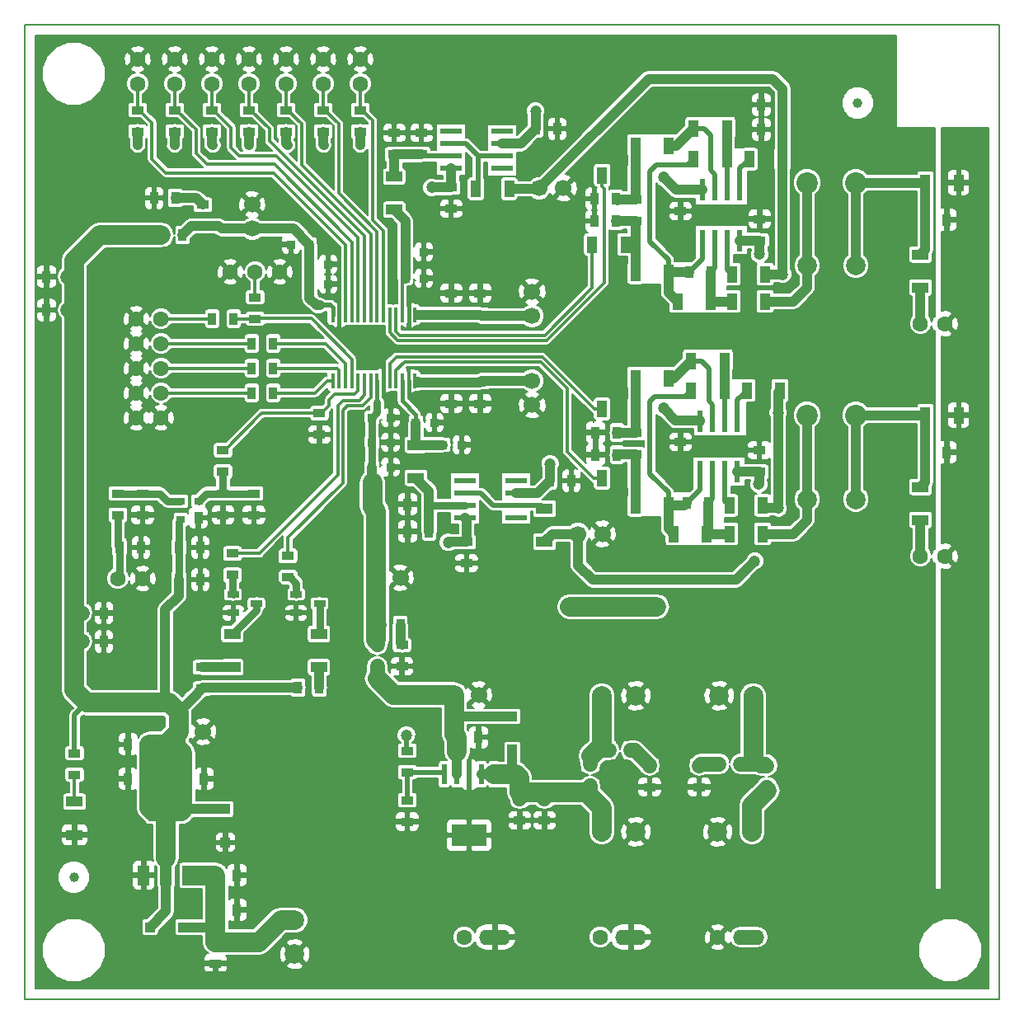
<source format=gtl>
G04 #@! TF.FileFunction,Copper,L1,Top,Signal*
%FSLAX46Y46*%
G04 Gerber Fmt 4.6, Leading zero omitted, Abs format (unit mm)*
G04 Created by KiCad (PCBNEW 4.0.2-stable) date 20/04/2016 14:34:56*
%MOMM*%
G01*
G04 APERTURE LIST*
%ADD10C,0.100000*%
%ADD11C,0.150000*%
%ADD12R,0.900000X1.300000*%
%ADD13R,1.100000X1.700000*%
%ADD14R,1.700000X1.100000*%
%ADD15C,2.000000*%
%ADD16R,1.300000X0.900000*%
%ADD17C,1.700000*%
%ADD18R,0.900000X0.900000*%
%ADD19C,2.200000*%
%ADD20R,1.000000X1.000000*%
%ADD21C,1.600000*%
%ADD22O,3.200000X1.600000*%
%ADD23R,1.200000X0.650000*%
%ADD24R,3.600000X2.200000*%
%ADD25R,0.550000X2.150000*%
%ADD26R,0.900000X1.200000*%
%ADD27R,0.900000X0.800000*%
%ADD28R,2.200000X0.600000*%
%ADD29R,0.450000X1.500000*%
%ADD30R,0.600000X2.200000*%
%ADD31C,1.000000*%
%ADD32R,3.600000X2.000000*%
%ADD33R,1.200000X2.000000*%
%ADD34C,1.200000*%
%ADD35C,0.800000*%
%ADD36C,0.300000*%
%ADD37C,0.400000*%
%ADD38C,0.500000*%
%ADD39C,1.500000*%
%ADD40C,2.000000*%
%ADD41C,1.000000*%
%ADD42C,0.250000*%
%ADD43C,0.800000*%
G04 APERTURE END LIST*
D10*
D11*
X100000000Y0D02*
X100000000Y100000000D01*
X100000000Y0D02*
X0Y0D01*
X0Y100000000D02*
X100000000Y100000000D01*
X0Y0D02*
X0Y100000000D01*
D12*
X70442000Y74676000D03*
X68242000Y74676000D03*
D13*
X67007000Y71628000D03*
X70407000Y71628000D03*
D14*
X91948000Y52578000D03*
X91948000Y49178000D03*
X91948000Y76454000D03*
X91948000Y73054000D03*
D15*
X59210000Y17145000D03*
X62710000Y17145000D03*
X71120000Y17145000D03*
X74620000Y17145000D03*
X27685000Y8099500D03*
X27685000Y4599500D03*
D16*
X19557000Y5841500D03*
X19557000Y3641500D03*
D12*
X59987000Y25527000D03*
X62187000Y25527000D03*
X71290000Y24130000D03*
X73490000Y24130000D03*
X19557000Y9143500D03*
X21757000Y9143500D03*
D15*
X59210000Y31115000D03*
X62710000Y31115000D03*
D12*
X19557000Y12699500D03*
X21757000Y12699500D03*
D15*
X71275000Y31115000D03*
X74775000Y31115000D03*
D16*
X53340000Y20531000D03*
X53340000Y18331000D03*
X50800000Y20531000D03*
X50800000Y18331000D03*
D12*
X12783000Y26145500D03*
X10583000Y26145500D03*
X12783000Y22605500D03*
X10583000Y22605500D03*
X16171000Y22605500D03*
X18371000Y22605500D03*
D17*
X44088000Y31241500D03*
X46588000Y31241500D03*
D12*
X44365000Y26860000D03*
X46565000Y26860000D03*
X15450000Y82245200D03*
X13250000Y82245200D03*
D17*
X23317200Y79090200D03*
X23317200Y81590200D03*
D18*
X29209000Y77469500D03*
X27309000Y77469500D03*
X29209000Y75437500D03*
X31109000Y75437500D03*
X29209000Y73405500D03*
X31109000Y73405500D03*
D16*
X38702300Y36350010D03*
X38702300Y34150010D03*
D17*
X36055300Y43251010D03*
X38555300Y43251010D03*
X52070000Y70124000D03*
X52070000Y72624000D03*
D18*
X35625000Y54609500D03*
X37525000Y54609500D03*
X35625000Y57149500D03*
X37525000Y57149500D03*
X35625000Y59689500D03*
X37525000Y59689500D03*
D16*
X46736000Y70274000D03*
X46736000Y72474000D03*
X43768000Y70274000D03*
X43768000Y72474000D03*
D12*
X15791000Y43053000D03*
X17991000Y43053000D03*
X15791000Y46355000D03*
X17991000Y46355000D03*
D16*
X12065000Y51900000D03*
X12065000Y49700000D03*
X43768000Y63330000D03*
X43768000Y61130000D03*
X20320000Y51900000D03*
X20320000Y49700000D03*
X46736000Y63330000D03*
X46736000Y61130000D03*
D12*
X9695000Y46355000D03*
X11895000Y46355000D03*
D17*
X52070000Y63480000D03*
X52070000Y60980000D03*
D16*
X30225000Y60155000D03*
X30225000Y57955000D03*
D12*
X58462000Y79882500D03*
X60662000Y79882500D03*
X60662000Y82168500D03*
X58462000Y82168500D03*
D15*
X80303000Y75310500D03*
X85303000Y75310500D03*
D19*
X85303000Y83819500D03*
X80303000Y83819500D03*
D15*
X80303000Y51307500D03*
X85303000Y51307500D03*
D19*
X85303000Y59943500D03*
X80303000Y59943500D03*
D16*
X67310000Y83078000D03*
X67310000Y80878000D03*
X67309000Y59392500D03*
X67309000Y57192500D03*
D12*
X70175000Y50926500D03*
X67975000Y50926500D03*
D16*
X75437000Y80093500D03*
X75437000Y77893500D03*
X75373500Y56344500D03*
X75373500Y54144500D03*
X62738000Y79926000D03*
X62738000Y82126000D03*
X62738000Y55923000D03*
X62738000Y58123000D03*
X37909500Y86720500D03*
X37909500Y88920500D03*
D12*
X41485000Y48005500D03*
X39285000Y48005500D03*
D16*
X40703500Y86720500D03*
X40703500Y88920500D03*
D12*
X41485000Y50799500D03*
X39285000Y50799500D03*
X52430500Y89344500D03*
X54630500Y89344500D03*
X53891000Y53213000D03*
X56091000Y53213000D03*
D16*
X43751500Y81132500D03*
X43751500Y83332500D03*
X45339000Y44747000D03*
X45339000Y46947000D03*
D20*
X16255000Y7365500D03*
X12855000Y7365500D03*
X50037000Y25604500D03*
X50037000Y29004500D03*
X20573000Y19479500D03*
X20573000Y16079500D03*
D14*
X21285200Y34063200D03*
X21285200Y37463200D03*
X30175200Y34063200D03*
X30175200Y37463200D03*
D16*
X58039000Y21887000D03*
X58039000Y24087000D03*
X76200000Y21760000D03*
X76200000Y23960000D03*
D12*
X13962200Y78435200D03*
X16162200Y78435200D03*
D16*
X36162300Y34150010D03*
X36162300Y36350010D03*
D21*
X59055000Y6350000D03*
D22*
X62230000Y6350000D03*
D21*
X71120000Y6350000D03*
D22*
X74295000Y6350000D03*
D21*
X45085000Y6350000D03*
D22*
X48260000Y6350000D03*
D16*
X64135000Y23960000D03*
X64135000Y21760000D03*
X69215000Y21760000D03*
X69215000Y23960000D03*
X39243000Y20404000D03*
X39243000Y18204000D03*
X39243000Y25484000D03*
X39243000Y23284000D03*
X34417000Y89070000D03*
X34417000Y91270000D03*
X18237200Y79367200D03*
X18237200Y81567200D03*
X30607000Y89070000D03*
X30607000Y91270000D03*
X26797000Y89070000D03*
X26797000Y91270000D03*
X22987000Y89070000D03*
X22987000Y91270000D03*
X19177000Y89070000D03*
X19177000Y91270000D03*
D12*
X36332300Y38425010D03*
X38532300Y38425010D03*
D16*
X15367000Y89070000D03*
X15367000Y91270000D03*
X11557000Y89070000D03*
X11557000Y91270000D03*
X9525000Y51900000D03*
X9525000Y49700000D03*
X23495000Y49700000D03*
X23495000Y51900000D03*
X20320000Y56345000D03*
X20320000Y54145000D03*
D12*
X19220000Y69850000D03*
X21420000Y69850000D03*
X23284000Y67310000D03*
X25484000Y67310000D03*
X23284000Y64770000D03*
X25484000Y64770000D03*
X23284000Y62230000D03*
X25484000Y62230000D03*
D16*
X21285200Y45753200D03*
X21285200Y43553200D03*
X18185400Y34068700D03*
X18185400Y31868700D03*
X27000200Y45499200D03*
X27000200Y43299200D03*
D12*
X30207400Y31952700D03*
X28007400Y31952700D03*
D13*
X72594000Y71627500D03*
X75994000Y71627500D03*
X68657000Y86232500D03*
X72057000Y86232500D03*
X72340000Y47751500D03*
X75740000Y47751500D03*
X68403000Y62483500D03*
X71803000Y62483500D03*
X72594000Y74421500D03*
X75994000Y74421500D03*
X74372000Y86232500D03*
X77772000Y86232500D03*
X72340000Y50672500D03*
X75740000Y50672500D03*
X74118000Y62483500D03*
X77518000Y62483500D03*
X68657000Y89407500D03*
X72057000Y89407500D03*
X66613000Y47752000D03*
X70013000Y47752000D03*
X68403000Y65531500D03*
X71803000Y65531500D03*
X62688000Y74548500D03*
X66088000Y74548500D03*
X62688000Y87629500D03*
X66088000Y87629500D03*
X62688000Y50672500D03*
X66088000Y50672500D03*
X62688000Y63753500D03*
X66088000Y63753500D03*
X58243000Y77469500D03*
X61643000Y77469500D03*
X59260000Y84581500D03*
X62660000Y84581500D03*
X59259000Y53466500D03*
X62659000Y53466500D03*
X59259000Y60578500D03*
X62659000Y60578500D03*
D14*
X37909500Y84440500D03*
X37909500Y81040500D03*
X40131000Y53495500D03*
X40131000Y56895500D03*
D13*
X49706000Y83185000D03*
X46306000Y83185000D03*
D14*
X53340000Y46941000D03*
X53340000Y50341000D03*
D23*
X23755200Y40589200D03*
X21355200Y41539200D03*
X21355200Y39639200D03*
X30232200Y40589200D03*
X27832200Y41539200D03*
X27832200Y39639200D03*
D24*
X45593000Y16789400D03*
D25*
X45593000Y23050500D03*
X43053000Y23050500D03*
X48133000Y23050500D03*
X46863000Y23050500D03*
X44323000Y23050500D03*
D26*
X17791000Y49415000D03*
D27*
X17791000Y51115000D03*
X15991000Y51115000D03*
X15991000Y49215000D03*
D28*
X43751500Y89090500D03*
X43751500Y87820500D03*
X43751500Y86550500D03*
X43751500Y85280500D03*
X48951500Y85280500D03*
X48951500Y86550500D03*
X48951500Y87820500D03*
X48951500Y89090500D03*
X45212000Y53213000D03*
X45212000Y51943000D03*
X45212000Y50673000D03*
X45212000Y49403000D03*
X50412000Y49403000D03*
X50412000Y50673000D03*
X50412000Y51943000D03*
X50412000Y53213000D03*
D29*
X40048000Y70250000D03*
X39398000Y70250000D03*
X38748000Y70250000D03*
X38098000Y70250000D03*
X37448000Y70250000D03*
X36798000Y70250000D03*
X36148000Y70250000D03*
X35498000Y70250000D03*
X34848000Y70250000D03*
X34198000Y70250000D03*
X33548000Y70250000D03*
X32898000Y70250000D03*
X32248000Y70250000D03*
X31598000Y70250000D03*
X31598000Y63500000D03*
X32248000Y63500000D03*
X32898000Y63500000D03*
X33548000Y63500000D03*
X34198000Y63500000D03*
X34848000Y63500000D03*
X35498000Y63500000D03*
X36148000Y63500000D03*
X36798000Y63500000D03*
X37448000Y63500000D03*
X38098000Y63500000D03*
X38748000Y63500000D03*
X39398000Y63500000D03*
X40048000Y63500000D03*
D30*
X69596000Y77866488D03*
X70866000Y77866488D03*
X72136000Y77866488D03*
X73406000Y77866488D03*
X73406000Y83066488D03*
X72136000Y83066488D03*
X70866000Y83066488D03*
X69596000Y83066488D03*
X69342000Y54145000D03*
X70612000Y54145000D03*
X71882000Y54145000D03*
X73152000Y54145000D03*
X73152000Y59345000D03*
X71882000Y59345000D03*
X70612000Y59345000D03*
X69342000Y59345000D03*
D17*
X52788500Y83248500D03*
X55288500Y83248500D03*
X56789000Y47752000D03*
X59289000Y47752000D03*
D18*
X39049000Y76707500D03*
X40949000Y76707500D03*
X39049000Y73999500D03*
X40949000Y73999500D03*
X40131000Y59181500D03*
X42031000Y59181500D03*
X42925000Y56895500D03*
X44825000Y56895500D03*
D12*
X92456000Y56134000D03*
X94656000Y56134000D03*
D16*
X23622000Y72050000D03*
X23622000Y69850000D03*
X5079000Y23029500D03*
X5079000Y25229500D03*
D12*
X5885000Y36703000D03*
X8085000Y36703000D03*
X5885000Y39624000D03*
X8085000Y39624000D03*
X4402000Y70739000D03*
X2202000Y70739000D03*
X4402000Y74168000D03*
X2202000Y74168000D03*
D17*
X15767000Y27431500D03*
X18267000Y27431500D03*
D12*
X58589000Y55879500D03*
X60789000Y55879500D03*
X60789000Y58165500D03*
X58589000Y58165500D03*
X92456000Y80010000D03*
X94656000Y80010000D03*
X77807000Y89280500D03*
X75607000Y89280500D03*
X77807000Y91820500D03*
X75607000Y91820500D03*
D21*
X34417000Y93980000D03*
X34417000Y96520000D03*
X30607000Y93980000D03*
X30607000Y96520000D03*
X26797000Y93980000D03*
X26797000Y96520000D03*
X22987000Y93980000D03*
X22987000Y96520000D03*
X19177000Y93980000D03*
X19177000Y96520000D03*
X15367000Y93980000D03*
X15367000Y96520000D03*
X11557000Y93980000D03*
X11557000Y96520000D03*
X9525000Y43180000D03*
X12065000Y43180000D03*
X11430000Y69850000D03*
X13970000Y69850000D03*
X11430000Y67310000D03*
X13970000Y67310000D03*
X11430000Y64770000D03*
X13970000Y64770000D03*
X11430000Y62230000D03*
X13970000Y62230000D03*
X11430000Y59690000D03*
X13970000Y59690000D03*
X26162000Y74676000D03*
X21082000Y74676000D03*
X23622000Y74676000D03*
X91948000Y69342000D03*
X94488000Y69342000D03*
X91948000Y45466000D03*
X94488000Y45466000D03*
D31*
X5000000Y12500000D03*
X85500000Y92000000D03*
D32*
X14477000Y19303500D03*
D33*
X14477000Y12699500D03*
X16763000Y12699500D03*
X12191000Y12699500D03*
D13*
X95856000Y83820000D03*
X92456000Y83820000D03*
X95856000Y59944000D03*
X92456000Y59944000D03*
D14*
X5080000Y20242000D03*
X5080000Y16842000D03*
D34*
X82550000Y9906000D03*
X75946000Y9144000D03*
X71120000Y9144000D03*
X57912000Y9144000D03*
X66744400Y9144000D03*
X62230000Y9144000D03*
D35*
X30734000Y85090000D03*
X34544000Y82042000D03*
X28702000Y80010000D03*
D34*
X2921000Y16764000D03*
X5080000Y14986000D03*
X56940000Y74054000D03*
X56768000Y79882500D03*
X70231000Y56769000D03*
X92202000Y41148000D03*
X7366000Y32766000D03*
X12446000Y32766000D03*
X91440000Y65532000D03*
X91440000Y62484000D03*
X89154000Y85852000D03*
X88646000Y49276000D03*
X88646000Y61976000D03*
X88646000Y80772000D03*
X88646000Y71882000D03*
X88900000Y57658000D03*
X96520000Y88138000D03*
X98044000Y83820000D03*
X95758000Y77470000D03*
X97790000Y75184000D03*
X97790000Y66040000D03*
X97790000Y59944000D03*
X95250000Y53594000D03*
X98044000Y50800000D03*
X98044000Y36830000D03*
X94742000Y29210000D03*
X98044000Y21336000D03*
X98044000Y11430000D03*
X95504000Y11430000D03*
D35*
X15284000Y85992000D03*
X13252000Y84214000D03*
D34*
X24174000Y25032000D03*
X27222000Y16396000D03*
X47796000Y56020000D03*
X51606000Y56782000D03*
X47796000Y11570000D03*
X51352000Y11570000D03*
X40684000Y12586000D03*
X35858000Y12586000D03*
X34080000Y7252000D03*
X39160000Y7252000D03*
X27476000Y52210000D03*
X22650000Y53988000D03*
X30270000Y56274000D03*
D35*
X42970000Y52718000D03*
D34*
X79800000Y87516000D03*
X79800000Y94120000D03*
X79800000Y90818000D03*
X60750000Y88532000D03*
X65322000Y91834000D03*
X70402000Y92596000D03*
X49828000Y91326000D03*
X43986000Y91326000D03*
X78022000Y65164000D03*
X75946000Y68326000D03*
X70148000Y67450000D03*
X70148000Y69482000D03*
X48812000Y78626000D03*
X58972000Y70498000D03*
X63290000Y70498000D03*
X63290000Y67196000D03*
X60750000Y63640000D03*
X57702000Y63640000D03*
X54654000Y66688000D03*
X63036000Y47130000D03*
X61512000Y45606000D03*
X67100000Y26810000D03*
X66871400Y36157200D03*
X67100000Y31128000D03*
X56940000Y35954000D03*
X56940000Y37986000D03*
X56432000Y34176000D03*
X77469000Y36068000D03*
X77469000Y38608000D03*
X69894000Y37986000D03*
X69894000Y34938000D03*
X64052000Y34938000D03*
X64052000Y37986000D03*
D35*
X45256000Y61100000D03*
X46780000Y59576000D03*
X45256000Y72530000D03*
X46780000Y73800000D03*
X28238000Y68466000D03*
X28238000Y65926000D03*
X28238000Y63386000D03*
D34*
X9442000Y85738000D03*
X7410000Y82182000D03*
X11220000Y82182000D03*
X7410000Y90310000D03*
X2330000Y89802000D03*
X2330000Y76594000D03*
X2330000Y68720000D03*
X82594000Y48908000D03*
X82676000Y58166000D03*
X82594000Y81928000D03*
X82594000Y72276000D03*
X41954000Y97676000D03*
X50590000Y97676000D03*
X59734000Y97676000D03*
X67100000Y97676000D03*
X9906000Y7366000D03*
X25908000Y35814000D03*
X27686000Y22606000D03*
X27686000Y27940000D03*
X17272000Y3810000D03*
X21843000Y30225500D03*
X23113000Y18795500D03*
X18795000Y16001500D03*
X16763000Y9905500D03*
X23621000Y10921500D03*
X23621000Y12699500D03*
X23621000Y9143500D03*
X20065000Y24383500D03*
X10667000Y20573500D03*
X10667000Y28177500D03*
X8635000Y26145500D03*
X8635000Y22605500D03*
X20065000Y22605500D03*
X10159000Y10159500D03*
X12191000Y10159500D03*
X10159000Y12699500D03*
X12191000Y14985500D03*
X24783600Y58534600D03*
D35*
X42004800Y61709600D03*
X44824200Y58255200D03*
X37839200Y48400000D03*
X37915400Y50787600D03*
X37509000Y53251400D03*
X37509000Y58407600D03*
X37534400Y55893000D03*
X26015500Y77483000D03*
X31082800Y76797200D03*
X31997200Y72072800D03*
X21253000Y63513000D03*
X21253000Y66053000D03*
X21253000Y68339000D03*
D34*
X33826000Y23635000D03*
X37337000Y28575045D03*
X52069000Y75818500D03*
X45592000Y75818500D03*
X57022000Y56641500D03*
X57022000Y58165500D03*
X57530000Y85343500D03*
X55244000Y51180500D03*
X82676000Y64134500D03*
X66928000Y44703500D03*
X72770000Y45592500D03*
X77469000Y45719500D03*
X85724000Y42544500D03*
X85724000Y33019500D03*
X85724000Y24764500D03*
X85724000Y6984500D03*
X85724000Y15239500D03*
X78104000Y17144500D03*
X77469000Y26034500D03*
X77469000Y33654500D03*
X77469000Y40639500D03*
X92709000Y11429500D03*
X92709000Y17144500D03*
X92709000Y25399500D03*
X92709000Y33654500D03*
X92709000Y88264500D03*
X88264000Y89534500D03*
X88264000Y97789500D03*
X81914000Y97789500D03*
X74294000Y97789500D03*
X74040000Y89280500D03*
X74040000Y91820500D03*
X19729000Y59576000D03*
X18014500Y53353000D03*
X12045500Y53416500D03*
X7283000Y53416500D03*
X7219500Y45796500D03*
X54654000Y42558000D03*
X49828000Y45606000D03*
X75355000Y57988500D03*
X75418500Y81737500D03*
X70211500Y80848500D03*
X43732000Y79578500D03*
X39477500Y90627500D03*
X37890000Y90564000D03*
X56305000Y89103500D03*
X24428000Y44272500D03*
X29063500Y47130000D03*
X33572000Y51829000D03*
X33508500Y39002000D03*
X31286000Y13919500D03*
X31286000Y18301000D03*
X33000500Y30810500D03*
X16363500Y35382500D03*
X9696000Y36716000D03*
X9696000Y39637000D03*
X8934000Y76086000D03*
X18141500Y77673500D03*
X2330000Y57290000D03*
X2330000Y45860000D03*
X2330000Y29350000D03*
X2330000Y9030000D03*
X9950000Y2680000D03*
X21380000Y2680000D03*
X31540000Y2680000D03*
X39160000Y2680000D03*
X54400000Y2680000D03*
X45383000Y43066000D03*
X47415000Y40145000D03*
X49955000Y35700000D03*
X55670000Y31890000D03*
X54400000Y23635000D03*
X51860000Y28080000D03*
X91230000Y2680000D03*
X79800000Y2680000D03*
X67100000Y2680000D03*
X66795200Y6388400D03*
X66744400Y13094000D03*
X66693600Y17081800D03*
X67481000Y21806200D03*
X66058600Y21831600D03*
X40607800Y34176000D03*
X55162000Y18301000D03*
X53384000Y16650000D03*
X50844000Y16650000D03*
X48177000Y26937000D03*
X45637000Y20841000D03*
D35*
X46526000Y25159000D03*
D34*
X45637000Y19063000D03*
X48558000Y16777000D03*
X42589000Y16777000D03*
X45510000Y14491000D03*
X37382000Y18301000D03*
X39287000Y16523000D03*
D35*
X26256800Y39637000D03*
X19881400Y39637000D03*
X23513600Y48349200D03*
X20338600Y48349200D03*
X17798600Y47968200D03*
X19246400Y46342600D03*
X19246400Y43066000D03*
X13277400Y46342600D03*
X12058200Y48400000D03*
X40963400Y78067200D03*
X39871200Y71996600D03*
X42258800Y76695600D03*
X40963400Y72707800D03*
X42233400Y72504600D03*
X43757400Y73774600D03*
X42258800Y74003200D03*
X44189200Y59576000D03*
X44829280Y69024800D03*
X41573000Y69045120D03*
X45108680Y64554400D03*
X41738100Y64541700D03*
X50882100Y66789600D03*
X44849600Y66789600D03*
X39071100Y66776900D03*
X32429000Y68466000D03*
X36448000Y65277500D03*
X37337000Y61721500D03*
X39827000Y61671500D03*
D34*
X53898600Y54927800D03*
X65560000Y60629800D03*
X52428600Y91170400D03*
X65560000Y84378800D03*
X43478000Y46876000D03*
X75355000Y52845000D03*
X75418500Y76467000D03*
X41763500Y83325000D03*
X64846000Y40272000D03*
X55956000Y40272000D03*
D35*
X30672040Y87663320D03*
X26968720Y87663320D03*
X22986000Y87663320D03*
X19282680Y87663320D03*
X15355840Y87663320D03*
X11550920Y87663320D03*
X5029000Y75806600D03*
X34415280Y87663320D03*
D34*
X39160000Y27064000D03*
X77807000Y74421500D03*
X77342000Y60197500D03*
X77342000Y50418500D03*
X74929000Y44957500D03*
D36*
X71120000Y9144000D02*
X75946000Y9144000D01*
X66744400Y9144000D02*
X71120000Y9144000D01*
X62230000Y9144000D02*
X57912000Y9144000D01*
X62230000Y6350000D02*
X62230000Y9144000D01*
X39477500Y90627500D02*
X40077499Y91227499D01*
X40077499Y91227499D02*
X40077499Y91481499D01*
X40077499Y91481499D02*
X41954000Y93358000D01*
X31082800Y76797200D02*
X31082800Y77629200D01*
X31082800Y77629200D02*
X28702000Y80010000D01*
X5080000Y16842000D02*
X2999000Y16842000D01*
X2999000Y16842000D02*
X2921000Y16764000D01*
X5080000Y16842000D02*
X5080000Y14986000D01*
X55175500Y75818500D02*
X56940000Y74054000D01*
X52069000Y75818500D02*
X55175500Y75818500D01*
X58462000Y79882500D02*
X56768000Y79882500D01*
X67309000Y57192500D02*
X69807500Y57192500D01*
X69807500Y57192500D02*
X70231000Y56769000D01*
X91948000Y42418000D02*
X91948000Y41402000D01*
X91948000Y41402000D02*
X92202000Y41148000D01*
X12446000Y32766000D02*
X7366000Y32766000D01*
X91440000Y62484000D02*
X91440000Y65532000D01*
X82676000Y64134500D02*
X86487500Y64134500D01*
X86487500Y64134500D02*
X88646000Y61976000D01*
X85724000Y42544500D02*
X91821500Y42544500D01*
X91821500Y42544500D02*
X91948000Y42418000D01*
X88264000Y89534500D02*
X88264000Y86742000D01*
X88264000Y86742000D02*
X89154000Y85852000D01*
X88900000Y57658000D02*
X88900000Y49530000D01*
X88900000Y49530000D02*
X88646000Y49276000D01*
X88646000Y71882000D02*
X88646000Y61976000D01*
X88646000Y67818000D02*
X88646000Y71882000D01*
X95856000Y83820000D02*
X98044000Y83820000D01*
X94656000Y80010000D02*
X94656000Y78572000D01*
X94656000Y78572000D02*
X95758000Y77470000D01*
X97790000Y66040000D02*
X97790000Y75184000D01*
X95856000Y59944000D02*
X97790000Y59944000D01*
X94656000Y56134000D02*
X94656000Y54188000D01*
X94656000Y54188000D02*
X95250000Y53594000D01*
X98044000Y50800000D02*
X95250000Y53594000D01*
X94742000Y29210000D02*
X98044000Y32512000D01*
X98044000Y32512000D02*
X98044000Y36830000D01*
X98044000Y11430000D02*
X98044000Y21336000D01*
X91230000Y7760000D02*
X91834000Y7760000D01*
X91834000Y7760000D02*
X95504000Y11430000D01*
X82594000Y48908000D02*
X82594000Y45674500D01*
X82594000Y45674500D02*
X85724000Y42544500D01*
X85724000Y33019500D02*
X92074000Y33019500D01*
X92074000Y33019500D02*
X92709000Y33654500D01*
X85724000Y33019500D02*
X78104000Y33019500D01*
X78104000Y33019500D02*
X77469000Y33654500D01*
X92709000Y88264500D02*
X89534000Y88264500D01*
X89534000Y88264500D02*
X88264000Y89534500D01*
X13250000Y82245200D02*
X13250000Y84212000D01*
X13250000Y84212000D02*
X13252000Y84214000D01*
X27222000Y16396000D02*
X24174000Y19444000D01*
X24174000Y19444000D02*
X24174000Y25032000D01*
X51606000Y56782000D02*
X48558000Y56782000D01*
X48558000Y56782000D02*
X47796000Y56020000D01*
X40684000Y12586000D02*
X46228000Y12586000D01*
X47796000Y11570000D02*
X47196001Y12169999D01*
X47196001Y12169999D02*
X46644001Y12169999D01*
X46644001Y12169999D02*
X46228000Y12586000D01*
X31286000Y13919500D02*
X34524500Y13919500D01*
X34524500Y13919500D02*
X35858000Y12586000D01*
X39160000Y2680000D02*
X39160000Y7252000D01*
X22650000Y53988000D02*
X25698000Y53988000D01*
X25698000Y53988000D02*
X27476000Y52210000D01*
X30225000Y56483000D02*
X30225000Y56319000D01*
X30225000Y56319000D02*
X30270000Y56274000D01*
X79800000Y90818000D02*
X79800000Y87516000D01*
X88264000Y89534500D02*
X81083500Y89534500D01*
X81083500Y89534500D02*
X79800000Y90818000D01*
X57530000Y85343500D02*
X60718500Y88532000D01*
X60718500Y88532000D02*
X60750000Y88532000D01*
X70402000Y92596000D02*
X66084000Y92596000D01*
X66084000Y92596000D02*
X65322000Y91834000D01*
X74040000Y91820500D02*
X71177500Y91820500D01*
X71177500Y91820500D02*
X70402000Y92596000D01*
X41954000Y97676000D02*
X41954000Y93358000D01*
X41954000Y93358000D02*
X43986000Y91326000D01*
X73914000Y68326000D02*
X71304000Y68326000D01*
X82676000Y68326000D02*
X73914000Y68326000D01*
X73914000Y68326000D02*
X75946000Y68326000D01*
X82676000Y68326000D02*
X82676000Y72194000D01*
X82676000Y64134500D02*
X82676000Y68326000D01*
X71304000Y68326000D02*
X70148000Y69482000D01*
X63290000Y67196000D02*
X63290000Y70498000D01*
X57702000Y63640000D02*
X60750000Y63640000D01*
X50882100Y66789600D02*
X54552400Y66789600D01*
X54552400Y66789600D02*
X54654000Y66688000D01*
X61512000Y45606000D02*
X63036000Y47130000D01*
X59289000Y47752000D02*
X61435000Y45606000D01*
X61435000Y45606000D02*
X61512000Y45606000D01*
X67100000Y31128000D02*
X67100000Y26810000D01*
X67100000Y31128000D02*
X67100000Y35928600D01*
X67100000Y35928600D02*
X66871400Y36157200D01*
X56940000Y37986000D02*
X56940000Y35954000D01*
X56305000Y34303000D02*
X56432000Y34176000D01*
X77469000Y33654500D02*
X77469000Y36068000D01*
X77469000Y40639500D02*
X77469000Y38608000D01*
X66922200Y34036000D02*
X68992000Y34036000D01*
X68992000Y34036000D02*
X69894000Y34938000D01*
X66846000Y37986000D02*
X64052000Y37986000D01*
X66871400Y36157200D02*
X66871400Y37960600D01*
X66871400Y37960600D02*
X66846000Y37986000D01*
X66871400Y36157200D02*
X66871400Y34086800D01*
X66871400Y34086800D02*
X66922200Y34036000D01*
X46736000Y61130000D02*
X45286000Y61130000D01*
X45286000Y61130000D02*
X45256000Y61100000D01*
X46736000Y61130000D02*
X46736000Y59620000D01*
X46736000Y59620000D02*
X46780000Y59576000D01*
X46736000Y72474000D02*
X45312000Y72474000D01*
X45312000Y72474000D02*
X45256000Y72530000D01*
X46736000Y72474000D02*
X46736000Y73756000D01*
X46736000Y73756000D02*
X46780000Y73800000D01*
X45592000Y75818500D02*
X45592000Y75609200D01*
X45592000Y75609200D02*
X43757400Y73774600D01*
X45592000Y75818500D02*
X52069000Y75818500D01*
D37*
X32248000Y70250000D02*
X32248000Y68647000D01*
X32248000Y68647000D02*
X32429000Y68466000D01*
D36*
X9442000Y85738000D02*
X7410000Y87770000D01*
X7410000Y87770000D02*
X7410000Y90310000D01*
X7410000Y82182000D02*
X7410000Y83706000D01*
X7410000Y83706000D02*
X9442000Y85738000D01*
X13250000Y82245200D02*
X11283200Y82245200D01*
X11283200Y82245200D02*
X11220000Y82182000D01*
X2330000Y89802000D02*
X6902000Y89802000D01*
X6902000Y89802000D02*
X7410000Y90310000D01*
X2202000Y74168000D02*
X2202000Y76466000D01*
X2202000Y76466000D02*
X2330000Y76594000D01*
X2202000Y70739000D02*
X2202000Y68848000D01*
X2202000Y68848000D02*
X2330000Y68720000D01*
X82676000Y58166000D02*
X82676000Y48990000D01*
X82676000Y48990000D02*
X82594000Y48908000D01*
X82676000Y72194000D02*
X82594000Y72276000D01*
X59734000Y97676000D02*
X50590000Y97676000D01*
X74294000Y97789500D02*
X67213500Y97789500D01*
X67213500Y97789500D02*
X67100000Y97676000D01*
X9950000Y2680000D02*
X9950000Y7322000D01*
X9950000Y7322000D02*
X9906000Y7366000D01*
X25908000Y35814000D02*
X25908000Y39288200D01*
X25908000Y39288200D02*
X26256800Y39637000D01*
X27686000Y27940000D02*
X27686000Y22606000D01*
X10159000Y10159500D02*
X12191000Y10159500D01*
X19557000Y3641500D02*
X17440500Y3641500D01*
X17440500Y3641500D02*
X17272000Y3810000D01*
X18267000Y27431500D02*
X21061000Y30225500D01*
X21061000Y30225500D02*
X21843000Y30225500D01*
X22683000Y16079500D02*
X23113000Y16509500D01*
X23113000Y16509500D02*
X23113000Y18795500D01*
X20573000Y16079500D02*
X22683000Y16079500D01*
X20573000Y16079500D02*
X18873000Y16079500D01*
X18873000Y16079500D02*
X18795000Y16001500D01*
X23621000Y10921500D02*
X23621000Y9143500D01*
X23621000Y12699500D02*
X23621000Y10921500D01*
X21757000Y12699500D02*
X23621000Y12699500D01*
X21757000Y9143500D02*
X23621000Y9143500D01*
X20065000Y22605500D02*
X20065000Y24383500D01*
X10583000Y22605500D02*
X10583000Y20657500D01*
X10583000Y20657500D02*
X10667000Y20573500D01*
X10583000Y26145500D02*
X10583000Y28093500D01*
X10583000Y28093500D02*
X10667000Y28177500D01*
X10583000Y26145500D02*
X8635000Y26145500D01*
X10583000Y22605500D02*
X8635000Y22605500D01*
X18371000Y22605500D02*
X20065000Y22605500D01*
X10159000Y12699500D02*
X10159000Y10159500D01*
X12191000Y12699500D02*
X12191000Y10159500D01*
X12191000Y12699500D02*
X10159000Y12699500D01*
X12191000Y12699500D02*
X12191000Y14985500D01*
X30225000Y57955000D02*
X30225000Y56483000D01*
X30225000Y56483000D02*
X30219200Y56477200D01*
X43768000Y61130000D02*
X42584400Y61130000D01*
X42584400Y61130000D02*
X42004800Y61709600D01*
X44825000Y56895500D02*
X44825000Y58254400D01*
X44825000Y58254400D02*
X44824200Y58255200D01*
X39285000Y48005500D02*
X38233700Y48005500D01*
X38233700Y48005500D02*
X37839200Y48400000D01*
X39285000Y50799500D02*
X37927300Y50799500D01*
X37927300Y50799500D02*
X37915400Y50787600D01*
X37525000Y54609500D02*
X37525000Y53267400D01*
X37525000Y53267400D02*
X37509000Y53251400D01*
X37525000Y57149500D02*
X37525000Y58391600D01*
X37525000Y58391600D02*
X37509000Y58407600D01*
X37525000Y57149500D02*
X37525000Y55902400D01*
X37525000Y55902400D02*
X37534400Y55893000D01*
X27309000Y77469500D02*
X26029000Y77469500D01*
X26029000Y77469500D02*
X26015500Y77483000D01*
X31109000Y75437500D02*
X31109000Y76771000D01*
X31109000Y76771000D02*
X31082800Y76797200D01*
D37*
X32248000Y70250000D02*
X32248000Y71822000D01*
D36*
X32248000Y71822000D02*
X31997200Y72072800D01*
X41573000Y69045120D02*
X44808960Y69045120D01*
X44808960Y69045120D02*
X44829280Y69024800D01*
D38*
X33000500Y30810500D02*
X33000500Y24460500D01*
X33000500Y24460500D02*
X33826000Y23635000D01*
X37337000Y28575045D02*
X35101545Y30810500D01*
X35101545Y30810500D02*
X33000500Y30810500D01*
D36*
X58589000Y58165500D02*
X57022000Y58165500D01*
X55288500Y83248500D02*
X57383500Y85343500D01*
X57383500Y85343500D02*
X57530000Y85343500D01*
X56091000Y53213000D02*
X56091000Y52027500D01*
X56091000Y52027500D02*
X55244000Y51180500D01*
X85724000Y42544500D02*
X80644000Y42544500D01*
X80644000Y42544500D02*
X77469000Y45719500D01*
X85724000Y24764500D02*
X85724000Y33019500D01*
X85724000Y15239500D02*
X85724000Y6984500D01*
X78739000Y22859500D02*
X78739000Y17779500D01*
X78739000Y17779500D02*
X78104000Y17144500D01*
X77469000Y24129500D02*
X78739000Y22859500D01*
X77469000Y26034500D02*
X77469000Y24129500D01*
X92709000Y17144500D02*
X92709000Y11429500D01*
X92709000Y33654500D02*
X92709000Y25399500D01*
X88264000Y97789500D02*
X88264000Y89534500D01*
X74294000Y97789500D02*
X81914000Y97789500D01*
X75607000Y89280500D02*
X74040000Y89280500D01*
X75607000Y91820500D02*
X74040000Y91820500D01*
X47415000Y40145000D02*
X47415000Y42925500D01*
X47415000Y42925500D02*
X47415000Y43193000D01*
X45383000Y43066000D02*
X47274500Y43066000D01*
X47274500Y43066000D02*
X47415000Y42925500D01*
X12045500Y53416500D02*
X17951000Y53416500D01*
X17951000Y53416500D02*
X18014500Y53353000D01*
X7219500Y45796500D02*
X7219500Y53353000D01*
X7219500Y53353000D02*
X7283000Y53416500D01*
X47415000Y43193000D02*
X49828000Y45606000D01*
X75373500Y56344500D02*
X75373500Y57970000D01*
X75373500Y57970000D02*
X75355000Y57988500D01*
X75437000Y80093500D02*
X75437000Y81719000D01*
X75437000Y81719000D02*
X75418500Y81737500D01*
X67310000Y80878000D02*
X70182000Y80878000D01*
X70182000Y80878000D02*
X70211500Y80848500D01*
X43751500Y81132500D02*
X43751500Y79598000D01*
X43751500Y79598000D02*
X43732000Y79578500D01*
X37909500Y88920500D02*
X37909500Y90544500D01*
X37909500Y90544500D02*
X37890000Y90564000D01*
X54630500Y89344500D02*
X56064000Y89344500D01*
X56064000Y89344500D02*
X56305000Y89103500D01*
X16363500Y35382500D02*
X19881400Y38900400D01*
X19881400Y38900400D02*
X19881400Y39637000D01*
X26256800Y39637000D02*
X26256800Y42443700D01*
X26256800Y42443700D02*
X24428000Y44272500D01*
X33572000Y51829000D02*
X29063500Y47320500D01*
X29063500Y47320500D02*
X29063500Y47130000D01*
X33000500Y30810500D02*
X33000500Y38494000D01*
X33000500Y38494000D02*
X33508500Y39002000D01*
X37382000Y18301000D02*
X31286000Y18301000D01*
X8085000Y36703000D02*
X9683000Y36703000D01*
X9683000Y36703000D02*
X9696000Y36716000D01*
X8085000Y39624000D02*
X9683000Y39624000D01*
X9683000Y39624000D02*
X9696000Y39637000D01*
X21082000Y74676000D02*
X18141500Y77616500D01*
X18141500Y77616500D02*
X18141500Y77673500D01*
X2330000Y45860000D02*
X2330000Y57290000D01*
X2330000Y9030000D02*
X2330000Y29350000D01*
X21380000Y2680000D02*
X9950000Y2680000D01*
X39160000Y2680000D02*
X31540000Y2680000D01*
X67100000Y2680000D02*
X54400000Y2680000D01*
X45339000Y44747000D02*
X45339000Y43110000D01*
X45339000Y43110000D02*
X45383000Y43066000D01*
X49955000Y35700000D02*
X49955000Y37605000D01*
X49955000Y37605000D02*
X47415000Y40145000D01*
X51860000Y28080000D02*
X51860000Y26175000D01*
X51860000Y26175000D02*
X54400000Y23635000D01*
X91230000Y2680000D02*
X91230000Y7760000D01*
X67100000Y2680000D02*
X79800000Y2680000D01*
X66693600Y17081800D02*
X66693600Y13144800D01*
X66693600Y13144800D02*
X66744400Y13094000D01*
X69215000Y21760000D02*
X67527200Y21760000D01*
X67527200Y21760000D02*
X67481000Y21806200D01*
X64135000Y21760000D02*
X65987000Y21760000D01*
X65987000Y21760000D02*
X66058600Y21831600D01*
X38702300Y34150010D02*
X40581810Y34150010D01*
X40581810Y34150010D02*
X40607800Y34176000D01*
X53340000Y18331000D02*
X55132000Y18331000D01*
X55132000Y18331000D02*
X55162000Y18301000D01*
X53340000Y18331000D02*
X53340000Y16694000D01*
X53340000Y16694000D02*
X53384000Y16650000D01*
X50800000Y18331000D02*
X50800000Y16694000D01*
X50800000Y16694000D02*
X50844000Y16650000D01*
X46565000Y26860000D02*
X48100000Y26860000D01*
X48100000Y26860000D02*
X48177000Y26937000D01*
X45593000Y23050500D02*
X45593000Y20885000D01*
X45593000Y20885000D02*
X45637000Y20841000D01*
X46565000Y26860000D02*
X46565000Y25198000D01*
X46565000Y25198000D02*
X46526000Y25159000D01*
X45593000Y16789400D02*
X45593000Y19019000D01*
X45593000Y19019000D02*
X45637000Y19063000D01*
X45593000Y16789400D02*
X48545600Y16789400D01*
X48545600Y16789400D02*
X48558000Y16777000D01*
X45593000Y16789400D02*
X42601400Y16789400D01*
X42601400Y16789400D02*
X42589000Y16777000D01*
X45593000Y16789400D02*
X45593000Y14574000D01*
X45593000Y14574000D02*
X45510000Y14491000D01*
X39243000Y18204000D02*
X37479000Y18204000D01*
X37479000Y18204000D02*
X37382000Y18301000D01*
X39243000Y18204000D02*
X39243000Y16567000D01*
X39243000Y16567000D02*
X39287000Y16523000D01*
D37*
X27832200Y39639200D02*
X26259000Y39639200D01*
X26259000Y39639200D02*
X26256800Y39637000D01*
X21355200Y39639200D02*
X19883600Y39639200D01*
X19883600Y39639200D02*
X19881400Y39637000D01*
X23495000Y49700000D02*
X23495000Y48367800D01*
X23495000Y48367800D02*
X23513600Y48349200D01*
X20320000Y49700000D02*
X20320000Y48367800D01*
X20320000Y48367800D02*
X20338600Y48349200D01*
X17791000Y49415000D02*
X17791000Y47975800D01*
X17791000Y47975800D02*
X17798600Y47968200D01*
X17991000Y46355000D02*
X19234000Y46355000D01*
X19234000Y46355000D02*
X19246400Y46342600D01*
X17991000Y43053000D02*
X19233400Y43053000D01*
X19233400Y43053000D02*
X19246400Y43066000D01*
X11895000Y46355000D02*
X13265000Y46355000D01*
X13265000Y46355000D02*
X13277400Y46342600D01*
X12065000Y49700000D02*
X12065000Y48406800D01*
X12065000Y48406800D02*
X12058200Y48400000D01*
X40949000Y76707500D02*
X40949000Y78052800D01*
X40949000Y78052800D02*
X40963400Y78067200D01*
X39398000Y70250000D02*
X39398000Y71523400D01*
X39398000Y71523400D02*
X39871200Y71996600D01*
D38*
X40949000Y76707500D02*
X42246900Y76707500D01*
X42246900Y76707500D02*
X42258800Y76695600D01*
X40949000Y73999500D02*
X40949000Y72722200D01*
X40949000Y72722200D02*
X40963400Y72707800D01*
X43768000Y72474000D02*
X42264000Y72474000D01*
X42264000Y72474000D02*
X42233400Y72504600D01*
X43768000Y72474000D02*
X43768000Y73764000D01*
X43768000Y73764000D02*
X43757400Y73774600D01*
X40949000Y73999500D02*
X42255100Y73999500D01*
X42255100Y73999500D02*
X42258800Y74003200D01*
X43768000Y61130000D02*
X43768000Y59997200D01*
X43768000Y59997200D02*
X44189200Y59576000D01*
D36*
X39474960Y68831760D02*
X40974280Y68831760D01*
X40974280Y68831760D02*
X41359640Y68831760D01*
X41359640Y68831760D02*
X41573000Y69045120D01*
X39398000Y68908720D02*
X39474960Y68831760D01*
D37*
X39398000Y70250000D02*
X39398000Y68908720D01*
D36*
X40417300Y64808400D02*
X40684000Y64541700D01*
X40684000Y64541700D02*
X41738100Y64541700D01*
X39477500Y64808400D02*
X40417300Y64808400D01*
X39398000Y64728900D02*
X39477500Y64808400D01*
X39398000Y63500000D02*
X39398000Y64728900D01*
X44849600Y66789600D02*
X50882100Y66789600D01*
X36448000Y65277500D02*
X37947400Y66776900D01*
X37947400Y66776900D02*
X39071100Y66776900D01*
X36448000Y65277500D02*
X35617500Y65277500D01*
X35617500Y65277500D02*
X32429000Y68466000D01*
D37*
X39398000Y71781480D02*
X39498020Y71881500D01*
X36798000Y63500000D02*
X36798000Y64927500D01*
X36798000Y64927500D02*
X36448000Y65277500D01*
X36798000Y63500000D02*
X36798000Y62260500D01*
X36798000Y62260500D02*
X37337000Y61721500D01*
X39398000Y63500000D02*
X39398000Y62100500D01*
X39398000Y62100500D02*
X39827000Y61671500D01*
D39*
X76200000Y21760000D02*
X76200000Y21400000D01*
D40*
X74620000Y19820000D02*
X76200000Y21400000D01*
X74620000Y17145000D02*
X74620000Y19820000D01*
D41*
X38532300Y38425010D02*
X38532300Y36520010D01*
X38532300Y36520010D02*
X38702300Y36350010D01*
X52070000Y70124000D02*
X46886000Y70124000D01*
X46886000Y70124000D02*
X46736000Y70274000D01*
X43768000Y70274000D02*
X46736000Y70274000D01*
D42*
X40323001Y70274000D02*
X40072000Y70274000D01*
X40072000Y70274000D02*
X40048000Y70250000D01*
D41*
X43768000Y70274000D02*
X40323001Y70274000D01*
D40*
X19557000Y5841500D02*
X19557000Y8127500D01*
X27685000Y8099500D02*
X26270787Y8099500D01*
X26270787Y8099500D02*
X24012787Y5841500D01*
X24012787Y5841500D02*
X19557000Y5841500D01*
D41*
X16255000Y7365500D02*
X18795000Y7365500D01*
X18795000Y7365500D02*
X19557000Y8127500D01*
D38*
X17271000Y12699500D02*
X16763000Y12699500D01*
D40*
X19557000Y12699500D02*
X17271000Y12699500D01*
X19557000Y9143500D02*
X19557000Y12699500D01*
X19557000Y8127500D02*
X19557000Y9143500D01*
D41*
X50412000Y51943000D02*
X52621000Y51943000D01*
X52621000Y51943000D02*
X53891000Y53213000D01*
X53898600Y54927800D02*
X53898600Y53220600D01*
X53898600Y53220600D02*
X53891000Y53213000D01*
X67309000Y59392500D02*
X66797300Y59392500D01*
X66797300Y59392500D02*
X65560000Y60629800D01*
X67309000Y59392500D02*
X69294500Y59392500D01*
X69294500Y59392500D02*
X69342000Y59345000D01*
X67310000Y83078000D02*
X66860800Y83078000D01*
X66860800Y83078000D02*
X65560000Y84378800D01*
X69596000Y83066488D02*
X67321512Y83066488D01*
X67321512Y83066488D02*
X67310000Y83078000D01*
X48951500Y87820500D02*
X50906500Y87820500D01*
X50906500Y87820500D02*
X52430500Y89344500D01*
X52428600Y91170400D02*
X52428600Y89346400D01*
X52428600Y89346400D02*
X52430500Y89344500D01*
D39*
X59987000Y25527000D02*
X59683000Y25527000D01*
X59683000Y25527000D02*
X59210000Y26000000D01*
X58115000Y24905000D02*
X58039000Y24829000D01*
X58039000Y24829000D02*
X58039000Y24087000D01*
D40*
X59210000Y26000000D02*
X58115000Y24905000D01*
X59210000Y31115000D02*
X59210000Y26000000D01*
D41*
X65560000Y60629800D02*
X65565200Y60629800D01*
D39*
X62573000Y25527000D02*
X64135000Y23965000D01*
X64135000Y23965000D02*
X64135000Y23960000D01*
X62187000Y25527000D02*
X62573000Y25527000D01*
X71290000Y24130000D02*
X69385000Y24130000D01*
X69385000Y24130000D02*
X69215000Y23960000D01*
D41*
X45339000Y46947000D02*
X43549000Y46947000D01*
X43549000Y46947000D02*
X43478000Y46876000D01*
X45339000Y46947000D02*
X45339000Y49276000D01*
X45339000Y49276000D02*
X45212000Y49403000D01*
X75373500Y54144500D02*
X75373500Y52863500D01*
X75373500Y52863500D02*
X75355000Y52845000D01*
X73152000Y54145000D02*
X75373000Y54145000D01*
X75373000Y54145000D02*
X75373500Y54144500D01*
X75437000Y77893500D02*
X75437000Y76485500D01*
X75437000Y76485500D02*
X75418500Y76467000D01*
X75437000Y77893500D02*
X73433012Y77893500D01*
X73433012Y77893500D02*
X73406000Y77866488D01*
X43751500Y85280500D02*
X43751500Y83332500D01*
X43751500Y83332500D02*
X41771000Y83332500D01*
X41771000Y83332500D02*
X41763500Y83325000D01*
D39*
X73490000Y24130000D02*
X76030000Y24130000D01*
X76030000Y24130000D02*
X76200000Y23960000D01*
X73490000Y24130000D02*
X74150000Y24130000D01*
X74150000Y24130000D02*
X74775000Y24755000D01*
X76200000Y23960000D02*
X75570000Y23960000D01*
D40*
X74775000Y31115000D02*
X74775000Y24755000D01*
X55956000Y40272000D02*
X64846000Y40272000D01*
X12783000Y26145500D02*
X15233000Y26145500D01*
X15233000Y26145500D02*
X15493000Y26405500D01*
X15493000Y26405500D02*
X15493000Y27157500D01*
X12783000Y25145500D02*
X12783000Y26145500D01*
D41*
X20573000Y19479500D02*
X16263000Y19479500D01*
X16263000Y19479500D02*
X16171000Y19387500D01*
D40*
X12783000Y19641500D02*
X13121000Y19303500D01*
X13121000Y19303500D02*
X14477000Y19303500D01*
X12783000Y20997500D02*
X12783000Y19641500D01*
X16171000Y19387500D02*
X16087000Y19303500D01*
X16087000Y19303500D02*
X14477000Y19303500D01*
X16171000Y20997500D02*
X16171000Y19387500D01*
D38*
X14477000Y14477500D02*
X14477000Y12699500D01*
D40*
X14477000Y19303500D02*
X14477000Y14477500D01*
D41*
X12855000Y7365500D02*
X14477000Y8987500D01*
X14477000Y8987500D02*
X14477000Y12699500D01*
X17304200Y30987500D02*
X17304200Y30980700D01*
X17304200Y30980700D02*
X15767000Y29443500D01*
X18185400Y31868700D02*
X17304200Y30987500D01*
X15791000Y43053000D02*
X15791000Y41403000D01*
X14395000Y40007000D02*
X14395000Y30815500D01*
X15791000Y41403000D02*
X14395000Y40007000D01*
X14395000Y30815500D02*
X14799500Y30411000D01*
X15077700Y30411000D02*
X14799500Y30411000D01*
D40*
X15767000Y29443500D02*
X14799500Y30411000D01*
X14799500Y30411000D02*
X6349000Y30411000D01*
X15767000Y27431500D02*
X15767000Y29443500D01*
X14477000Y26141500D02*
X15493000Y27157500D01*
X15493000Y27157500D02*
X15767000Y27431500D01*
X16171000Y22605500D02*
X16171000Y25255500D01*
X16171000Y25255500D02*
X15493000Y25933500D01*
X15493000Y25933500D02*
X15493000Y27157500D01*
X12783000Y25145500D02*
X13481000Y25145500D01*
X13481000Y25145500D02*
X14477000Y26141500D01*
X12783000Y22605500D02*
X12783000Y20997500D01*
X12783000Y20997500D02*
X14477000Y19303500D01*
X16171000Y22605500D02*
X16171000Y20997500D01*
X16171000Y20997500D02*
X14477000Y19303500D01*
X16171000Y22605500D02*
X16171000Y23197500D01*
X16171000Y23197500D02*
X14477000Y24891500D01*
X12783000Y25145500D02*
X12783000Y22605500D01*
X16171000Y22605500D02*
X14477000Y22605500D01*
X14477000Y19303500D02*
X14477000Y22605500D01*
X14477000Y22605500D02*
X14477000Y24891500D01*
X12783000Y22605500D02*
X14477000Y22605500D01*
X14477000Y24891500D02*
X14477000Y26141500D01*
X12783000Y25145500D02*
X14223000Y25145500D01*
X14223000Y25145500D02*
X14477000Y24891500D01*
X6349000Y30411000D02*
X5029000Y31731000D01*
D38*
X5079000Y25229500D02*
X5079000Y29141000D01*
X5079000Y29141000D02*
X6349000Y30411000D01*
D40*
X5029000Y31731000D02*
X5029000Y35268200D01*
D41*
X28007400Y31952700D02*
X18269400Y31952700D01*
X30607000Y89070000D02*
X30607000Y87728360D01*
X30607000Y87728360D02*
X30672040Y87663320D01*
X26797000Y89070000D02*
X26797000Y87835040D01*
X26797000Y87835040D02*
X26968720Y87663320D01*
X22987000Y89070000D02*
X22987000Y87664320D01*
X22987000Y87664320D02*
X22986000Y87663320D01*
X19177000Y89070000D02*
X19177000Y87769000D01*
X19177000Y87769000D02*
X19282680Y87663320D01*
X15367000Y89070000D02*
X15367000Y87674480D01*
X15367000Y87674480D02*
X15355840Y87663320D01*
X11557000Y89070000D02*
X11557000Y87669400D01*
X11557000Y87669400D02*
X11550920Y87663320D01*
X34417000Y89070000D02*
X34417000Y87665040D01*
X34417000Y87665040D02*
X34415280Y87663320D01*
D40*
X5029000Y39497000D02*
X5029000Y36957000D01*
X5029000Y36957000D02*
X5029000Y35268200D01*
D39*
X5885000Y36703000D02*
X5283000Y36703000D01*
X5283000Y36703000D02*
X5029000Y36957000D01*
D40*
X5029000Y70612000D02*
X5029000Y39497000D01*
D39*
X5885000Y39624000D02*
X5156000Y39624000D01*
X5156000Y39624000D02*
X5029000Y39497000D01*
D40*
X5029000Y74168000D02*
X5029000Y70612000D01*
D39*
X4402000Y70739000D02*
X4902000Y70739000D01*
X4902000Y70739000D02*
X5029000Y70612000D01*
D40*
X5029000Y75806600D02*
X5029000Y74168000D01*
D39*
X4402000Y74168000D02*
X5029000Y74168000D01*
D40*
X13962200Y78435200D02*
X7657600Y78435200D01*
X7657600Y78435200D02*
X5029000Y75806600D01*
D43*
X15791000Y46355000D02*
X15791000Y49015000D01*
X15791000Y49015000D02*
X15991000Y49215000D01*
X15791000Y46355000D02*
X15791000Y43053000D01*
D40*
X44088000Y31241500D02*
X44088000Y29082500D01*
X44088000Y29082500D02*
X44088000Y27137000D01*
D41*
X50037000Y29004500D02*
X44166000Y29004500D01*
X44166000Y29004500D02*
X44088000Y29082500D01*
D38*
X39160000Y27064000D02*
X39160000Y25567000D01*
X39160000Y25567000D02*
X39243000Y25484000D01*
D40*
X36162300Y32900700D02*
X37821500Y31241500D01*
X37821500Y31241500D02*
X44088000Y31241500D01*
D41*
X44323000Y23050500D02*
X44323000Y25283501D01*
X44323000Y25283501D02*
X44365000Y25325501D01*
D40*
X44088000Y27137000D02*
X44365000Y26860000D01*
D41*
X44365000Y25325501D02*
X44323000Y24568000D01*
D40*
X44365000Y26860000D02*
X44365000Y25325501D01*
D39*
X36162300Y34150010D02*
X36162300Y32900700D01*
D41*
X15450000Y82245200D02*
X17559200Y82245200D01*
X17559200Y82245200D02*
X18237200Y81567200D01*
X29209000Y77469500D02*
X27588300Y79090200D01*
X27588300Y79090200D02*
X23317200Y79090200D01*
X29209000Y75437500D02*
X29209000Y77469500D01*
X29209000Y73405500D02*
X29209000Y71955500D01*
X29209000Y71955500D02*
X29929900Y71234600D01*
X29929900Y71234600D02*
X30295400Y71234600D01*
X29209000Y75437500D02*
X29209000Y73405500D01*
D38*
X31362200Y71234600D02*
X30295400Y71234600D01*
D37*
X31598000Y70998800D02*
X31362200Y71234600D01*
X31598000Y70250000D02*
X31598000Y70998800D01*
D41*
X23317200Y79090200D02*
X20345400Y79090200D01*
X18237200Y79367200D02*
X19887200Y79367200D01*
X19887200Y79367200D02*
X20164200Y79090200D01*
X20164200Y79090200D02*
X20345400Y79090200D01*
X18237200Y79367200D02*
X17094200Y79367200D01*
X17094200Y79367200D02*
X16162200Y78435200D01*
X35667500Y53035500D02*
X35625000Y53078000D01*
X35625000Y53078000D02*
X35625000Y54609500D01*
D40*
X35667500Y50495500D02*
X35667500Y53035500D01*
X36055300Y50107700D02*
X35667500Y50495500D01*
X36055300Y43251010D02*
X36055300Y50107700D01*
D43*
X35625000Y57149500D02*
X35625000Y54609500D01*
X35625000Y59689500D02*
X35625000Y57149500D01*
X36148000Y61288400D02*
X36148000Y60212500D01*
X36148000Y60212500D02*
X35625000Y59689500D01*
D37*
X36148000Y63500000D02*
X36148000Y61288400D01*
D40*
X36055300Y43251010D02*
X36055300Y38201100D01*
X36055300Y38201100D02*
X36055300Y36848900D01*
D39*
X36332300Y38425010D02*
X36279210Y38425010D01*
X36279210Y38425010D02*
X36055300Y38201100D01*
X36162300Y36350010D02*
X36162300Y36741900D01*
X36162300Y36741900D02*
X36055300Y36848900D01*
D41*
X39049000Y76707500D02*
X39049000Y73999500D01*
X39049000Y79901000D02*
X39049000Y76707500D01*
X39049000Y79901000D02*
X37909500Y81040500D01*
D36*
X38748000Y70250000D02*
X38748000Y73698500D01*
X38748000Y73698500D02*
X39049000Y73999500D01*
D43*
X12065000Y51900000D02*
X9525000Y51900000D01*
X14607600Y51115000D02*
X13822600Y51900000D01*
X13822600Y51900000D02*
X12065000Y51900000D01*
X15991000Y51115000D02*
X14607600Y51115000D01*
D41*
X52070000Y63480000D02*
X46886000Y63480000D01*
X46886000Y63480000D02*
X46736000Y63330000D01*
X43768000Y63330000D02*
X46736000Y63330000D01*
D42*
X40342500Y63330000D02*
X40218000Y63330000D01*
X40218000Y63330000D02*
X40048000Y63500000D01*
D41*
X40342500Y63330000D02*
X40323001Y63349499D01*
X43768000Y63330000D02*
X40342500Y63330000D01*
D43*
X20320000Y51900000D02*
X23495000Y51900000D01*
X20320000Y51900000D02*
X20320000Y54145000D01*
X18626000Y51900000D02*
X20320000Y51900000D01*
X17791000Y51115000D02*
X17841000Y51115000D01*
X17841000Y51115000D02*
X18626000Y51900000D01*
D41*
X40131000Y56895500D02*
X42925000Y56895500D01*
X40131000Y59181500D02*
X40131000Y56895500D01*
D37*
X40131000Y59181500D02*
X40131000Y60031500D01*
X40131000Y60031500D02*
X38748000Y61414500D01*
X38748000Y61414500D02*
X38748000Y62350000D01*
X38748000Y62350000D02*
X38748000Y63500000D01*
D43*
X9695000Y46355000D02*
X9695000Y43350000D01*
X9695000Y43350000D02*
X9525000Y43180000D01*
X9525000Y49700000D02*
X9525000Y46525000D01*
X9525000Y46525000D02*
X9695000Y46355000D01*
D36*
X31229500Y60959500D02*
X30425000Y60155000D01*
X31794000Y62116000D02*
X31229500Y61551500D01*
X31229500Y61551500D02*
X31229500Y60959500D01*
X33864000Y62116000D02*
X31794000Y62116000D01*
X34198000Y62450000D02*
X33864000Y62116000D01*
X34198000Y63500000D02*
X34198000Y62450000D01*
X30425000Y60155000D02*
X30225000Y60155000D01*
X24312056Y60137056D02*
X24129000Y59954000D01*
X24330000Y60155000D02*
X24129000Y59954000D01*
X24129000Y59954000D02*
X20520000Y56345000D01*
X30225000Y60155000D02*
X24330000Y60155000D01*
X20520000Y56345000D02*
X20320000Y56345000D01*
D41*
X62738000Y82126000D02*
X60956096Y82126000D01*
X60956096Y82126000D02*
X60830298Y82000202D01*
X62660000Y84581500D02*
X62660000Y82204000D01*
X62688000Y87629500D02*
X62688000Y84609500D01*
X62688000Y84609500D02*
X62660000Y84581500D01*
X62660000Y84582000D02*
X62660000Y82204000D01*
X62660000Y82204000D02*
X62738000Y82126000D01*
X80303000Y75310500D02*
X80303000Y73033000D01*
X80303000Y73033000D02*
X78897500Y71627500D01*
X80303000Y83819500D02*
X80303000Y75310500D01*
X75994000Y71627500D02*
X78897500Y71627500D01*
X92456000Y83820000D02*
X85303500Y83820000D01*
X85303500Y83820000D02*
X85303000Y83819500D01*
X85303000Y75310500D02*
X85303000Y83819500D01*
X92456000Y80010000D02*
X92456000Y76962000D01*
X92456000Y76962000D02*
X91948000Y76454000D01*
X92456000Y83820000D02*
X92456000Y80010000D01*
X62738000Y55923000D02*
X60832500Y55923000D01*
X60832500Y55923000D02*
X60789000Y55879500D01*
X62659000Y53466500D02*
X62659000Y55844000D01*
X62659000Y55844000D02*
X62738000Y55923000D01*
X62688000Y50672500D02*
X62688000Y53437500D01*
X62688000Y53437500D02*
X62659000Y53466500D01*
X80303000Y51307500D02*
X80303000Y49157000D01*
X80303000Y49157000D02*
X78897500Y47751500D01*
X78897500Y47751500D02*
X75740000Y47751500D01*
X80303000Y59943500D02*
X80303000Y51307500D01*
X92456000Y59944000D02*
X85303500Y59944000D01*
X85303500Y59944000D02*
X85303000Y59943500D01*
X85303000Y59943500D02*
X85303000Y51307500D01*
X85381000Y59865500D02*
X85303000Y59943500D01*
X92456000Y56134000D02*
X92456000Y53086000D01*
X92456000Y53086000D02*
X91948000Y52578000D01*
X92456000Y59944000D02*
X92456000Y56134000D01*
X72594000Y71627500D02*
X70407500Y71627500D01*
X70407500Y71627500D02*
X70407000Y71628000D01*
X70442000Y74676000D02*
X70442000Y71663000D01*
X70442000Y71663000D02*
X70407000Y71628000D01*
D38*
X70866000Y77866488D02*
X70866000Y75100000D01*
X70866000Y75100000D02*
X70442000Y74676000D01*
D41*
X66088000Y74548500D02*
X66088000Y72547000D01*
X66088000Y72547000D02*
X67007000Y71628000D01*
D38*
X64179000Y84976000D02*
X64179000Y77807500D01*
X64179000Y77807500D02*
X66088000Y75898500D01*
X66088000Y75898500D02*
X66088000Y74548500D01*
X64814000Y85611000D02*
X64179000Y84976000D01*
X68035500Y85611000D02*
X64814000Y85611000D01*
X68657000Y86232500D02*
X68035500Y85611000D01*
D41*
X68242000Y74676000D02*
X66215500Y74676000D01*
X66215500Y74676000D02*
X66088000Y74548500D01*
D38*
X69596000Y77866488D02*
X69596000Y76030000D01*
X69596000Y76030000D02*
X68242000Y74676000D01*
D41*
X72340000Y47751500D02*
X70013500Y47751500D01*
X70013500Y47751500D02*
X70013000Y47752000D01*
X70175000Y50926500D02*
X70175000Y47914000D01*
X70175000Y47914000D02*
X70013000Y47752000D01*
D38*
X70612000Y54145000D02*
X70612000Y51363500D01*
X70612000Y51363500D02*
X70175000Y50926500D01*
D41*
X66088000Y50672500D02*
X66088000Y48277000D01*
X66088000Y48277000D02*
X66613000Y47752000D01*
D38*
X64179000Y61354000D02*
X64179000Y53931500D01*
X64179000Y53931500D02*
X66088000Y52022500D01*
X66088000Y52022500D02*
X66088000Y50672500D01*
X64687000Y61862000D02*
X64179000Y61354000D01*
X67781500Y61862000D02*
X64687000Y61862000D01*
X68403000Y62483500D02*
X67781500Y61862000D01*
D41*
X66088000Y50672500D02*
X67721000Y50672500D01*
X67721000Y50672500D02*
X67975000Y50926500D01*
D38*
X69342000Y54145000D02*
X69342000Y52293500D01*
X69342000Y52293500D02*
X67975000Y50926500D01*
D41*
X37909500Y86720500D02*
X40703500Y86720500D01*
X37909500Y84440500D02*
X37909500Y86720500D01*
D38*
X43751500Y86550500D02*
X40873500Y86550500D01*
X40873500Y86550500D02*
X40703500Y86720500D01*
D41*
X41485000Y50799500D02*
X41485000Y52141500D01*
X41485000Y52141500D02*
X40131000Y53495500D01*
D43*
X45212000Y50673000D02*
X41611500Y50673000D01*
X41611500Y50673000D02*
X41485000Y50799500D01*
D41*
X41485000Y50799500D02*
X41485000Y48005500D01*
X77772000Y86232500D02*
X77772000Y74456500D01*
X77772000Y74456500D02*
X77807000Y74421500D01*
X75994000Y74421500D02*
X77807000Y74421500D01*
X77807000Y89280500D02*
X77807000Y86267500D01*
X77807000Y86267500D02*
X77772000Y86232500D01*
X77807000Y91820500D02*
X77807000Y89280500D01*
X52788500Y83248500D02*
X64027500Y94487500D01*
X64027500Y94487500D02*
X76790000Y94487500D01*
X76790000Y94487500D02*
X77807000Y93470500D01*
X77807000Y93470500D02*
X77807000Y91820500D01*
X49706000Y83185000D02*
X52725000Y83185000D01*
X52725000Y83185000D02*
X52788500Y83248500D01*
X77342000Y60197500D02*
X77342000Y50418500D01*
X77342000Y60197500D02*
X77342000Y62307500D01*
X77342000Y62307500D02*
X77518000Y62483500D01*
X77342000Y50418500D02*
X75994000Y50418500D01*
X75994000Y50418500D02*
X75740000Y50672500D01*
X73004500Y43033000D02*
X74929000Y44957500D01*
X58293000Y43033000D02*
X73004500Y43033000D01*
X56789000Y47752000D02*
X54151000Y47752000D01*
X54151000Y47752000D02*
X53340000Y46941000D01*
X58293000Y43033000D02*
X56789000Y44537000D01*
X56789000Y44537000D02*
X56789000Y47752000D01*
X21285200Y34063200D02*
X18190900Y34063200D01*
X18190900Y34063200D02*
X18185400Y34068700D01*
D43*
X23755200Y40589200D02*
X23755200Y39933200D01*
X23755200Y39933200D02*
X21285200Y37463200D01*
D41*
X30175200Y34063200D02*
X30175200Y31984900D01*
X30175200Y31984900D02*
X30207400Y31952700D01*
D43*
X30232200Y40589200D02*
X30232200Y37520200D01*
X30232200Y37520200D02*
X30175200Y37463200D01*
D36*
X36798000Y70250000D02*
X36798000Y78911500D01*
X35699500Y80010000D02*
X35699500Y90187500D01*
X36798000Y78911500D02*
X35699500Y80010000D01*
X35699500Y90187500D02*
X34617000Y91270000D01*
X34617000Y91270000D02*
X34417000Y91270000D01*
X34417000Y91270000D02*
X34417000Y93980000D01*
X36148000Y70250000D02*
X36148000Y78799500D01*
X36148000Y78799500D02*
X32207000Y82740500D01*
X32207000Y82740500D02*
X32207000Y89870000D01*
X30807000Y91270000D02*
X30607000Y91270000D01*
X32207000Y89870000D02*
X30807000Y91270000D01*
X30607000Y91270000D02*
X30607000Y93980000D01*
X35498000Y70250000D02*
X35498000Y78560500D01*
X35498000Y78560500D02*
X28397000Y85661500D01*
X28397000Y85661500D02*
X28397000Y89870000D01*
X28397000Y89870000D02*
X26997000Y91270000D01*
X26997000Y91270000D02*
X26797000Y91270000D01*
X26797000Y91270000D02*
X26797000Y93980000D01*
X34848000Y70250000D02*
X34848000Y78385000D01*
X34848000Y78385000D02*
X25095000Y88138000D01*
X25095000Y88138000D02*
X25095000Y89362000D01*
X25095000Y89362000D02*
X23187000Y91270000D01*
X23187000Y91270000D02*
X22987000Y91270000D01*
X22987000Y91270000D02*
X22987000Y93980000D01*
X34198000Y70250000D02*
X34198000Y78159000D01*
X34198000Y78159000D02*
X25768400Y86588600D01*
X25768400Y86588600D02*
X21958400Y86588600D01*
X21958400Y86588600D02*
X21158000Y87389000D01*
X21158000Y87389000D02*
X21158000Y89489000D01*
X21158000Y89489000D02*
X19377000Y91270000D01*
X19377000Y91270000D02*
X19177000Y91270000D01*
X19177000Y91270000D02*
X19177000Y93980000D01*
X15367000Y91270000D02*
X15567000Y91270000D01*
X15567000Y91270000D02*
X17576600Y89260400D01*
X17576600Y89260400D02*
X17576600Y86788040D01*
X18677640Y85687000D02*
X25577800Y85687000D01*
X17576600Y86788040D02*
X18677640Y85687000D01*
X25577800Y85687000D02*
X33548000Y77716800D01*
X33548000Y77716800D02*
X33548000Y70250000D01*
X15367000Y91270000D02*
X15367000Y93980000D01*
X11557000Y91270000D02*
X11757000Y91270000D01*
X11757000Y91270000D02*
X13030000Y89997000D01*
X13030000Y89997000D02*
X13030000Y86259720D01*
X13030000Y86259720D02*
X14462240Y84827480D01*
X14462240Y84827480D02*
X25497520Y84827480D01*
X25497520Y84827480D02*
X32898000Y77427000D01*
X32898000Y77427000D02*
X32898000Y70250000D01*
X11557000Y91270000D02*
X11557000Y93980000D01*
X13970000Y69850000D02*
X19220000Y69850000D01*
X15101370Y67310000D02*
X13970000Y67310000D01*
X23284000Y67310000D02*
X15101370Y67310000D01*
X23284000Y64770000D02*
X15101370Y64770000D01*
X15101370Y64770000D02*
X13970000Y64770000D01*
X13970000Y62230000D02*
X22534000Y62230000D01*
X22534000Y62230000D02*
X23284000Y62230000D01*
D38*
X39243000Y23284000D02*
X42819500Y23284000D01*
X42819500Y23284000D02*
X43053000Y23050500D01*
X39243000Y23284000D02*
X39243000Y20404000D01*
D36*
X34848000Y63500000D02*
X34848000Y62013800D01*
X34848000Y62013800D02*
X34301700Y61467500D01*
X34301700Y61467500D02*
X32669500Y61467500D01*
X32669500Y61467500D02*
X32104900Y60902900D01*
X32104900Y60902900D02*
X32104900Y53847500D01*
X32104900Y53847500D02*
X24053800Y45796400D01*
X24053800Y45796400D02*
X24053800Y45753200D01*
X24053800Y45753200D02*
X21285200Y45753200D01*
D43*
X21285200Y43553200D02*
X21285200Y41609200D01*
X21285200Y41609200D02*
X21355200Y41539200D01*
D36*
X35498000Y63500000D02*
X35498000Y61774800D01*
X35498000Y61774800D02*
X34645400Y60922200D01*
X34645400Y60922200D02*
X33075610Y60922200D01*
X33075610Y60922200D02*
X32604910Y60451500D01*
X32604910Y60451500D02*
X32604910Y52975910D01*
X32604910Y52975910D02*
X27000200Y47371200D01*
X27000200Y47371200D02*
X27000200Y45499200D01*
D43*
X27832200Y42664200D02*
X27832200Y41539200D01*
X27197200Y43299200D02*
X27832200Y42664200D01*
X27000200Y43299200D02*
X27197200Y43299200D01*
D36*
X58243000Y73039000D02*
X58243000Y77469500D01*
X53352500Y68148500D02*
X58243000Y73039000D01*
X38098000Y70250000D02*
X38098000Y68544000D01*
X38098000Y68544000D02*
X38493500Y68148500D01*
X38493500Y68148500D02*
X53352500Y68148500D01*
X53559610Y67648490D02*
X59480000Y73568880D01*
X59480000Y73568880D02*
X59480000Y83211500D01*
X59480000Y83211500D02*
X59260000Y83431500D01*
X59260000Y83431500D02*
X59260000Y84581500D01*
X37448000Y70250000D02*
X37448000Y68453000D01*
X37448000Y68453000D02*
X38252510Y67648490D01*
X38252510Y67648490D02*
X53559610Y67648490D01*
X38098000Y63500000D02*
X38098000Y64550000D01*
X38098000Y64550000D02*
X38966000Y65418000D01*
X58409000Y53466500D02*
X59259000Y53466500D01*
X38966000Y65418000D02*
X52930880Y65418000D01*
X52930880Y65418000D02*
X55683500Y62665380D01*
X55683500Y62665380D02*
X55683500Y56192000D01*
X55683500Y56192000D02*
X58409000Y53466500D01*
X59259000Y60578500D02*
X58477500Y60578500D01*
X58477500Y60578500D02*
X53137990Y65918010D01*
X38104510Y65918010D02*
X37448000Y65261500D01*
X53137990Y65918010D02*
X38104510Y65918010D01*
X37448000Y65261500D02*
X37448000Y63500000D01*
D38*
X46507500Y86550500D02*
X46507500Y83386500D01*
X46507500Y83386500D02*
X46306000Y83185000D01*
X46507500Y86550500D02*
X46558000Y86500000D01*
X45237500Y87820500D02*
X46507500Y86550500D01*
X46507500Y86550500D02*
X48951500Y86550500D01*
X43751500Y87820500D02*
X45237500Y87820500D01*
X45212000Y51943000D02*
X46812000Y51943000D01*
X46812000Y51943000D02*
X48082000Y50673000D01*
X48082000Y50673000D02*
X48812000Y50673000D01*
X48812000Y50673000D02*
X50412000Y50673000D01*
X50412000Y50673000D02*
X53008000Y50673000D01*
X53008000Y50673000D02*
X53340000Y50341000D01*
D36*
X23622000Y72050000D02*
X23622000Y74676000D01*
X5079000Y23029500D02*
X5079000Y20243000D01*
X5079000Y20243000D02*
X5080000Y20242000D01*
D41*
X50037000Y25604500D02*
X50037000Y23421500D01*
X50037000Y23421500D02*
X50408000Y23050500D01*
D40*
X50749000Y21222000D02*
X53186600Y21222000D01*
X53186600Y21222000D02*
X57607000Y21222000D01*
D39*
X53340000Y20531000D02*
X53340000Y21068600D01*
X53340000Y21068600D02*
X53186600Y21222000D01*
X50800000Y20531000D02*
X50800000Y22658500D01*
X50800000Y22658500D02*
X50749000Y22709500D01*
X50418000Y23040500D02*
X50749000Y22709500D01*
D41*
X46863000Y23050500D02*
X48133000Y23050500D01*
D39*
X58039000Y21887000D02*
X58039000Y21654000D01*
X58039000Y21654000D02*
X57607000Y21222000D01*
D40*
X48133000Y23050500D02*
X50408000Y23050500D01*
X50408000Y23050500D02*
X50749000Y22709500D01*
X50749000Y22709500D02*
X50749000Y21222000D01*
X57607000Y21222000D02*
X59210000Y19619000D01*
X59210000Y19619000D02*
X59210000Y17145000D01*
D41*
X61643000Y77469500D02*
X62615000Y77469500D01*
X62738000Y79926000D02*
X60705500Y79926000D01*
X60705500Y79926000D02*
X60662000Y79882500D01*
X62615000Y77469500D02*
X62660000Y77424500D01*
X62688000Y74548500D02*
X62688000Y77442000D01*
X62688000Y77442000D02*
X62660000Y77470000D01*
X62660000Y77470000D02*
X62660000Y79848000D01*
X62660000Y79848000D02*
X62738000Y79926000D01*
X62660000Y77424500D02*
X62660000Y77470000D01*
X62738000Y58123000D02*
X60831500Y58123000D01*
X60831500Y58123000D02*
X60789000Y58165500D01*
X62659000Y60578500D02*
X62659000Y58202000D01*
X62659000Y58202000D02*
X62738000Y58123000D01*
X62688000Y63753500D02*
X62688000Y60607500D01*
X62688000Y60607500D02*
X62659000Y60578500D01*
X91948000Y73054000D02*
X91948000Y69342000D01*
X91948000Y45466000D02*
X91948000Y49178000D01*
D38*
X72136000Y83066488D02*
X72136000Y86153500D01*
X72136000Y86153500D02*
X72057000Y86232500D01*
D41*
X72057000Y89407500D02*
X72057000Y86232500D01*
X71803000Y62483500D02*
X71803000Y65531500D01*
D38*
X71882000Y59345000D02*
X71882000Y62404500D01*
X71882000Y62404500D02*
X71803000Y62483500D01*
X72136000Y77866488D02*
X72136000Y74879500D01*
X72136000Y74879500D02*
X72594000Y74421500D01*
X73406000Y83066488D02*
X73406000Y85266500D01*
X73406000Y85266500D02*
X74372000Y86232500D01*
X71882000Y54145000D02*
X71882000Y51130500D01*
X71882000Y51130500D02*
X72340000Y50672500D01*
X73152000Y59345000D02*
X73152000Y61517500D01*
X73152000Y61517500D02*
X74118000Y62483500D01*
X70866000Y83066488D02*
X70866000Y84666488D01*
X70866000Y84666488D02*
X70402000Y85130488D01*
X69707000Y89407500D02*
X68657000Y89407500D01*
X70402000Y85130488D02*
X70402000Y88712500D01*
X70402000Y88712500D02*
X69707000Y89407500D01*
D41*
X66088000Y87629500D02*
X66879000Y87629500D01*
X66879000Y87629500D02*
X68657000Y89407500D01*
D38*
X70203000Y61426000D02*
X70612000Y61017000D01*
X70612000Y61017000D02*
X70612000Y59345000D01*
X70203000Y61975500D02*
X70203000Y61467500D01*
X70203000Y61467500D02*
X70203000Y61426000D01*
D41*
X66088000Y63753500D02*
X66625000Y63753500D01*
X66625000Y63753500D02*
X68403000Y65531500D01*
D38*
X70203000Y61975500D02*
X70203000Y64757500D01*
X70612000Y59345000D02*
X70612000Y60705500D01*
X70215000Y64769500D02*
X69453000Y65531500D01*
X70203000Y64757500D02*
X70215000Y64769500D01*
X69453000Y65531500D02*
X68403000Y65531500D01*
D36*
X21420000Y69850000D02*
X23622000Y69850000D01*
X25253500Y69863000D02*
X23635000Y69863000D01*
X23635000Y69863000D02*
X23622000Y69850000D01*
X33548000Y63500000D02*
X33548000Y65702600D01*
X33548000Y65702600D02*
X29387600Y69863000D01*
X29387600Y69863000D02*
X25253500Y69863000D01*
X32898000Y65235000D02*
X30822700Y67310300D01*
X30822700Y67310300D02*
X27082300Y67310300D01*
X25484000Y67310000D02*
X27082000Y67310000D01*
X27082000Y67310000D02*
X27082300Y67310300D01*
X32898000Y65235000D02*
X32898000Y63500000D01*
X27082300Y64770300D02*
X25484300Y64770300D01*
X32248000Y63500000D02*
X32248000Y64550000D01*
X32248000Y64550000D02*
X32027700Y64770300D01*
X32027700Y64770300D02*
X27647985Y64770300D01*
X27647985Y64770300D02*
X27082300Y64770300D01*
X31073000Y63500000D02*
X31598000Y63500000D01*
X29803300Y62230300D02*
X31073000Y63500000D01*
X25484300Y62230300D02*
X29803300Y62230300D01*
D11*
G36*
X89459000Y89534500D02*
X89464129Y89507241D01*
X89480239Y89482205D01*
X89504821Y89465409D01*
X89534000Y89459500D01*
X93441000Y89459500D01*
X93441000Y70287097D01*
X93365378Y70211475D01*
X93441000Y70135853D01*
X93441000Y70087693D01*
X93251224Y70019314D01*
X93116503Y69590915D01*
X92944698Y70006715D01*
X92823000Y70128625D01*
X92823000Y72126358D01*
X92936966Y72147802D01*
X93064599Y72229931D01*
X93150223Y72355246D01*
X93180346Y72504000D01*
X93180346Y73604000D01*
X93154198Y73742966D01*
X93072069Y73870599D01*
X92946754Y73956223D01*
X92798000Y73986346D01*
X91098000Y73986346D01*
X90959034Y73960198D01*
X90831401Y73878069D01*
X90745777Y73752754D01*
X90715654Y73604000D01*
X90715654Y72504000D01*
X90741802Y72365034D01*
X90823931Y72237401D01*
X90949246Y72151777D01*
X91073000Y72126717D01*
X91073000Y70128779D01*
X90952464Y70008453D01*
X90773204Y69576747D01*
X90772796Y69109303D01*
X90951302Y68677285D01*
X91281547Y68346464D01*
X91713253Y68167204D01*
X92180697Y68166796D01*
X92612715Y68345302D01*
X92943536Y68675547D01*
X93120770Y69102375D01*
X93134534Y68946401D01*
X93251224Y68664686D01*
X93441000Y68596307D01*
X93441000Y68548147D01*
X93365378Y68472525D01*
X93441000Y68396903D01*
X93441000Y46411097D01*
X93365378Y46335475D01*
X93441000Y46259853D01*
X93441000Y46211693D01*
X93251224Y46143314D01*
X93116503Y45714915D01*
X92944698Y46130715D01*
X92823000Y46252625D01*
X92823000Y48250358D01*
X92936966Y48271802D01*
X93064599Y48353931D01*
X93150223Y48479246D01*
X93180346Y48628000D01*
X93180346Y49728000D01*
X93154198Y49866966D01*
X93072069Y49994599D01*
X92946754Y50080223D01*
X92798000Y50110346D01*
X91098000Y50110346D01*
X90959034Y50084198D01*
X90831401Y50002069D01*
X90745777Y49876754D01*
X90715654Y49728000D01*
X90715654Y48628000D01*
X90741802Y48489034D01*
X90823931Y48361401D01*
X90949246Y48275777D01*
X91073000Y48250717D01*
X91073000Y46252779D01*
X90952464Y46132453D01*
X90773204Y45700747D01*
X90772796Y45233303D01*
X90951302Y44801285D01*
X91281547Y44470464D01*
X91713253Y44291204D01*
X92180697Y44290796D01*
X92612715Y44469302D01*
X92943536Y44799547D01*
X93120770Y45226375D01*
X93134534Y45070401D01*
X93251224Y44788686D01*
X93441000Y44720307D01*
X93441000Y44672147D01*
X93365378Y44596525D01*
X93441000Y44520903D01*
X93441000Y11316000D01*
X93446129Y11288741D01*
X93462239Y11263705D01*
X93486821Y11246909D01*
X93516000Y11241000D01*
X94024000Y11241000D01*
X94051259Y11246129D01*
X94076295Y11262239D01*
X94093091Y11286821D01*
X94099000Y11316000D01*
X94099000Y44138556D01*
X94335537Y44064171D01*
X94883599Y44112534D01*
X95165314Y44229224D01*
X95246450Y44454406D01*
X94488000Y45212856D01*
X94473858Y45198713D01*
X94220714Y45451857D01*
X94234856Y45466000D01*
X94741144Y45466000D01*
X95499594Y44707550D01*
X95724776Y44788686D01*
X95889829Y45313537D01*
X95841466Y45861599D01*
X95724776Y46143314D01*
X95499594Y46224450D01*
X94741144Y45466000D01*
X94234856Y45466000D01*
X94220714Y45480142D01*
X94473858Y45733286D01*
X94488000Y45719144D01*
X95246450Y46477594D01*
X95165314Y46702776D01*
X94640463Y46867829D01*
X94099000Y46820048D01*
X94099000Y54901000D01*
X94331250Y54901000D01*
X94477000Y55046750D01*
X94477000Y55955000D01*
X94835000Y55955000D01*
X94835000Y55046750D01*
X94980750Y54901000D01*
X95221966Y54901000D01*
X95436243Y54989756D01*
X95600244Y55153757D01*
X95689000Y55368034D01*
X95689000Y55809250D01*
X95543250Y55955000D01*
X94835000Y55955000D01*
X94477000Y55955000D01*
X94457000Y55955000D01*
X94457000Y56313000D01*
X94477000Y56313000D01*
X94477000Y57221250D01*
X94835000Y57221250D01*
X94835000Y56313000D01*
X95543250Y56313000D01*
X95689000Y56458750D01*
X95689000Y56899966D01*
X95600244Y57114243D01*
X95436243Y57278244D01*
X95221966Y57367000D01*
X94980750Y57367000D01*
X94835000Y57221250D01*
X94477000Y57221250D01*
X94331250Y57367000D01*
X94099000Y57367000D01*
X94099000Y59619250D01*
X94723000Y59619250D01*
X94723000Y58978034D01*
X94811756Y58763757D01*
X94975757Y58599756D01*
X95190034Y58511000D01*
X95531250Y58511000D01*
X95677000Y58656750D01*
X95677000Y59765000D01*
X96035000Y59765000D01*
X96035000Y58656750D01*
X96180750Y58511000D01*
X96521966Y58511000D01*
X96736243Y58599756D01*
X96900244Y58763757D01*
X96989000Y58978034D01*
X96989000Y59619250D01*
X96843250Y59765000D01*
X96035000Y59765000D01*
X95677000Y59765000D01*
X94868750Y59765000D01*
X94723000Y59619250D01*
X94099000Y59619250D01*
X94099000Y60909966D01*
X94723000Y60909966D01*
X94723000Y60268750D01*
X94868750Y60123000D01*
X95677000Y60123000D01*
X95677000Y61231250D01*
X96035000Y61231250D01*
X96035000Y60123000D01*
X96843250Y60123000D01*
X96989000Y60268750D01*
X96989000Y60909966D01*
X96900244Y61124243D01*
X96736243Y61288244D01*
X96521966Y61377000D01*
X96180750Y61377000D01*
X96035000Y61231250D01*
X95677000Y61231250D01*
X95531250Y61377000D01*
X95190034Y61377000D01*
X94975757Y61288244D01*
X94811756Y61124243D01*
X94723000Y60909966D01*
X94099000Y60909966D01*
X94099000Y68014556D01*
X94335537Y67940171D01*
X94883599Y67988534D01*
X95165314Y68105224D01*
X95246450Y68330406D01*
X94488000Y69088856D01*
X94473858Y69074713D01*
X94220714Y69327857D01*
X94234856Y69342000D01*
X94741144Y69342000D01*
X95499594Y68583550D01*
X95724776Y68664686D01*
X95889829Y69189537D01*
X95841466Y69737599D01*
X95724776Y70019314D01*
X95499594Y70100450D01*
X94741144Y69342000D01*
X94234856Y69342000D01*
X94220714Y69356142D01*
X94473858Y69609286D01*
X94488000Y69595144D01*
X95246450Y70353594D01*
X95165314Y70578776D01*
X94640463Y70743829D01*
X94099000Y70696048D01*
X94099000Y78777000D01*
X94331250Y78777000D01*
X94477000Y78922750D01*
X94477000Y79831000D01*
X94835000Y79831000D01*
X94835000Y78922750D01*
X94980750Y78777000D01*
X95221966Y78777000D01*
X95436243Y78865756D01*
X95600244Y79029757D01*
X95689000Y79244034D01*
X95689000Y79685250D01*
X95543250Y79831000D01*
X94835000Y79831000D01*
X94477000Y79831000D01*
X94457000Y79831000D01*
X94457000Y80189000D01*
X94477000Y80189000D01*
X94477000Y81097250D01*
X94835000Y81097250D01*
X94835000Y80189000D01*
X95543250Y80189000D01*
X95689000Y80334750D01*
X95689000Y80775966D01*
X95600244Y80990243D01*
X95436243Y81154244D01*
X95221966Y81243000D01*
X94980750Y81243000D01*
X94835000Y81097250D01*
X94477000Y81097250D01*
X94331250Y81243000D01*
X94099000Y81243000D01*
X94099000Y83495250D01*
X94723000Y83495250D01*
X94723000Y82854034D01*
X94811756Y82639757D01*
X94975757Y82475756D01*
X95190034Y82387000D01*
X95531250Y82387000D01*
X95677000Y82532750D01*
X95677000Y83641000D01*
X96035000Y83641000D01*
X96035000Y82532750D01*
X96180750Y82387000D01*
X96521966Y82387000D01*
X96736243Y82475756D01*
X96900244Y82639757D01*
X96989000Y82854034D01*
X96989000Y83495250D01*
X96843250Y83641000D01*
X96035000Y83641000D01*
X95677000Y83641000D01*
X94868750Y83641000D01*
X94723000Y83495250D01*
X94099000Y83495250D01*
X94099000Y84785966D01*
X94723000Y84785966D01*
X94723000Y84144750D01*
X94868750Y83999000D01*
X95677000Y83999000D01*
X95677000Y85107250D01*
X96035000Y85107250D01*
X96035000Y83999000D01*
X96843250Y83999000D01*
X96989000Y84144750D01*
X96989000Y84785966D01*
X96900244Y85000243D01*
X96736243Y85164244D01*
X96521966Y85253000D01*
X96180750Y85253000D01*
X96035000Y85107250D01*
X95677000Y85107250D01*
X95531250Y85253000D01*
X95190034Y85253000D01*
X94975757Y85164244D01*
X94811756Y85000243D01*
X94723000Y84785966D01*
X94099000Y84785966D01*
X94099000Y89459500D01*
X98925000Y89459500D01*
X98925000Y1075000D01*
X1075000Y1075000D01*
X1075000Y4351420D01*
X1724433Y4351420D01*
X2221971Y3147285D01*
X3142439Y2225209D01*
X4345704Y1725570D01*
X5648580Y1724433D01*
X6852715Y2221971D01*
X7774791Y3142439D01*
X7847171Y3316750D01*
X18324000Y3316750D01*
X18324000Y3075534D01*
X18412756Y2861257D01*
X18576757Y2697256D01*
X18791034Y2608500D01*
X19232250Y2608500D01*
X19378000Y2754250D01*
X19378000Y3462500D01*
X19736000Y3462500D01*
X19736000Y2754250D01*
X19881750Y2608500D01*
X20322966Y2608500D01*
X20537243Y2697256D01*
X20701244Y2861257D01*
X20790000Y3075534D01*
X20790000Y3316750D01*
X20664297Y3442453D01*
X26781098Y3442453D01*
X26886973Y3196578D01*
X27484595Y2997977D01*
X28112726Y3043193D01*
X28483027Y3196578D01*
X28588902Y3442453D01*
X27685000Y4346356D01*
X26781098Y3442453D01*
X20664297Y3442453D01*
X20644250Y3462500D01*
X19736000Y3462500D01*
X19378000Y3462500D01*
X18469750Y3462500D01*
X18324000Y3316750D01*
X7847171Y3316750D01*
X8274430Y4345704D01*
X8275567Y5648580D01*
X7778029Y6852715D01*
X6857561Y7774791D01*
X5654296Y8274430D01*
X4351420Y8275567D01*
X3147285Y7778029D01*
X2225209Y6857561D01*
X1725570Y5654296D01*
X1724433Y4351420D01*
X1075000Y4351420D01*
X1075000Y12168284D01*
X3324710Y12168284D01*
X3579176Y11552428D01*
X4049950Y11080832D01*
X4665360Y10825292D01*
X5331716Y10824710D01*
X5947572Y11079176D01*
X6419168Y11549950D01*
X6674708Y12165360D01*
X6674890Y12374750D01*
X11008000Y12374750D01*
X11008000Y11583534D01*
X11096756Y11369257D01*
X11260757Y11205256D01*
X11475034Y11116500D01*
X11866250Y11116500D01*
X12012000Y11262250D01*
X12012000Y12520500D01*
X12370000Y12520500D01*
X12370000Y11262250D01*
X12515750Y11116500D01*
X12906966Y11116500D01*
X13121243Y11205256D01*
X13285244Y11369257D01*
X13374000Y11583534D01*
X13374000Y12374750D01*
X13228250Y12520500D01*
X12370000Y12520500D01*
X12012000Y12520500D01*
X11153750Y12520500D01*
X11008000Y12374750D01*
X6674890Y12374750D01*
X6675290Y12831716D01*
X6420824Y13447572D01*
X6053572Y13815466D01*
X11008000Y13815466D01*
X11008000Y13024250D01*
X11153750Y12878500D01*
X12012000Y12878500D01*
X12012000Y14136750D01*
X11866250Y14282500D01*
X11475034Y14282500D01*
X11260757Y14193744D01*
X11096756Y14029743D01*
X11008000Y13815466D01*
X6053572Y13815466D01*
X5950050Y13919168D01*
X5334640Y14174708D01*
X4668284Y14175290D01*
X4052428Y13920824D01*
X3580832Y13450050D01*
X3325292Y12834640D01*
X3324710Y12168284D01*
X1075000Y12168284D01*
X1075000Y16517250D01*
X3647000Y16517250D01*
X3647000Y16176034D01*
X3735756Y15961757D01*
X3899757Y15797756D01*
X4114034Y15709000D01*
X4755250Y15709000D01*
X4901000Y15854750D01*
X4901000Y16663000D01*
X5259000Y16663000D01*
X5259000Y15854750D01*
X5404750Y15709000D01*
X6045966Y15709000D01*
X6260243Y15797756D01*
X6424244Y15961757D01*
X6513000Y16176034D01*
X6513000Y16517250D01*
X6367250Y16663000D01*
X5259000Y16663000D01*
X4901000Y16663000D01*
X3792750Y16663000D01*
X3647000Y16517250D01*
X1075000Y16517250D01*
X1075000Y17507966D01*
X3647000Y17507966D01*
X3647000Y17166750D01*
X3792750Y17021000D01*
X4901000Y17021000D01*
X4901000Y17829250D01*
X5259000Y17829250D01*
X5259000Y17021000D01*
X6367250Y17021000D01*
X6513000Y17166750D01*
X6513000Y17507966D01*
X6424244Y17722243D01*
X6260243Y17886244D01*
X6045966Y17975000D01*
X5404750Y17975000D01*
X5259000Y17829250D01*
X4901000Y17829250D01*
X4755250Y17975000D01*
X4114034Y17975000D01*
X3899757Y17886244D01*
X3735756Y17722243D01*
X3647000Y17507966D01*
X1075000Y17507966D01*
X1075000Y20792000D01*
X3847654Y20792000D01*
X3847654Y19692000D01*
X3873802Y19553034D01*
X3955931Y19425401D01*
X4081246Y19339777D01*
X4230000Y19309654D01*
X5930000Y19309654D01*
X6068966Y19335802D01*
X6196599Y19417931D01*
X6282223Y19543246D01*
X6312346Y19692000D01*
X6312346Y20792000D01*
X6286198Y20930966D01*
X6204069Y21058599D01*
X6078754Y21144223D01*
X5930000Y21174346D01*
X5604000Y21174346D01*
X5604000Y22197154D01*
X5729000Y22197154D01*
X5867966Y22223302D01*
X5957243Y22280750D01*
X9550000Y22280750D01*
X9550000Y21839534D01*
X9638756Y21625257D01*
X9802757Y21461256D01*
X10017034Y21372500D01*
X10258250Y21372500D01*
X10404000Y21518250D01*
X10404000Y22426500D01*
X9695750Y22426500D01*
X9550000Y22280750D01*
X5957243Y22280750D01*
X5995599Y22305431D01*
X6081223Y22430746D01*
X6111346Y22579500D01*
X6111346Y23371466D01*
X9550000Y23371466D01*
X9550000Y22930250D01*
X9695750Y22784500D01*
X10404000Y22784500D01*
X10404000Y23692750D01*
X10258250Y23838500D01*
X10017034Y23838500D01*
X9802757Y23749744D01*
X9638756Y23585743D01*
X9550000Y23371466D01*
X6111346Y23371466D01*
X6111346Y23479500D01*
X6085198Y23618466D01*
X6003069Y23746099D01*
X5877754Y23831723D01*
X5729000Y23861846D01*
X4429000Y23861846D01*
X4290034Y23835698D01*
X4162401Y23753569D01*
X4076777Y23628254D01*
X4046654Y23479500D01*
X4046654Y22579500D01*
X4072802Y22440534D01*
X4154931Y22312901D01*
X4280246Y22227277D01*
X4429000Y22197154D01*
X4554000Y22197154D01*
X4554000Y21174346D01*
X4230000Y21174346D01*
X4091034Y21148198D01*
X3963401Y21066069D01*
X3877777Y20940754D01*
X3847654Y20792000D01*
X1075000Y20792000D01*
X1075000Y70414250D01*
X1169000Y70414250D01*
X1169000Y69973034D01*
X1257756Y69758757D01*
X1421757Y69594756D01*
X1636034Y69506000D01*
X1877250Y69506000D01*
X2023000Y69651750D01*
X2023000Y70560000D01*
X2381000Y70560000D01*
X2381000Y69651750D01*
X2526750Y69506000D01*
X2767966Y69506000D01*
X2982243Y69594756D01*
X3146244Y69758757D01*
X3235000Y69973034D01*
X3235000Y70414250D01*
X3089250Y70560000D01*
X2381000Y70560000D01*
X2023000Y70560000D01*
X1314750Y70560000D01*
X1169000Y70414250D01*
X1075000Y70414250D01*
X1075000Y71504966D01*
X1169000Y71504966D01*
X1169000Y71063750D01*
X1314750Y70918000D01*
X2023000Y70918000D01*
X2023000Y71826250D01*
X2381000Y71826250D01*
X2381000Y70918000D01*
X3089250Y70918000D01*
X3235000Y71063750D01*
X3235000Y71504966D01*
X3146244Y71719243D01*
X2982243Y71883244D01*
X2767966Y71972000D01*
X2526750Y71972000D01*
X2381000Y71826250D01*
X2023000Y71826250D01*
X1877250Y71972000D01*
X1636034Y71972000D01*
X1421757Y71883244D01*
X1257756Y71719243D01*
X1169000Y71504966D01*
X1075000Y71504966D01*
X1075000Y73843250D01*
X1169000Y73843250D01*
X1169000Y73402034D01*
X1257756Y73187757D01*
X1421757Y73023756D01*
X1636034Y72935000D01*
X1877250Y72935000D01*
X2023000Y73080750D01*
X2023000Y73989000D01*
X2381000Y73989000D01*
X2381000Y73080750D01*
X2526750Y72935000D01*
X2767966Y72935000D01*
X2982243Y73023756D01*
X3146244Y73187757D01*
X3235000Y73402034D01*
X3235000Y73843250D01*
X3089250Y73989000D01*
X2381000Y73989000D01*
X2023000Y73989000D01*
X1314750Y73989000D01*
X1169000Y73843250D01*
X1075000Y73843250D01*
X1075000Y74168000D01*
X3277000Y74168000D01*
X3362636Y73737481D01*
X3593317Y73392243D01*
X3595802Y73379034D01*
X3654000Y73288591D01*
X3654000Y71617112D01*
X3599777Y71537754D01*
X3595904Y71518630D01*
X3362636Y71169519D01*
X3277000Y70739000D01*
X3362636Y70308481D01*
X3593317Y69963243D01*
X3595802Y69950034D01*
X3654000Y69859591D01*
X3654000Y31731000D01*
X3758666Y31204810D01*
X3948733Y30920354D01*
X4056728Y30758728D01*
X4934786Y29880670D01*
X4637058Y29582942D01*
X4501575Y29380177D01*
X4454000Y29141000D01*
X4454000Y26061846D01*
X4429000Y26061846D01*
X4290034Y26035698D01*
X4162401Y25953569D01*
X4076777Y25828254D01*
X4046654Y25679500D01*
X4046654Y24779500D01*
X4072802Y24640534D01*
X4154931Y24512901D01*
X4280246Y24427277D01*
X4429000Y24397154D01*
X5729000Y24397154D01*
X5867966Y24423302D01*
X5995599Y24505431D01*
X6081223Y24630746D01*
X6111346Y24779500D01*
X6111346Y25679500D01*
X6085198Y25818466D01*
X6083729Y25820750D01*
X9550000Y25820750D01*
X9550000Y25379534D01*
X9638756Y25165257D01*
X9802757Y25001256D01*
X10017034Y24912500D01*
X10258250Y24912500D01*
X10404000Y25058250D01*
X10404000Y25966500D01*
X9695750Y25966500D01*
X9550000Y25820750D01*
X6083729Y25820750D01*
X6003069Y25946099D01*
X5877754Y26031723D01*
X5729000Y26061846D01*
X5704000Y26061846D01*
X5704000Y26911466D01*
X9550000Y26911466D01*
X9550000Y26470250D01*
X9695750Y26324500D01*
X10404000Y26324500D01*
X10404000Y27232750D01*
X10258250Y27378500D01*
X10017034Y27378500D01*
X9802757Y27289744D01*
X9638756Y27125743D01*
X9550000Y26911466D01*
X5704000Y26911466D01*
X5704000Y28882116D01*
X5939366Y29117482D01*
X6349000Y29036000D01*
X14229956Y29036000D01*
X14392000Y28873956D01*
X14392000Y28001044D01*
X13911456Y27520500D01*
X12783000Y27520500D01*
X12256810Y27415834D01*
X11810728Y27117772D01*
X11616000Y26826341D01*
X11616000Y26911466D01*
X11527244Y27125743D01*
X11363243Y27289744D01*
X11148966Y27378500D01*
X10907750Y27378500D01*
X10762000Y27232750D01*
X10762000Y26324500D01*
X10782000Y26324500D01*
X10782000Y25966500D01*
X10762000Y25966500D01*
X10762000Y25058250D01*
X10907750Y24912500D01*
X11148966Y24912500D01*
X11363243Y25001256D01*
X11408000Y25046013D01*
X11408000Y23704987D01*
X11363243Y23749744D01*
X11148966Y23838500D01*
X10907750Y23838500D01*
X10762000Y23692750D01*
X10762000Y22784500D01*
X10782000Y22784500D01*
X10782000Y22426500D01*
X10762000Y22426500D01*
X10762000Y21518250D01*
X10907750Y21372500D01*
X11148966Y21372500D01*
X11363243Y21461256D01*
X11408000Y21506013D01*
X11408000Y19641500D01*
X11512666Y19115310D01*
X11738510Y18777310D01*
X11810728Y18669228D01*
X12148728Y18331228D01*
X12309671Y18223689D01*
X12320802Y18164534D01*
X12402931Y18036901D01*
X12528246Y17951277D01*
X12677000Y17921154D01*
X13102000Y17921154D01*
X13102000Y14477500D01*
X13167680Y14147307D01*
X13121243Y14193744D01*
X12906966Y14282500D01*
X12515750Y14282500D01*
X12370000Y14136750D01*
X12370000Y12878500D01*
X13228250Y12878500D01*
X13374000Y13024250D01*
X13374000Y13700877D01*
X13494654Y13520305D01*
X13494654Y11699500D01*
X13520802Y11560534D01*
X13602000Y11434348D01*
X13602000Y9349937D01*
X12499910Y8247846D01*
X12355000Y8247846D01*
X12216034Y8221698D01*
X12088401Y8139569D01*
X12002777Y8014254D01*
X11972654Y7865500D01*
X11972654Y6865500D01*
X11998802Y6726534D01*
X12080931Y6598901D01*
X12206246Y6513277D01*
X12355000Y6483154D01*
X13355000Y6483154D01*
X13493966Y6509302D01*
X13621599Y6591431D01*
X13707223Y6716746D01*
X13737346Y6865500D01*
X13737346Y7010410D01*
X14592436Y7865500D01*
X15372654Y7865500D01*
X15372654Y6865500D01*
X15398802Y6726534D01*
X15480931Y6598901D01*
X15606246Y6513277D01*
X15755000Y6483154D01*
X16755000Y6483154D01*
X16794041Y6490500D01*
X18182000Y6490500D01*
X18182000Y5841500D01*
X18286666Y5315310D01*
X18584728Y4869228D01*
X18876159Y4674500D01*
X18791034Y4674500D01*
X18576757Y4585744D01*
X18412756Y4421743D01*
X18324000Y4207466D01*
X18324000Y3966250D01*
X18469750Y3820500D01*
X19378000Y3820500D01*
X19378000Y3840500D01*
X19736000Y3840500D01*
X19736000Y3820500D01*
X20644250Y3820500D01*
X20790000Y3966250D01*
X20790000Y4207466D01*
X20701244Y4421743D01*
X20656487Y4466500D01*
X24012787Y4466500D01*
X24538977Y4571166D01*
X24881309Y4799905D01*
X26083477Y4799905D01*
X26128693Y4171774D01*
X26282078Y3801473D01*
X26527953Y3695598D01*
X27431856Y4599500D01*
X27938144Y4599500D01*
X28842047Y3695598D01*
X29087922Y3801473D01*
X29270679Y4351420D01*
X91724433Y4351420D01*
X92221971Y3147285D01*
X93142439Y2225209D01*
X94345704Y1725570D01*
X95648580Y1724433D01*
X96852715Y2221971D01*
X97774791Y3142439D01*
X98274430Y4345704D01*
X98275567Y5648580D01*
X97778029Y6852715D01*
X96857561Y7774791D01*
X95654296Y8274430D01*
X94351420Y8275567D01*
X93147285Y7778029D01*
X92225209Y6857561D01*
X91725570Y5654296D01*
X91724433Y4351420D01*
X29270679Y4351420D01*
X29286523Y4399095D01*
X29241307Y5027226D01*
X29087922Y5397527D01*
X28842047Y5503402D01*
X27938144Y4599500D01*
X27431856Y4599500D01*
X26527953Y5503402D01*
X26282078Y5397527D01*
X26083477Y4799905D01*
X24881309Y4799905D01*
X24985059Y4869228D01*
X25872378Y5756547D01*
X26781098Y5756547D01*
X27685000Y4852644D01*
X28588902Y5756547D01*
X28483027Y6002422D01*
X28137332Y6117303D01*
X43909796Y6117303D01*
X44088302Y5685285D01*
X44418547Y5354464D01*
X44850253Y5175204D01*
X45317697Y5174796D01*
X45749715Y5353302D01*
X46080536Y5683547D01*
X46166445Y5890439D01*
X46355499Y5498644D01*
X46765374Y5140775D01*
X47281000Y4967000D01*
X48081000Y4967000D01*
X48081000Y6171000D01*
X48439000Y6171000D01*
X48439000Y4967000D01*
X49239000Y4967000D01*
X49754626Y5140775D01*
X50164501Y5498644D01*
X50386481Y5958675D01*
X50310092Y6117303D01*
X57879796Y6117303D01*
X58058302Y5685285D01*
X58388547Y5354464D01*
X58820253Y5175204D01*
X59287697Y5174796D01*
X59719715Y5353302D01*
X60050536Y5683547D01*
X60136445Y5890439D01*
X60325499Y5498644D01*
X60735374Y5140775D01*
X61251000Y4967000D01*
X62051000Y4967000D01*
X62051000Y6171000D01*
X62409000Y6171000D01*
X62409000Y4967000D01*
X63209000Y4967000D01*
X63724626Y5140775D01*
X63950977Y5338406D01*
X70361550Y5338406D01*
X70442686Y5113224D01*
X70967537Y4948171D01*
X71515599Y4996534D01*
X71797314Y5113224D01*
X71878450Y5338406D01*
X71120000Y6096856D01*
X70361550Y5338406D01*
X63950977Y5338406D01*
X64134501Y5498644D01*
X64356481Y5958675D01*
X64254233Y6171000D01*
X62409000Y6171000D01*
X62051000Y6171000D01*
X62031000Y6171000D01*
X62031000Y6502463D01*
X69718171Y6502463D01*
X69766534Y5954401D01*
X69883224Y5672686D01*
X70108406Y5591550D01*
X70866856Y6350000D01*
X71373144Y6350000D01*
X72131594Y5591550D01*
X72356776Y5672686D01*
X72409930Y5841709D01*
X72625457Y5519150D01*
X73006654Y5264442D01*
X73456307Y5175000D01*
X75133693Y5175000D01*
X75583346Y5264442D01*
X75964543Y5519150D01*
X76219251Y5900347D01*
X76308693Y6350000D01*
X76219251Y6799653D01*
X75964543Y7180850D01*
X75583346Y7435558D01*
X75133693Y7525000D01*
X73456307Y7525000D01*
X73006654Y7435558D01*
X72625457Y7180850D01*
X72420336Y6873866D01*
X72356776Y7027314D01*
X72131594Y7108450D01*
X71373144Y6350000D01*
X70866856Y6350000D01*
X70108406Y7108450D01*
X69883224Y7027314D01*
X69718171Y6502463D01*
X62031000Y6502463D01*
X62031000Y6529000D01*
X62051000Y6529000D01*
X62051000Y7733000D01*
X62409000Y7733000D01*
X62409000Y6529000D01*
X64254233Y6529000D01*
X64356481Y6741325D01*
X64134501Y7201356D01*
X63950978Y7361594D01*
X70361550Y7361594D01*
X71120000Y6603144D01*
X71878450Y7361594D01*
X71797314Y7586776D01*
X71272463Y7751829D01*
X70724401Y7703466D01*
X70442686Y7586776D01*
X70361550Y7361594D01*
X63950978Y7361594D01*
X63724626Y7559225D01*
X63209000Y7733000D01*
X62409000Y7733000D01*
X62051000Y7733000D01*
X61251000Y7733000D01*
X60735374Y7559225D01*
X60325499Y7201356D01*
X60136456Y6809584D01*
X60051698Y7014715D01*
X59721453Y7345536D01*
X59289747Y7524796D01*
X58822303Y7525204D01*
X58390285Y7346698D01*
X58059464Y7016453D01*
X57880204Y6584747D01*
X57879796Y6117303D01*
X50310092Y6117303D01*
X50284233Y6171000D01*
X48439000Y6171000D01*
X48081000Y6171000D01*
X48061000Y6171000D01*
X48061000Y6529000D01*
X48081000Y6529000D01*
X48081000Y7733000D01*
X48439000Y7733000D01*
X48439000Y6529000D01*
X50284233Y6529000D01*
X50386481Y6741325D01*
X50164501Y7201356D01*
X49754626Y7559225D01*
X49239000Y7733000D01*
X48439000Y7733000D01*
X48081000Y7733000D01*
X47281000Y7733000D01*
X46765374Y7559225D01*
X46355499Y7201356D01*
X46166456Y6809584D01*
X46081698Y7014715D01*
X45751453Y7345536D01*
X45319747Y7524796D01*
X44852303Y7525204D01*
X44420285Y7346698D01*
X44089464Y7016453D01*
X43910204Y6584747D01*
X43909796Y6117303D01*
X28137332Y6117303D01*
X27885405Y6201023D01*
X27257274Y6155807D01*
X26886973Y6002422D01*
X26781098Y5756547D01*
X25872378Y5756547D01*
X26840331Y6724500D01*
X27684374Y6724500D01*
X27957305Y6724262D01*
X28462857Y6933152D01*
X28849989Y7319608D01*
X29059761Y7824796D01*
X29060238Y8371805D01*
X28851348Y8877357D01*
X28464892Y9264489D01*
X27959704Y9474261D01*
X27412695Y9474738D01*
X27412119Y9474500D01*
X26270787Y9474500D01*
X25744597Y9369834D01*
X25588971Y9265848D01*
X25298515Y9071772D01*
X23443243Y7216500D01*
X20932000Y7216500D01*
X20932000Y8044013D01*
X20976757Y7999256D01*
X21191034Y7910500D01*
X21432250Y7910500D01*
X21578000Y8056250D01*
X21578000Y8964500D01*
X21936000Y8964500D01*
X21936000Y8056250D01*
X22081750Y7910500D01*
X22322966Y7910500D01*
X22537243Y7999256D01*
X22701244Y8163257D01*
X22790000Y8377534D01*
X22790000Y8818750D01*
X22644250Y8964500D01*
X21936000Y8964500D01*
X21578000Y8964500D01*
X21558000Y8964500D01*
X21558000Y9322500D01*
X21578000Y9322500D01*
X21578000Y10230750D01*
X21936000Y10230750D01*
X21936000Y9322500D01*
X22644250Y9322500D01*
X22790000Y9468250D01*
X22790000Y9909466D01*
X22701244Y10123743D01*
X22537243Y10287744D01*
X22322966Y10376500D01*
X22081750Y10376500D01*
X21936000Y10230750D01*
X21578000Y10230750D01*
X21432250Y10376500D01*
X21191034Y10376500D01*
X20976757Y10287744D01*
X20932000Y10242987D01*
X20932000Y11600013D01*
X20976757Y11555256D01*
X21191034Y11466500D01*
X21432250Y11466500D01*
X21578000Y11612250D01*
X21578000Y12520500D01*
X21936000Y12520500D01*
X21936000Y11612250D01*
X22081750Y11466500D01*
X22322966Y11466500D01*
X22537243Y11555256D01*
X22701244Y11719257D01*
X22790000Y11933534D01*
X22790000Y12374750D01*
X22644250Y12520500D01*
X21936000Y12520500D01*
X21578000Y12520500D01*
X21558000Y12520500D01*
X21558000Y12878500D01*
X21578000Y12878500D01*
X21578000Y13786750D01*
X21936000Y13786750D01*
X21936000Y12878500D01*
X22644250Y12878500D01*
X22790000Y13024250D01*
X22790000Y13465466D01*
X22701244Y13679743D01*
X22537243Y13843744D01*
X22322966Y13932500D01*
X22081750Y13932500D01*
X21936000Y13786750D01*
X21578000Y13786750D01*
X21432250Y13932500D01*
X21191034Y13932500D01*
X20976757Y13843744D01*
X20812756Y13679743D01*
X20724000Y13465466D01*
X20724000Y13380341D01*
X20529272Y13671772D01*
X20083190Y13969834D01*
X19557000Y14074500D01*
X17399276Y14074500D01*
X17363000Y14081846D01*
X16163000Y14081846D01*
X16024034Y14055698D01*
X15896401Y13973569D01*
X15810777Y13848254D01*
X15780654Y13699500D01*
X15780654Y11699500D01*
X15806802Y11560534D01*
X15888931Y11432901D01*
X16014246Y11347277D01*
X16163000Y11317154D01*
X17363000Y11317154D01*
X17402041Y11324500D01*
X18182000Y11324500D01*
X18182000Y8240500D01*
X16791276Y8240500D01*
X16755000Y8247846D01*
X15755000Y8247846D01*
X15616034Y8221698D01*
X15488401Y8139569D01*
X15402777Y8014254D01*
X15372654Y7865500D01*
X14592436Y7865500D01*
X15095718Y8368781D01*
X15285395Y8652651D01*
X15296445Y8708206D01*
X15352000Y8987500D01*
X15352000Y11437726D01*
X15429223Y11550746D01*
X15459346Y11699500D01*
X15459346Y13520305D01*
X15747334Y13951310D01*
X15852000Y14477500D01*
X15852000Y15754750D01*
X19490000Y15754750D01*
X19490000Y15463534D01*
X19578756Y15249257D01*
X19742757Y15085256D01*
X19957034Y14996500D01*
X20248250Y14996500D01*
X20394000Y15142250D01*
X20394000Y15900500D01*
X20752000Y15900500D01*
X20752000Y15142250D01*
X20897750Y14996500D01*
X21188966Y14996500D01*
X21403243Y15085256D01*
X21567244Y15249257D01*
X21656000Y15463534D01*
X21656000Y15754750D01*
X21510250Y15900500D01*
X20752000Y15900500D01*
X20394000Y15900500D01*
X19635750Y15900500D01*
X19490000Y15754750D01*
X15852000Y15754750D01*
X15852000Y16695466D01*
X19490000Y16695466D01*
X19490000Y16404250D01*
X19635750Y16258500D01*
X20394000Y16258500D01*
X20394000Y17016750D01*
X20752000Y17016750D01*
X20752000Y16258500D01*
X21510250Y16258500D01*
X21656000Y16404250D01*
X21656000Y16464650D01*
X43210000Y16464650D01*
X43210000Y15573434D01*
X43298756Y15359157D01*
X43462757Y15195156D01*
X43677034Y15106400D01*
X45268250Y15106400D01*
X45414000Y15252150D01*
X45414000Y16610400D01*
X45772000Y16610400D01*
X45772000Y15252150D01*
X45917750Y15106400D01*
X47508966Y15106400D01*
X47723243Y15195156D01*
X47887244Y15359157D01*
X47976000Y15573434D01*
X47976000Y16464650D01*
X47830250Y16610400D01*
X45772000Y16610400D01*
X45414000Y16610400D01*
X43355750Y16610400D01*
X43210000Y16464650D01*
X21656000Y16464650D01*
X21656000Y16695466D01*
X21567244Y16909743D01*
X21403243Y17073744D01*
X21188966Y17162500D01*
X20897750Y17162500D01*
X20752000Y17016750D01*
X20394000Y17016750D01*
X20248250Y17162500D01*
X19957034Y17162500D01*
X19742757Y17073744D01*
X19578756Y16909743D01*
X19490000Y16695466D01*
X15852000Y16695466D01*
X15852000Y17879250D01*
X38010000Y17879250D01*
X38010000Y17638034D01*
X38098756Y17423757D01*
X38262757Y17259756D01*
X38477034Y17171000D01*
X38918250Y17171000D01*
X39064000Y17316750D01*
X39064000Y18025000D01*
X39422000Y18025000D01*
X39422000Y17316750D01*
X39567750Y17171000D01*
X40008966Y17171000D01*
X40223243Y17259756D01*
X40387244Y17423757D01*
X40476000Y17638034D01*
X40476000Y17879250D01*
X40349884Y18005366D01*
X43210000Y18005366D01*
X43210000Y17114150D01*
X43355750Y16968400D01*
X45414000Y16968400D01*
X45414000Y18326650D01*
X45772000Y18326650D01*
X45772000Y16968400D01*
X47830250Y16968400D01*
X47976000Y17114150D01*
X47976000Y18005366D01*
X47975634Y18006250D01*
X49567000Y18006250D01*
X49567000Y17765034D01*
X49655756Y17550757D01*
X49819757Y17386756D01*
X50034034Y17298000D01*
X50475250Y17298000D01*
X50621000Y17443750D01*
X50621000Y18152000D01*
X50979000Y18152000D01*
X50979000Y17443750D01*
X51124750Y17298000D01*
X51565966Y17298000D01*
X51780243Y17386756D01*
X51944244Y17550757D01*
X52033000Y17765034D01*
X52033000Y18006250D01*
X52107000Y18006250D01*
X52107000Y17765034D01*
X52195756Y17550757D01*
X52359757Y17386756D01*
X52574034Y17298000D01*
X53015250Y17298000D01*
X53161000Y17443750D01*
X53161000Y18152000D01*
X53519000Y18152000D01*
X53519000Y17443750D01*
X53664750Y17298000D01*
X54105966Y17298000D01*
X54320243Y17386756D01*
X54484244Y17550757D01*
X54573000Y17765034D01*
X54573000Y18006250D01*
X54427250Y18152000D01*
X53519000Y18152000D01*
X53161000Y18152000D01*
X52252750Y18152000D01*
X52107000Y18006250D01*
X52033000Y18006250D01*
X51887250Y18152000D01*
X50979000Y18152000D01*
X50621000Y18152000D01*
X49712750Y18152000D01*
X49567000Y18006250D01*
X47975634Y18006250D01*
X47887244Y18219643D01*
X47723243Y18383644D01*
X47508966Y18472400D01*
X45917750Y18472400D01*
X45772000Y18326650D01*
X45414000Y18326650D01*
X45268250Y18472400D01*
X43677034Y18472400D01*
X43462757Y18383644D01*
X43298756Y18219643D01*
X43210000Y18005366D01*
X40349884Y18005366D01*
X40330250Y18025000D01*
X39422000Y18025000D01*
X39064000Y18025000D01*
X38155750Y18025000D01*
X38010000Y17879250D01*
X15852000Y17879250D01*
X15852000Y17921154D01*
X16277000Y17921154D01*
X16415966Y17947302D01*
X16520863Y18014801D01*
X16613190Y18033166D01*
X17059272Y18331228D01*
X17143272Y18415228D01*
X17181473Y18472400D01*
X17269739Y18604500D01*
X20036724Y18604500D01*
X20073000Y18597154D01*
X21073000Y18597154D01*
X21211966Y18623302D01*
X21339599Y18705431D01*
X21383693Y18769966D01*
X38010000Y18769966D01*
X38010000Y18528750D01*
X38155750Y18383000D01*
X39064000Y18383000D01*
X39064000Y19091250D01*
X39422000Y19091250D01*
X39422000Y18383000D01*
X40330250Y18383000D01*
X40476000Y18528750D01*
X40476000Y18769966D01*
X40423396Y18896966D01*
X49567000Y18896966D01*
X49567000Y18655750D01*
X49712750Y18510000D01*
X50621000Y18510000D01*
X50621000Y19218250D01*
X50979000Y19218250D01*
X50979000Y18510000D01*
X51887250Y18510000D01*
X52033000Y18655750D01*
X52033000Y18896966D01*
X52107000Y18896966D01*
X52107000Y18655750D01*
X52252750Y18510000D01*
X53161000Y18510000D01*
X53161000Y19218250D01*
X53519000Y19218250D01*
X53519000Y18510000D01*
X54427250Y18510000D01*
X54573000Y18655750D01*
X54573000Y18896966D01*
X54484244Y19111243D01*
X54320243Y19275244D01*
X54105966Y19364000D01*
X53664750Y19364000D01*
X53519000Y19218250D01*
X53161000Y19218250D01*
X53015250Y19364000D01*
X52574034Y19364000D01*
X52359757Y19275244D01*
X52195756Y19111243D01*
X52107000Y18896966D01*
X52033000Y18896966D01*
X51944244Y19111243D01*
X51780243Y19275244D01*
X51565966Y19364000D01*
X51124750Y19364000D01*
X50979000Y19218250D01*
X50621000Y19218250D01*
X50475250Y19364000D01*
X50034034Y19364000D01*
X49819757Y19275244D01*
X49655756Y19111243D01*
X49567000Y18896966D01*
X40423396Y18896966D01*
X40387244Y18984243D01*
X40223243Y19148244D01*
X40008966Y19237000D01*
X39567750Y19237000D01*
X39422000Y19091250D01*
X39064000Y19091250D01*
X38918250Y19237000D01*
X38477034Y19237000D01*
X38262757Y19148244D01*
X38098756Y18984243D01*
X38010000Y18769966D01*
X21383693Y18769966D01*
X21425223Y18830746D01*
X21455346Y18979500D01*
X21455346Y19979500D01*
X21429198Y20118466D01*
X21347069Y20246099D01*
X21221754Y20331723D01*
X21073000Y20361846D01*
X20073000Y20361846D01*
X20033959Y20354500D01*
X17546000Y20354500D01*
X17546000Y21506013D01*
X17590757Y21461256D01*
X17805034Y21372500D01*
X18046250Y21372500D01*
X18192000Y21518250D01*
X18192000Y22426500D01*
X18550000Y22426500D01*
X18550000Y21518250D01*
X18695750Y21372500D01*
X18936966Y21372500D01*
X19151243Y21461256D01*
X19315244Y21625257D01*
X19404000Y21839534D01*
X19404000Y22280750D01*
X19258250Y22426500D01*
X18550000Y22426500D01*
X18192000Y22426500D01*
X18172000Y22426500D01*
X18172000Y22784500D01*
X18192000Y22784500D01*
X18192000Y23692750D01*
X18550000Y23692750D01*
X18550000Y22784500D01*
X19258250Y22784500D01*
X19404000Y22930250D01*
X19404000Y23371466D01*
X19315244Y23585743D01*
X19151243Y23749744D01*
X18936966Y23838500D01*
X18695750Y23838500D01*
X18550000Y23692750D01*
X18192000Y23692750D01*
X18046250Y23838500D01*
X17805034Y23838500D01*
X17590757Y23749744D01*
X17546000Y23704987D01*
X17546000Y25255500D01*
X17441334Y25781690D01*
X17143272Y26227772D01*
X16987538Y26383506D01*
X17472150Y26383506D01*
X17559486Y26153157D01*
X18102543Y25979711D01*
X18670637Y26027287D01*
X18974514Y26153157D01*
X19061850Y26383506D01*
X18267000Y27178356D01*
X17472150Y26383506D01*
X16987538Y26383506D01*
X16868000Y26503044D01*
X16868000Y26651883D01*
X16960920Y26790949D01*
X16988657Y26723986D01*
X17219006Y26636650D01*
X18013856Y27431500D01*
X18520144Y27431500D01*
X19314994Y26636650D01*
X19545343Y26723986D01*
X19592269Y26870911D01*
X38184831Y26870911D01*
X38332954Y26512429D01*
X38535000Y26310030D01*
X38535000Y26305433D01*
X38454034Y26290198D01*
X38326401Y26208069D01*
X38240777Y26082754D01*
X38210654Y25934000D01*
X38210654Y25034000D01*
X38236802Y24895034D01*
X38318931Y24767401D01*
X38444246Y24681777D01*
X38593000Y24651654D01*
X39893000Y24651654D01*
X40031966Y24677802D01*
X40159599Y24759931D01*
X40245223Y24885246D01*
X40275346Y25034000D01*
X40275346Y25934000D01*
X40249198Y26072966D01*
X40167069Y26200599D01*
X40041754Y26286223D01*
X39893000Y26316346D01*
X39791102Y26316346D01*
X39986082Y26510986D01*
X40134830Y26869210D01*
X40135169Y27257089D01*
X39987046Y27615571D01*
X39713014Y27890082D01*
X39354790Y28038830D01*
X38966911Y28039169D01*
X38608429Y27891046D01*
X38333918Y27617014D01*
X38185170Y27258790D01*
X38184831Y26870911D01*
X19592269Y26870911D01*
X19718789Y27267043D01*
X19671213Y27835137D01*
X19545343Y28139014D01*
X19314994Y28226350D01*
X18520144Y27431500D01*
X18013856Y27431500D01*
X17219006Y28226350D01*
X17142000Y28197153D01*
X17142000Y28479494D01*
X17472150Y28479494D01*
X18267000Y27684644D01*
X19061850Y28479494D01*
X18974514Y28709843D01*
X18431457Y28883289D01*
X17863363Y28835713D01*
X17559486Y28709843D01*
X17472150Y28479494D01*
X17142000Y28479494D01*
X17142000Y29443495D01*
X17142001Y29443500D01*
X17119177Y29558241D01*
X17922918Y30361982D01*
X17936611Y30382475D01*
X18590490Y31036354D01*
X18835400Y31036354D01*
X18974366Y31062502D01*
X18997985Y31077700D01*
X27256563Y31077700D01*
X27283331Y31036101D01*
X27408646Y30950477D01*
X27557400Y30920354D01*
X28457400Y30920354D01*
X28596366Y30946502D01*
X28723999Y31028631D01*
X28809623Y31153946D01*
X28839746Y31302700D01*
X28839746Y31738263D01*
X28882400Y31952700D01*
X28839746Y32167137D01*
X28839746Y32602700D01*
X28813598Y32741666D01*
X28731469Y32869299D01*
X28606154Y32954923D01*
X28457400Y32985046D01*
X27557400Y32985046D01*
X27418434Y32958898D01*
X27290801Y32876769D01*
X27257274Y32827700D01*
X18269400Y32827700D01*
X17934552Y32761095D01*
X17844683Y32701046D01*
X17535400Y32701046D01*
X17396434Y32674898D01*
X17268801Y32592769D01*
X17183177Y32467454D01*
X17153054Y32318700D01*
X17153054Y32073790D01*
X16685482Y31606218D01*
X16671789Y31585725D01*
X16120554Y31034490D01*
X15771772Y31383272D01*
X15620873Y31484099D01*
X15325690Y31681334D01*
X15270000Y31692411D01*
X15270000Y34518700D01*
X17153054Y34518700D01*
X17153054Y33618700D01*
X17179202Y33479734D01*
X17261331Y33352101D01*
X17386646Y33266477D01*
X17535400Y33236354D01*
X17948812Y33236354D01*
X18190900Y33188200D01*
X20246604Y33188200D01*
X20286446Y33160977D01*
X20435200Y33130854D01*
X22135200Y33130854D01*
X22274166Y33157002D01*
X22401799Y33239131D01*
X22487423Y33364446D01*
X22517546Y33513200D01*
X22517546Y34613200D01*
X28942854Y34613200D01*
X28942854Y33513200D01*
X28969002Y33374234D01*
X29051131Y33246601D01*
X29176446Y33160977D01*
X29300200Y33135917D01*
X29300200Y31984900D01*
X29343406Y31767689D01*
X29366805Y31650052D01*
X29375054Y31637707D01*
X29375054Y31302700D01*
X29401202Y31163734D01*
X29483331Y31036101D01*
X29608646Y30950477D01*
X29757400Y30920354D01*
X30657400Y30920354D01*
X30796366Y30946502D01*
X30923999Y31028631D01*
X31009623Y31153946D01*
X31039746Y31302700D01*
X31039746Y31738262D01*
X31082400Y31952700D01*
X31050200Y32114581D01*
X31050200Y33135558D01*
X31164166Y33157002D01*
X31291799Y33239131D01*
X31377423Y33364446D01*
X31407546Y33513200D01*
X31407546Y34613200D01*
X31381398Y34752166D01*
X31299269Y34879799D01*
X31173954Y34965423D01*
X31025200Y34995546D01*
X29325200Y34995546D01*
X29186234Y34969398D01*
X29058601Y34887269D01*
X28972977Y34761954D01*
X28942854Y34613200D01*
X22517546Y34613200D01*
X22491398Y34752166D01*
X22409269Y34879799D01*
X22283954Y34965423D01*
X22135200Y34995546D01*
X20435200Y34995546D01*
X20296234Y34969398D01*
X20247751Y34938200D01*
X18213046Y34938200D01*
X18185400Y34943699D01*
X17970964Y34901046D01*
X17535400Y34901046D01*
X17396434Y34874898D01*
X17268801Y34792769D01*
X17183177Y34667454D01*
X17153054Y34518700D01*
X15270000Y34518700D01*
X15270000Y38013200D01*
X20052854Y38013200D01*
X20052854Y36913200D01*
X20079002Y36774234D01*
X20161131Y36646601D01*
X20286446Y36560977D01*
X20435200Y36530854D01*
X22135200Y36530854D01*
X22274166Y36557002D01*
X22401799Y36639131D01*
X22487423Y36764446D01*
X22517546Y36913200D01*
X22517546Y37599530D01*
X22931215Y38013200D01*
X28942854Y38013200D01*
X28942854Y36913200D01*
X28969002Y36774234D01*
X29051131Y36646601D01*
X29176446Y36560977D01*
X29325200Y36530854D01*
X31025200Y36530854D01*
X31164166Y36557002D01*
X31291799Y36639131D01*
X31377423Y36764446D01*
X31407546Y36913200D01*
X31407546Y38013200D01*
X31381398Y38152166D01*
X31299269Y38279799D01*
X31173954Y38365423D01*
X31025200Y38395546D01*
X31007200Y38395546D01*
X31007200Y39931189D01*
X31098799Y39990131D01*
X31184423Y40115446D01*
X31214546Y40264200D01*
X31214546Y40914200D01*
X31188398Y41053166D01*
X31106269Y41180799D01*
X30980954Y41266423D01*
X30832200Y41296546D01*
X30541742Y41296546D01*
X30528780Y41305207D01*
X30232200Y41364200D01*
X29935620Y41305207D01*
X29922658Y41296546D01*
X29632200Y41296546D01*
X29493234Y41270398D01*
X29365601Y41188269D01*
X29279977Y41062954D01*
X29249854Y40914200D01*
X29249854Y40264200D01*
X29276002Y40125234D01*
X29358131Y39997601D01*
X29457200Y39929910D01*
X29457200Y38395546D01*
X29325200Y38395546D01*
X29186234Y38369398D01*
X29058601Y38287269D01*
X28972977Y38161954D01*
X28942854Y38013200D01*
X22931215Y38013200D01*
X24248965Y39330950D01*
X26649200Y39330950D01*
X26649200Y39198234D01*
X26737956Y38983957D01*
X26901957Y38819956D01*
X27116234Y38731200D01*
X27507450Y38731200D01*
X27653200Y38876950D01*
X27653200Y39476700D01*
X28011200Y39476700D01*
X28011200Y38876950D01*
X28156950Y38731200D01*
X28548166Y38731200D01*
X28762443Y38819956D01*
X28926444Y38983957D01*
X29015200Y39198234D01*
X29015200Y39330950D01*
X28869450Y39476700D01*
X28011200Y39476700D01*
X27653200Y39476700D01*
X26794950Y39476700D01*
X26649200Y39330950D01*
X24248965Y39330950D01*
X24303205Y39385190D01*
X24303208Y39385192D01*
X24471207Y39636620D01*
X24529741Y39930894D01*
X24621799Y39990131D01*
X24683317Y40080166D01*
X26649200Y40080166D01*
X26649200Y39947450D01*
X26794950Y39801700D01*
X27653200Y39801700D01*
X27653200Y40401450D01*
X28011200Y40401450D01*
X28011200Y39801700D01*
X28869450Y39801700D01*
X29015200Y39947450D01*
X29015200Y40080166D01*
X28926444Y40294443D01*
X28762443Y40458444D01*
X28548166Y40547200D01*
X28156950Y40547200D01*
X28011200Y40401450D01*
X27653200Y40401450D01*
X27507450Y40547200D01*
X27116234Y40547200D01*
X26901957Y40458444D01*
X26737956Y40294443D01*
X26649200Y40080166D01*
X24683317Y40080166D01*
X24707423Y40115446D01*
X24737546Y40264200D01*
X24737546Y40914200D01*
X24711398Y41053166D01*
X24629269Y41180799D01*
X24503954Y41266423D01*
X24355200Y41296546D01*
X24064742Y41296546D01*
X24051780Y41305207D01*
X23755200Y41364200D01*
X23458620Y41305207D01*
X23445658Y41296546D01*
X23155200Y41296546D01*
X23016234Y41270398D01*
X22888601Y41188269D01*
X22802977Y41062954D01*
X22772854Y40914200D01*
X22772854Y40264200D01*
X22799002Y40125234D01*
X22819447Y40093462D01*
X22538200Y39812215D01*
X22538200Y39818202D01*
X22408952Y39818202D01*
X22538200Y39947450D01*
X22538200Y40080166D01*
X22449444Y40294443D01*
X22285443Y40458444D01*
X22071166Y40547200D01*
X21679950Y40547200D01*
X21534200Y40401450D01*
X21534200Y39801700D01*
X21554200Y39801700D01*
X21554200Y39476700D01*
X21534200Y39476700D01*
X21534200Y38876950D01*
X21568567Y38842583D01*
X21121530Y38395546D01*
X20435200Y38395546D01*
X20296234Y38369398D01*
X20168601Y38287269D01*
X20082977Y38161954D01*
X20052854Y38013200D01*
X15270000Y38013200D01*
X15270000Y39330950D01*
X20172200Y39330950D01*
X20172200Y39198234D01*
X20260956Y38983957D01*
X20424957Y38819956D01*
X20639234Y38731200D01*
X21030450Y38731200D01*
X21176200Y38876950D01*
X21176200Y39476700D01*
X20317950Y39476700D01*
X20172200Y39330950D01*
X15270000Y39330950D01*
X15270000Y39644564D01*
X15705602Y40080166D01*
X20172200Y40080166D01*
X20172200Y39947450D01*
X20317950Y39801700D01*
X21176200Y39801700D01*
X21176200Y40401450D01*
X21030450Y40547200D01*
X20639234Y40547200D01*
X20424957Y40458444D01*
X20260956Y40294443D01*
X20172200Y40080166D01*
X15705602Y40080166D01*
X16409718Y40784281D01*
X16599395Y41068152D01*
X16613131Y41137208D01*
X16666000Y41403000D01*
X16666000Y42728250D01*
X16958000Y42728250D01*
X16958000Y42287034D01*
X17046756Y42072757D01*
X17210757Y41908756D01*
X17425034Y41820000D01*
X17666250Y41820000D01*
X17812000Y41965750D01*
X17812000Y42874000D01*
X18170000Y42874000D01*
X18170000Y41965750D01*
X18315750Y41820000D01*
X18556966Y41820000D01*
X18771243Y41908756D01*
X18935244Y42072757D01*
X19024000Y42287034D01*
X19024000Y42728250D01*
X18878250Y42874000D01*
X18170000Y42874000D01*
X17812000Y42874000D01*
X17103750Y42874000D01*
X16958000Y42728250D01*
X16666000Y42728250D01*
X16666000Y43053000D01*
X16623346Y43267437D01*
X16623346Y43703000D01*
X16601526Y43818966D01*
X16958000Y43818966D01*
X16958000Y43377750D01*
X17103750Y43232000D01*
X17812000Y43232000D01*
X17812000Y44140250D01*
X18170000Y44140250D01*
X18170000Y43232000D01*
X18878250Y43232000D01*
X19024000Y43377750D01*
X19024000Y43818966D01*
X18947689Y44003200D01*
X20252854Y44003200D01*
X20252854Y43103200D01*
X20279002Y42964234D01*
X20361131Y42836601D01*
X20486446Y42750977D01*
X20510200Y42746167D01*
X20510200Y42152167D01*
X20488601Y42138269D01*
X20402977Y42012954D01*
X20372854Y41864200D01*
X20372854Y41214200D01*
X20399002Y41075234D01*
X20481131Y40947601D01*
X20606446Y40861977D01*
X20755200Y40831854D01*
X21045658Y40831854D01*
X21058620Y40823193D01*
X21355200Y40764200D01*
X21651780Y40823193D01*
X21664742Y40831854D01*
X21955200Y40831854D01*
X22094166Y40858002D01*
X22221799Y40940131D01*
X22307423Y41065446D01*
X22337546Y41214200D01*
X22337546Y41864200D01*
X22311398Y42003166D01*
X22229269Y42130799D01*
X22103954Y42216423D01*
X22060200Y42225283D01*
X22060200Y42744374D01*
X22074166Y42747002D01*
X22201799Y42829131D01*
X22287423Y42954446D01*
X22317546Y43103200D01*
X22317546Y43749200D01*
X25967854Y43749200D01*
X25967854Y42849200D01*
X25994002Y42710234D01*
X26076131Y42582601D01*
X26201446Y42496977D01*
X26350200Y42466854D01*
X26933530Y42466854D01*
X27057200Y42343185D01*
X27057200Y42197211D01*
X26965601Y42138269D01*
X26879977Y42012954D01*
X26849854Y41864200D01*
X26849854Y41214200D01*
X26876002Y41075234D01*
X26958131Y40947601D01*
X27083446Y40861977D01*
X27232200Y40831854D01*
X27522658Y40831854D01*
X27535620Y40823193D01*
X27832200Y40764200D01*
X28128780Y40823193D01*
X28141742Y40831854D01*
X28432200Y40831854D01*
X28571166Y40858002D01*
X28698799Y40940131D01*
X28784423Y41065446D01*
X28814546Y41214200D01*
X28814546Y41864200D01*
X28788398Y42003166D01*
X28706269Y42130799D01*
X28607200Y42198490D01*
X28607200Y42664195D01*
X28607201Y42664200D01*
X28548207Y42960779D01*
X28548207Y42960780D01*
X28380208Y43212208D01*
X28380205Y43212210D01*
X28032546Y43559870D01*
X28032546Y43749200D01*
X28006398Y43888166D01*
X27924269Y44015799D01*
X27798954Y44101423D01*
X27650200Y44131546D01*
X26350200Y44131546D01*
X26211234Y44105398D01*
X26083601Y44023269D01*
X25997977Y43897954D01*
X25967854Y43749200D01*
X22317546Y43749200D01*
X22317546Y44003200D01*
X22291398Y44142166D01*
X22209269Y44269799D01*
X22083954Y44355423D01*
X21935200Y44385546D01*
X20635200Y44385546D01*
X20496234Y44359398D01*
X20368601Y44277269D01*
X20282977Y44151954D01*
X20252854Y44003200D01*
X18947689Y44003200D01*
X18935244Y44033243D01*
X18771243Y44197244D01*
X18556966Y44286000D01*
X18315750Y44286000D01*
X18170000Y44140250D01*
X17812000Y44140250D01*
X17666250Y44286000D01*
X17425034Y44286000D01*
X17210757Y44197244D01*
X17046756Y44033243D01*
X16958000Y43818966D01*
X16601526Y43818966D01*
X16597198Y43841966D01*
X16566000Y43890449D01*
X16566000Y45516404D01*
X16593223Y45556246D01*
X16623346Y45705000D01*
X16623346Y46030250D01*
X16958000Y46030250D01*
X16958000Y45589034D01*
X17046756Y45374757D01*
X17210757Y45210756D01*
X17425034Y45122000D01*
X17666250Y45122000D01*
X17812000Y45267750D01*
X17812000Y46176000D01*
X18170000Y46176000D01*
X18170000Y45267750D01*
X18315750Y45122000D01*
X18556966Y45122000D01*
X18771243Y45210756D01*
X18935244Y45374757D01*
X19024000Y45589034D01*
X19024000Y46030250D01*
X18878250Y46176000D01*
X18170000Y46176000D01*
X17812000Y46176000D01*
X17103750Y46176000D01*
X16958000Y46030250D01*
X16623346Y46030250D01*
X16623346Y47005000D01*
X16601526Y47120966D01*
X16958000Y47120966D01*
X16958000Y46679750D01*
X17103750Y46534000D01*
X17812000Y46534000D01*
X17812000Y47442250D01*
X18170000Y47442250D01*
X18170000Y46534000D01*
X18878250Y46534000D01*
X19024000Y46679750D01*
X19024000Y47120966D01*
X18935244Y47335243D01*
X18771243Y47499244D01*
X18556966Y47588000D01*
X18315750Y47588000D01*
X18170000Y47442250D01*
X17812000Y47442250D01*
X17666250Y47588000D01*
X17425034Y47588000D01*
X17210757Y47499244D01*
X17046756Y47335243D01*
X16958000Y47120966D01*
X16601526Y47120966D01*
X16597198Y47143966D01*
X16566000Y47192449D01*
X16566000Y48456174D01*
X16579966Y48458802D01*
X16707599Y48540931D01*
X16779749Y48646526D01*
X16846756Y48484757D01*
X17010757Y48320756D01*
X17225034Y48232000D01*
X17466250Y48232000D01*
X17612000Y48377750D01*
X17612000Y49236000D01*
X17970000Y49236000D01*
X17970000Y48377750D01*
X18115750Y48232000D01*
X18356966Y48232000D01*
X18571243Y48320756D01*
X18735244Y48484757D01*
X18824000Y48699034D01*
X18824000Y49090250D01*
X18678250Y49236000D01*
X17970000Y49236000D01*
X17612000Y49236000D01*
X17592000Y49236000D01*
X17592000Y49375250D01*
X19087000Y49375250D01*
X19087000Y49134034D01*
X19175756Y48919757D01*
X19339757Y48755756D01*
X19554034Y48667000D01*
X19995250Y48667000D01*
X20141000Y48812750D01*
X20141000Y49521000D01*
X20499000Y49521000D01*
X20499000Y48812750D01*
X20644750Y48667000D01*
X21085966Y48667000D01*
X21300243Y48755756D01*
X21464244Y48919757D01*
X21553000Y49134034D01*
X21553000Y49375250D01*
X22262000Y49375250D01*
X22262000Y49134034D01*
X22350756Y48919757D01*
X22514757Y48755756D01*
X22729034Y48667000D01*
X23170250Y48667000D01*
X23316000Y48812750D01*
X23316000Y49521000D01*
X23674000Y49521000D01*
X23674000Y48812750D01*
X23819750Y48667000D01*
X24260966Y48667000D01*
X24475243Y48755756D01*
X24639244Y48919757D01*
X24728000Y49134034D01*
X24728000Y49375250D01*
X24582250Y49521000D01*
X23674000Y49521000D01*
X23316000Y49521000D01*
X22407750Y49521000D01*
X22262000Y49375250D01*
X21553000Y49375250D01*
X21407250Y49521000D01*
X20499000Y49521000D01*
X20141000Y49521000D01*
X19232750Y49521000D01*
X19087000Y49375250D01*
X17592000Y49375250D01*
X17592000Y49594000D01*
X17612000Y49594000D01*
X17612000Y49614000D01*
X17970000Y49614000D01*
X17970000Y49594000D01*
X18678250Y49594000D01*
X18824000Y49739750D01*
X18824000Y50130966D01*
X18768082Y50265966D01*
X19087000Y50265966D01*
X19087000Y50024750D01*
X19232750Y49879000D01*
X20141000Y49879000D01*
X20141000Y50587250D01*
X20499000Y50587250D01*
X20499000Y49879000D01*
X21407250Y49879000D01*
X21553000Y50024750D01*
X21553000Y50265966D01*
X22262000Y50265966D01*
X22262000Y50024750D01*
X22407750Y49879000D01*
X23316000Y49879000D01*
X23316000Y50587250D01*
X23674000Y50587250D01*
X23674000Y49879000D01*
X24582250Y49879000D01*
X24728000Y50024750D01*
X24728000Y50265966D01*
X24639244Y50480243D01*
X24475243Y50644244D01*
X24260966Y50733000D01*
X23819750Y50733000D01*
X23674000Y50587250D01*
X23316000Y50587250D01*
X23170250Y50733000D01*
X22729034Y50733000D01*
X22514757Y50644244D01*
X22350756Y50480243D01*
X22262000Y50265966D01*
X21553000Y50265966D01*
X21464244Y50480243D01*
X21300243Y50644244D01*
X21085966Y50733000D01*
X20644750Y50733000D01*
X20499000Y50587250D01*
X20141000Y50587250D01*
X19995250Y50733000D01*
X19554034Y50733000D01*
X19339757Y50644244D01*
X19175756Y50480243D01*
X19087000Y50265966D01*
X18768082Y50265966D01*
X18735244Y50345243D01*
X18571243Y50509244D01*
X18558018Y50514722D01*
X18593223Y50566246D01*
X18623346Y50715000D01*
X18623346Y50801330D01*
X18947016Y51125000D01*
X19481404Y51125000D01*
X19521246Y51097777D01*
X19670000Y51067654D01*
X20970000Y51067654D01*
X21108966Y51093802D01*
X21157449Y51125000D01*
X22656404Y51125000D01*
X22696246Y51097777D01*
X22845000Y51067654D01*
X24145000Y51067654D01*
X24283966Y51093802D01*
X24411599Y51175931D01*
X24497223Y51301246D01*
X24527346Y51450000D01*
X24527346Y52350000D01*
X24501198Y52488966D01*
X24419069Y52616599D01*
X24293754Y52702223D01*
X24145000Y52732346D01*
X22845000Y52732346D01*
X22706034Y52706198D01*
X22657551Y52675000D01*
X21158596Y52675000D01*
X21118754Y52702223D01*
X21095000Y52707033D01*
X21095000Y53336174D01*
X21108966Y53338802D01*
X21236599Y53420931D01*
X21322223Y53546246D01*
X21352346Y53695000D01*
X21352346Y54595000D01*
X21326198Y54733966D01*
X21244069Y54861599D01*
X21118754Y54947223D01*
X20970000Y54977346D01*
X19670000Y54977346D01*
X19531034Y54951198D01*
X19403401Y54869069D01*
X19317777Y54743754D01*
X19287654Y54595000D01*
X19287654Y53695000D01*
X19313802Y53556034D01*
X19395931Y53428401D01*
X19521246Y53342777D01*
X19545000Y53337967D01*
X19545000Y52708826D01*
X19531034Y52706198D01*
X19482551Y52675000D01*
X18626005Y52675000D01*
X18626000Y52675001D01*
X18378626Y52625795D01*
X18329420Y52616007D01*
X18107532Y52467746D01*
X18077992Y52448008D01*
X17527330Y51897346D01*
X17341000Y51897346D01*
X17202034Y51871198D01*
X17074401Y51789069D01*
X16988777Y51663754D01*
X16958654Y51515000D01*
X16958654Y50715000D01*
X16984802Y50576034D01*
X17024198Y50514811D01*
X17010757Y50509244D01*
X16846756Y50345243D01*
X16758000Y50130966D01*
X16758000Y49814882D01*
X16715069Y49881599D01*
X16589754Y49967223D01*
X16441000Y49997346D01*
X15541000Y49997346D01*
X15402034Y49971198D01*
X15274401Y49889069D01*
X15188777Y49763754D01*
X15158654Y49615000D01*
X15158654Y49436787D01*
X15074993Y49311580D01*
X15016000Y49015000D01*
X15016000Y47193596D01*
X14988777Y47153754D01*
X14958654Y47005000D01*
X14958654Y45705000D01*
X14984802Y45566034D01*
X15016000Y45517551D01*
X15016000Y43891596D01*
X14988777Y43851754D01*
X14958654Y43703000D01*
X14958654Y43267437D01*
X14916000Y43053000D01*
X14916000Y41765437D01*
X13776282Y40625718D01*
X13586605Y40341848D01*
X13520000Y40007000D01*
X13520000Y31786000D01*
X6918544Y31786000D01*
X6404000Y32300544D01*
X6404000Y35683637D01*
X6473966Y35696802D01*
X6601599Y35778931D01*
X6687223Y35904246D01*
X6691096Y35923370D01*
X6924364Y36272481D01*
X6945402Y36378250D01*
X7052000Y36378250D01*
X7052000Y35937034D01*
X7140756Y35722757D01*
X7304757Y35558756D01*
X7519034Y35470000D01*
X7760250Y35470000D01*
X7906000Y35615750D01*
X7906000Y36524000D01*
X8264000Y36524000D01*
X8264000Y35615750D01*
X8409750Y35470000D01*
X8650966Y35470000D01*
X8865243Y35558756D01*
X9029244Y35722757D01*
X9118000Y35937034D01*
X9118000Y36378250D01*
X8972250Y36524000D01*
X8264000Y36524000D01*
X7906000Y36524000D01*
X7197750Y36524000D01*
X7052000Y36378250D01*
X6945402Y36378250D01*
X7010000Y36703000D01*
X6924364Y37133519D01*
X6700226Y37468966D01*
X7052000Y37468966D01*
X7052000Y37027750D01*
X7197750Y36882000D01*
X7906000Y36882000D01*
X7906000Y37790250D01*
X8264000Y37790250D01*
X8264000Y36882000D01*
X8972250Y36882000D01*
X9118000Y37027750D01*
X9118000Y37468966D01*
X9029244Y37683243D01*
X8865243Y37847244D01*
X8650966Y37936000D01*
X8409750Y37936000D01*
X8264000Y37790250D01*
X7906000Y37790250D01*
X7760250Y37936000D01*
X7519034Y37936000D01*
X7304757Y37847244D01*
X7140756Y37683243D01*
X7052000Y37468966D01*
X6700226Y37468966D01*
X6693683Y37478757D01*
X6691198Y37491966D01*
X6609069Y37619599D01*
X6483754Y37705223D01*
X6404000Y37721373D01*
X6404000Y38604637D01*
X6473966Y38617802D01*
X6601599Y38699931D01*
X6687223Y38825246D01*
X6691096Y38844370D01*
X6924364Y39193481D01*
X6945402Y39299250D01*
X7052000Y39299250D01*
X7052000Y38858034D01*
X7140756Y38643757D01*
X7304757Y38479756D01*
X7519034Y38391000D01*
X7760250Y38391000D01*
X7906000Y38536750D01*
X7906000Y39445000D01*
X8264000Y39445000D01*
X8264000Y38536750D01*
X8409750Y38391000D01*
X8650966Y38391000D01*
X8865243Y38479756D01*
X9029244Y38643757D01*
X9118000Y38858034D01*
X9118000Y39299250D01*
X8972250Y39445000D01*
X8264000Y39445000D01*
X7906000Y39445000D01*
X7197750Y39445000D01*
X7052000Y39299250D01*
X6945402Y39299250D01*
X7010000Y39624000D01*
X6924364Y40054519D01*
X6700226Y40389966D01*
X7052000Y40389966D01*
X7052000Y39948750D01*
X7197750Y39803000D01*
X7906000Y39803000D01*
X7906000Y40711250D01*
X8264000Y40711250D01*
X8264000Y39803000D01*
X8972250Y39803000D01*
X9118000Y39948750D01*
X9118000Y40389966D01*
X9029244Y40604243D01*
X8865243Y40768244D01*
X8650966Y40857000D01*
X8409750Y40857000D01*
X8264000Y40711250D01*
X7906000Y40711250D01*
X7760250Y40857000D01*
X7519034Y40857000D01*
X7304757Y40768244D01*
X7140756Y40604243D01*
X7052000Y40389966D01*
X6700226Y40389966D01*
X6693683Y40399757D01*
X6691198Y40412966D01*
X6609069Y40540599D01*
X6483754Y40626223D01*
X6404000Y40642373D01*
X6404000Y42947303D01*
X8349796Y42947303D01*
X8528302Y42515285D01*
X8858547Y42184464D01*
X9290253Y42005204D01*
X9757697Y42004796D01*
X10153663Y42168406D01*
X11306550Y42168406D01*
X11387686Y41943224D01*
X11912537Y41778171D01*
X12460599Y41826534D01*
X12742314Y41943224D01*
X12823450Y42168406D01*
X12065000Y42926856D01*
X11306550Y42168406D01*
X10153663Y42168406D01*
X10189715Y42183302D01*
X10520536Y42513547D01*
X10697770Y42940375D01*
X10711534Y42784401D01*
X10828224Y42502686D01*
X11053406Y42421550D01*
X11811856Y43180000D01*
X12318144Y43180000D01*
X13076594Y42421550D01*
X13301776Y42502686D01*
X13466829Y43027537D01*
X13418466Y43575599D01*
X13301776Y43857314D01*
X13076594Y43938450D01*
X12318144Y43180000D01*
X11811856Y43180000D01*
X11053406Y43938450D01*
X10828224Y43857314D01*
X10693503Y43428915D01*
X10521698Y43844715D01*
X10470000Y43896503D01*
X10470000Y44191594D01*
X11306550Y44191594D01*
X12065000Y43433144D01*
X12823450Y44191594D01*
X12742314Y44416776D01*
X12217463Y44581829D01*
X11669401Y44533466D01*
X11387686Y44416776D01*
X11306550Y44191594D01*
X10470000Y44191594D01*
X10470000Y45516404D01*
X10497223Y45556246D01*
X10527346Y45705000D01*
X10527346Y46030250D01*
X10862000Y46030250D01*
X10862000Y45589034D01*
X10950756Y45374757D01*
X11114757Y45210756D01*
X11329034Y45122000D01*
X11570250Y45122000D01*
X11716000Y45267750D01*
X11716000Y46176000D01*
X12074000Y46176000D01*
X12074000Y45267750D01*
X12219750Y45122000D01*
X12460966Y45122000D01*
X12675243Y45210756D01*
X12839244Y45374757D01*
X12928000Y45589034D01*
X12928000Y46030250D01*
X12782250Y46176000D01*
X12074000Y46176000D01*
X11716000Y46176000D01*
X11007750Y46176000D01*
X10862000Y46030250D01*
X10527346Y46030250D01*
X10527346Y47005000D01*
X10505526Y47120966D01*
X10862000Y47120966D01*
X10862000Y46679750D01*
X11007750Y46534000D01*
X11716000Y46534000D01*
X11716000Y47442250D01*
X12074000Y47442250D01*
X12074000Y46534000D01*
X12782250Y46534000D01*
X12928000Y46679750D01*
X12928000Y47120966D01*
X12839244Y47335243D01*
X12675243Y47499244D01*
X12460966Y47588000D01*
X12219750Y47588000D01*
X12074000Y47442250D01*
X11716000Y47442250D01*
X11570250Y47588000D01*
X11329034Y47588000D01*
X11114757Y47499244D01*
X10950756Y47335243D01*
X10862000Y47120966D01*
X10505526Y47120966D01*
X10501198Y47143966D01*
X10419069Y47271599D01*
X10300000Y47352955D01*
X10300000Y48891174D01*
X10313966Y48893802D01*
X10441599Y48975931D01*
X10527223Y49101246D01*
X10557346Y49250000D01*
X10557346Y49375250D01*
X10832000Y49375250D01*
X10832000Y49134034D01*
X10920756Y48919757D01*
X11084757Y48755756D01*
X11299034Y48667000D01*
X11740250Y48667000D01*
X11886000Y48812750D01*
X11886000Y49521000D01*
X12244000Y49521000D01*
X12244000Y48812750D01*
X12389750Y48667000D01*
X12830966Y48667000D01*
X13045243Y48755756D01*
X13209244Y48919757D01*
X13298000Y49134034D01*
X13298000Y49375250D01*
X13152250Y49521000D01*
X12244000Y49521000D01*
X11886000Y49521000D01*
X10977750Y49521000D01*
X10832000Y49375250D01*
X10557346Y49375250D01*
X10557346Y50150000D01*
X10535526Y50265966D01*
X10832000Y50265966D01*
X10832000Y50024750D01*
X10977750Y49879000D01*
X11886000Y49879000D01*
X11886000Y50587250D01*
X12244000Y50587250D01*
X12244000Y49879000D01*
X13152250Y49879000D01*
X13298000Y50024750D01*
X13298000Y50265966D01*
X13209244Y50480243D01*
X13045243Y50644244D01*
X12830966Y50733000D01*
X12389750Y50733000D01*
X12244000Y50587250D01*
X11886000Y50587250D01*
X11740250Y50733000D01*
X11299034Y50733000D01*
X11084757Y50644244D01*
X10920756Y50480243D01*
X10832000Y50265966D01*
X10535526Y50265966D01*
X10531198Y50288966D01*
X10449069Y50416599D01*
X10323754Y50502223D01*
X10175000Y50532346D01*
X8875000Y50532346D01*
X8736034Y50506198D01*
X8608401Y50424069D01*
X8522777Y50298754D01*
X8492654Y50150000D01*
X8492654Y49250000D01*
X8518802Y49111034D01*
X8600931Y48983401D01*
X8726246Y48897777D01*
X8750000Y48892967D01*
X8750000Y46525000D01*
X8808993Y46228420D01*
X8862654Y46148111D01*
X8862654Y45705000D01*
X8888802Y45566034D01*
X8920000Y45517551D01*
X8920000Y44201372D01*
X8860285Y44176698D01*
X8529464Y43846453D01*
X8350204Y43414747D01*
X8349796Y42947303D01*
X6404000Y42947303D01*
X6404000Y52350000D01*
X8492654Y52350000D01*
X8492654Y51450000D01*
X8518802Y51311034D01*
X8600931Y51183401D01*
X8726246Y51097777D01*
X8875000Y51067654D01*
X10175000Y51067654D01*
X10313966Y51093802D01*
X10362449Y51125000D01*
X11226404Y51125000D01*
X11266246Y51097777D01*
X11415000Y51067654D01*
X12715000Y51067654D01*
X12853966Y51093802D01*
X12902449Y51125000D01*
X13501584Y51125000D01*
X14059592Y50566992D01*
X14311020Y50398993D01*
X14360226Y50389205D01*
X14607600Y50339999D01*
X14607605Y50340000D01*
X15504724Y50340000D01*
X15541000Y50332654D01*
X16441000Y50332654D01*
X16579966Y50358802D01*
X16707599Y50440931D01*
X16793223Y50566246D01*
X16823346Y50715000D01*
X16823346Y51515000D01*
X16797198Y51653966D01*
X16715069Y51781599D01*
X16589754Y51867223D01*
X16441000Y51897346D01*
X15541000Y51897346D01*
X15501959Y51890000D01*
X14928616Y51890000D01*
X14370608Y52448008D01*
X14119180Y52616007D01*
X13822600Y52675000D01*
X12903596Y52675000D01*
X12863754Y52702223D01*
X12715000Y52732346D01*
X11415000Y52732346D01*
X11276034Y52706198D01*
X11227551Y52675000D01*
X10363596Y52675000D01*
X10323754Y52702223D01*
X10175000Y52732346D01*
X8875000Y52732346D01*
X8736034Y52706198D01*
X8608401Y52624069D01*
X8522777Y52498754D01*
X8492654Y52350000D01*
X6404000Y52350000D01*
X6404000Y56795000D01*
X19287654Y56795000D01*
X19287654Y55895000D01*
X19313802Y55756034D01*
X19395931Y55628401D01*
X19521246Y55542777D01*
X19670000Y55512654D01*
X20970000Y55512654D01*
X21108966Y55538802D01*
X21236599Y55620931D01*
X21322223Y55746246D01*
X21352346Y55895000D01*
X21352346Y56434884D01*
X22547712Y57630250D01*
X28992000Y57630250D01*
X28992000Y57389034D01*
X29080756Y57174757D01*
X29244757Y57010756D01*
X29459034Y56922000D01*
X29900250Y56922000D01*
X30046000Y57067750D01*
X30046000Y57776000D01*
X30404000Y57776000D01*
X30404000Y57067750D01*
X30549750Y56922000D01*
X30990966Y56922000D01*
X31205243Y57010756D01*
X31369244Y57174757D01*
X31458000Y57389034D01*
X31458000Y57630250D01*
X31312250Y57776000D01*
X30404000Y57776000D01*
X30046000Y57776000D01*
X29137750Y57776000D01*
X28992000Y57630250D01*
X22547712Y57630250D01*
X23438428Y58520966D01*
X28992000Y58520966D01*
X28992000Y58279750D01*
X29137750Y58134000D01*
X30046000Y58134000D01*
X30046000Y58842250D01*
X30404000Y58842250D01*
X30404000Y58134000D01*
X31312250Y58134000D01*
X31458000Y58279750D01*
X31458000Y58520966D01*
X31369244Y58735243D01*
X31205243Y58899244D01*
X30990966Y58988000D01*
X30549750Y58988000D01*
X30404000Y58842250D01*
X30046000Y58842250D01*
X29900250Y58988000D01*
X29459034Y58988000D01*
X29244757Y58899244D01*
X29080756Y58735243D01*
X28992000Y58520966D01*
X23438428Y58520966D01*
X24547462Y59630000D01*
X29206766Y59630000D01*
X29218802Y59566034D01*
X29300931Y59438401D01*
X29426246Y59352777D01*
X29575000Y59322654D01*
X30875000Y59322654D01*
X31013966Y59348802D01*
X31141599Y59430931D01*
X31227223Y59556246D01*
X31257346Y59705000D01*
X31257346Y60244884D01*
X31579900Y60567438D01*
X31579900Y54064962D01*
X23793138Y46278200D01*
X22303434Y46278200D01*
X22291398Y46342166D01*
X22209269Y46469799D01*
X22083954Y46555423D01*
X21935200Y46585546D01*
X20635200Y46585546D01*
X20496234Y46559398D01*
X20368601Y46477269D01*
X20282977Y46351954D01*
X20252854Y46203200D01*
X20252854Y45303200D01*
X20279002Y45164234D01*
X20361131Y45036601D01*
X20486446Y44950977D01*
X20635200Y44920854D01*
X21935200Y44920854D01*
X22074166Y44947002D01*
X22201799Y45029131D01*
X22287423Y45154446D01*
X22302358Y45228200D01*
X24053800Y45228200D01*
X24254709Y45268163D01*
X24425031Y45381969D01*
X24512023Y45512161D01*
X26501058Y47501196D01*
X26475200Y47371200D01*
X26475200Y46331546D01*
X26350200Y46331546D01*
X26211234Y46305398D01*
X26083601Y46223269D01*
X25997977Y46097954D01*
X25967854Y45949200D01*
X25967854Y45049200D01*
X25994002Y44910234D01*
X26076131Y44782601D01*
X26201446Y44696977D01*
X26350200Y44666854D01*
X27650200Y44666854D01*
X27789166Y44693002D01*
X27916799Y44775131D01*
X28002423Y44900446D01*
X28032546Y45049200D01*
X28032546Y45949200D01*
X28006398Y46088166D01*
X27924269Y46215799D01*
X27798954Y46301423D01*
X27650200Y46331546D01*
X27525200Y46331546D01*
X27525200Y47153738D01*
X32976141Y52604679D01*
X33089947Y52775001D01*
X33129910Y52975910D01*
X33129910Y60234038D01*
X33293072Y60397200D01*
X34645400Y60397200D01*
X34846309Y60437163D01*
X35016631Y60550969D01*
X35373000Y60907338D01*
X35373000Y60533516D01*
X35361330Y60521846D01*
X35175000Y60521846D01*
X35036034Y60495698D01*
X34908401Y60413569D01*
X34822777Y60288254D01*
X34792654Y60139500D01*
X34792654Y59239500D01*
X34818802Y59100534D01*
X34850000Y59052051D01*
X34850000Y57788096D01*
X34822777Y57748254D01*
X34792654Y57599500D01*
X34792654Y56699500D01*
X34818802Y56560534D01*
X34850000Y56512051D01*
X34850000Y55248096D01*
X34822777Y55208254D01*
X34792654Y55059500D01*
X34792654Y54823937D01*
X34750000Y54609500D01*
X34750000Y54044369D01*
X34695228Y54007772D01*
X34397166Y53561690D01*
X34292500Y53035500D01*
X34292500Y50495500D01*
X34397166Y49969310D01*
X34577113Y49700000D01*
X34680300Y49545569D01*
X34680300Y36848900D01*
X34784966Y36322710D01*
X35083028Y35876628D01*
X35141734Y35837402D01*
X35156102Y35761044D01*
X35238231Y35633411D01*
X35363546Y35547787D01*
X35382670Y35543914D01*
X35731781Y35310646D01*
X36036617Y35250010D01*
X35731781Y35189374D01*
X35386543Y34958693D01*
X35373334Y34956208D01*
X35245701Y34874079D01*
X35160077Y34748764D01*
X35129954Y34600010D01*
X35129954Y34591032D01*
X35122936Y34580529D01*
X35037300Y34150010D01*
X35037300Y33644398D01*
X34891966Y33426889D01*
X34787300Y32900700D01*
X34891966Y32374511D01*
X35190028Y31928428D01*
X36849228Y30269228D01*
X37295310Y29971166D01*
X37821500Y29866500D01*
X42713000Y29866500D01*
X42713000Y27137000D01*
X42817666Y26610810D01*
X42990000Y26352894D01*
X42990000Y25325501D01*
X43094666Y24799311D01*
X43289416Y24507846D01*
X42778000Y24507846D01*
X42639034Y24481698D01*
X42511401Y24399569D01*
X42425777Y24274254D01*
X42395654Y24125500D01*
X42395654Y23909000D01*
X40226011Y23909000D01*
X40167069Y24000599D01*
X40041754Y24086223D01*
X39893000Y24116346D01*
X38593000Y24116346D01*
X38454034Y24090198D01*
X38326401Y24008069D01*
X38240777Y23882754D01*
X38210654Y23734000D01*
X38210654Y22834000D01*
X38236802Y22695034D01*
X38318931Y22567401D01*
X38444246Y22481777D01*
X38593000Y22451654D01*
X38618000Y22451654D01*
X38618000Y21236346D01*
X38593000Y21236346D01*
X38454034Y21210198D01*
X38326401Y21128069D01*
X38240777Y21002754D01*
X38210654Y20854000D01*
X38210654Y19954000D01*
X38236802Y19815034D01*
X38318931Y19687401D01*
X38444246Y19601777D01*
X38593000Y19571654D01*
X39893000Y19571654D01*
X40031966Y19597802D01*
X40159599Y19679931D01*
X40245223Y19805246D01*
X40275346Y19954000D01*
X40275346Y20854000D01*
X40249198Y20992966D01*
X40167069Y21120599D01*
X40041754Y21206223D01*
X39893000Y21236346D01*
X39868000Y21236346D01*
X39868000Y22451654D01*
X39893000Y22451654D01*
X40031966Y22477802D01*
X40159599Y22559931D01*
X40227290Y22659000D01*
X42395654Y22659000D01*
X42395654Y21975500D01*
X42421802Y21836534D01*
X42503931Y21708901D01*
X42629246Y21623277D01*
X42778000Y21593154D01*
X43328000Y21593154D01*
X43466966Y21619302D01*
X43594599Y21701431D01*
X43680223Y21826746D01*
X43687180Y21861100D01*
X43691802Y21836534D01*
X43773931Y21708901D01*
X43899246Y21623277D01*
X44048000Y21593154D01*
X44598000Y21593154D01*
X44736966Y21619302D01*
X44813980Y21668859D01*
X44823756Y21645257D01*
X44987757Y21481256D01*
X45202034Y21392500D01*
X45309750Y21392500D01*
X45455500Y21538250D01*
X45455500Y22871500D01*
X45394000Y22871500D01*
X45394000Y23229500D01*
X45455500Y23229500D01*
X45455500Y24530170D01*
X45477269Y24562750D01*
X45730500Y24562750D01*
X45730500Y23229500D01*
X45792000Y23229500D01*
X45792000Y22871500D01*
X45730500Y22871500D01*
X45730500Y21538250D01*
X45876250Y21392500D01*
X45983966Y21392500D01*
X46198243Y21481256D01*
X46362244Y21645257D01*
X46372134Y21669133D01*
X46439246Y21623277D01*
X46588000Y21593154D01*
X47138000Y21593154D01*
X47276966Y21619302D01*
X47404599Y21701431D01*
X47490223Y21826746D01*
X47495810Y21854334D01*
X47498833Y21852314D01*
X47501802Y21836534D01*
X47583931Y21708901D01*
X47709246Y21623277D01*
X47858000Y21593154D01*
X48408000Y21593154D01*
X48546966Y21619302D01*
X48634301Y21675500D01*
X49374000Y21675500D01*
X49374000Y21222000D01*
X49478666Y20695810D01*
X49711544Y20347283D01*
X49760636Y20100481D01*
X49767654Y20089978D01*
X49767654Y20081000D01*
X49793802Y19942034D01*
X49875931Y19814401D01*
X50001246Y19728777D01*
X50020370Y19724904D01*
X50369481Y19491636D01*
X50800000Y19406000D01*
X51230519Y19491636D01*
X51575757Y19722317D01*
X51588966Y19724802D01*
X51716599Y19806931D01*
X51743977Y19847000D01*
X52394954Y19847000D01*
X52415931Y19814401D01*
X52541246Y19728777D01*
X52560370Y19724904D01*
X52909481Y19491636D01*
X53340000Y19406000D01*
X53770519Y19491636D01*
X54115757Y19722317D01*
X54128966Y19724802D01*
X54256599Y19806931D01*
X54283977Y19847000D01*
X57037456Y19847000D01*
X57835000Y19049456D01*
X57835000Y17145626D01*
X57834762Y16872695D01*
X58043652Y16367143D01*
X58430108Y15980011D01*
X58935296Y15770239D01*
X59482305Y15769762D01*
X59987857Y15978652D01*
X59997174Y15987953D01*
X61806098Y15987953D01*
X61911973Y15742078D01*
X62509595Y15543477D01*
X63137726Y15588693D01*
X63508027Y15742078D01*
X63613902Y15987953D01*
X70216098Y15987953D01*
X70321973Y15742078D01*
X70919595Y15543477D01*
X71547726Y15588693D01*
X71918027Y15742078D01*
X72023902Y15987953D01*
X71120000Y16891856D01*
X70216098Y15987953D01*
X63613902Y15987953D01*
X62710000Y16891856D01*
X61806098Y15987953D01*
X59997174Y15987953D01*
X60374989Y16365108D01*
X60584761Y16870296D01*
X60585175Y17345405D01*
X61108477Y17345405D01*
X61153693Y16717274D01*
X61307078Y16346973D01*
X61552953Y16241098D01*
X62456856Y17145000D01*
X62963144Y17145000D01*
X63867047Y16241098D01*
X64112922Y16346973D01*
X64311523Y16944595D01*
X64282671Y17345405D01*
X69518477Y17345405D01*
X69563693Y16717274D01*
X69717078Y16346973D01*
X69962953Y16241098D01*
X70866856Y17145000D01*
X71373144Y17145000D01*
X72277047Y16241098D01*
X72522922Y16346973D01*
X72721523Y16944595D01*
X72676307Y17572726D01*
X72522922Y17943027D01*
X72277047Y18048902D01*
X71373144Y17145000D01*
X70866856Y17145000D01*
X69962953Y18048902D01*
X69717078Y17943027D01*
X69518477Y17345405D01*
X64282671Y17345405D01*
X64266307Y17572726D01*
X64112922Y17943027D01*
X63867047Y18048902D01*
X62963144Y17145000D01*
X62456856Y17145000D01*
X61552953Y18048902D01*
X61307078Y17943027D01*
X61108477Y17345405D01*
X60585175Y17345405D01*
X60585238Y17417305D01*
X60585000Y17417881D01*
X60585000Y18302047D01*
X61806098Y18302047D01*
X62710000Y17398144D01*
X63613902Y18302047D01*
X70216098Y18302047D01*
X71120000Y17398144D01*
X72023902Y18302047D01*
X71918027Y18547922D01*
X71320405Y18746523D01*
X70692274Y18701307D01*
X70321973Y18547922D01*
X70216098Y18302047D01*
X63613902Y18302047D01*
X63508027Y18547922D01*
X62910405Y18746523D01*
X62282274Y18701307D01*
X61911973Y18547922D01*
X61806098Y18302047D01*
X60585000Y18302047D01*
X60585000Y19619000D01*
X60480334Y20145190D01*
X60182272Y20591272D01*
X59338294Y21435250D01*
X62902000Y21435250D01*
X62902000Y21194034D01*
X62990756Y20979757D01*
X63154757Y20815756D01*
X63369034Y20727000D01*
X63810250Y20727000D01*
X63956000Y20872750D01*
X63956000Y21581000D01*
X64314000Y21581000D01*
X64314000Y20872750D01*
X64459750Y20727000D01*
X64900966Y20727000D01*
X65115243Y20815756D01*
X65279244Y20979757D01*
X65368000Y21194034D01*
X65368000Y21435250D01*
X67982000Y21435250D01*
X67982000Y21194034D01*
X68070756Y20979757D01*
X68234757Y20815756D01*
X68449034Y20727000D01*
X68890250Y20727000D01*
X69036000Y20872750D01*
X69036000Y21581000D01*
X69394000Y21581000D01*
X69394000Y20872750D01*
X69539750Y20727000D01*
X69980966Y20727000D01*
X70195243Y20815756D01*
X70359244Y20979757D01*
X70448000Y21194034D01*
X70448000Y21435250D01*
X70302250Y21581000D01*
X69394000Y21581000D01*
X69036000Y21581000D01*
X68127750Y21581000D01*
X67982000Y21435250D01*
X65368000Y21435250D01*
X65222250Y21581000D01*
X64314000Y21581000D01*
X63956000Y21581000D01*
X63047750Y21581000D01*
X62902000Y21435250D01*
X59338294Y21435250D01*
X59156624Y21616920D01*
X59164000Y21654000D01*
X59164000Y21887000D01*
X59078364Y22317519D01*
X59072720Y22325966D01*
X62902000Y22325966D01*
X62902000Y22084750D01*
X63047750Y21939000D01*
X63956000Y21939000D01*
X63956000Y22647250D01*
X64314000Y22647250D01*
X64314000Y21939000D01*
X65222250Y21939000D01*
X65368000Y22084750D01*
X65368000Y22325966D01*
X67982000Y22325966D01*
X67982000Y22084750D01*
X68127750Y21939000D01*
X69036000Y21939000D01*
X69036000Y22647250D01*
X69394000Y22647250D01*
X69394000Y21939000D01*
X70302250Y21939000D01*
X70448000Y22084750D01*
X70448000Y22325966D01*
X70359244Y22540243D01*
X70195243Y22704244D01*
X69980966Y22793000D01*
X69539750Y22793000D01*
X69394000Y22647250D01*
X69036000Y22647250D01*
X68890250Y22793000D01*
X68449034Y22793000D01*
X68234757Y22704244D01*
X68070756Y22540243D01*
X67982000Y22325966D01*
X65368000Y22325966D01*
X65279244Y22540243D01*
X65115243Y22704244D01*
X64900966Y22793000D01*
X64459750Y22793000D01*
X64314000Y22647250D01*
X63956000Y22647250D01*
X63810250Y22793000D01*
X63369034Y22793000D01*
X63154757Y22704244D01*
X62990756Y22540243D01*
X62902000Y22325966D01*
X59072720Y22325966D01*
X59071346Y22328022D01*
X59071346Y22337000D01*
X59045198Y22475966D01*
X58963069Y22603599D01*
X58837754Y22689223D01*
X58818630Y22693096D01*
X58469519Y22926364D01*
X58164683Y22987000D01*
X58469519Y23047636D01*
X58814757Y23278317D01*
X58827966Y23280802D01*
X58955599Y23362931D01*
X59041223Y23488246D01*
X59071346Y23637000D01*
X59071346Y23645978D01*
X59078364Y23656481D01*
X59144745Y23990201D01*
X59577524Y24422980D01*
X59683000Y24402000D01*
X59987000Y24402000D01*
X60417519Y24487636D01*
X60428022Y24494654D01*
X60437000Y24494654D01*
X60575966Y24520802D01*
X60703599Y24602931D01*
X60789223Y24728246D01*
X60793096Y24747370D01*
X61026364Y25096481D01*
X61087000Y25401317D01*
X61147636Y25096481D01*
X61378317Y24751243D01*
X61380802Y24738034D01*
X61462931Y24610401D01*
X61588246Y24524777D01*
X61737000Y24494654D01*
X61745978Y24494654D01*
X61756481Y24487636D01*
X62087148Y24421862D01*
X63126676Y23382334D01*
X63128802Y23371034D01*
X63210931Y23243401D01*
X63336246Y23157777D01*
X63355370Y23153904D01*
X63704481Y22920636D01*
X64135000Y22835000D01*
X64565519Y22920636D01*
X64910757Y23151317D01*
X64923966Y23153802D01*
X65051599Y23235931D01*
X65137223Y23361246D01*
X65167346Y23510000D01*
X65167346Y23518978D01*
X65174364Y23529481D01*
X65260000Y23960000D01*
X68090000Y23960000D01*
X68175636Y23529482D01*
X68182654Y23518979D01*
X68182654Y23510000D01*
X68208802Y23371034D01*
X68290931Y23243401D01*
X68416246Y23157777D01*
X68435370Y23153904D01*
X68784482Y22920636D01*
X69215000Y22835000D01*
X69645518Y22920636D01*
X69771778Y23005000D01*
X71290000Y23005000D01*
X71720519Y23090636D01*
X71731022Y23097654D01*
X71740000Y23097654D01*
X71878966Y23123802D01*
X72006599Y23205931D01*
X72092223Y23331246D01*
X72096096Y23350370D01*
X72329364Y23699481D01*
X72390000Y24004317D01*
X72450636Y23699481D01*
X72681317Y23354243D01*
X72683802Y23341034D01*
X72765931Y23213401D01*
X72891246Y23127777D01*
X73040000Y23097654D01*
X73048978Y23097654D01*
X73059481Y23090636D01*
X73490000Y23005000D01*
X75013221Y23005000D01*
X75139481Y22920636D01*
X75570000Y22835000D01*
X75948634Y22835000D01*
X75769481Y22799364D01*
X75424243Y22568683D01*
X75411034Y22566198D01*
X75283401Y22484069D01*
X75197777Y22358754D01*
X75193604Y22338148D01*
X73647728Y20792272D01*
X73349666Y20346190D01*
X73245000Y19820000D01*
X73245000Y17145626D01*
X73244762Y16872695D01*
X73453652Y16367143D01*
X73840108Y15980011D01*
X74345296Y15770239D01*
X74892305Y15769762D01*
X75397857Y15978652D01*
X75784989Y16365108D01*
X75994761Y16870296D01*
X75995238Y17417305D01*
X75995000Y17417881D01*
X75995000Y19250456D01*
X77172272Y20427728D01*
X77470334Y20873810D01*
X77575000Y21400000D01*
X77470334Y21926189D01*
X77213392Y22310731D01*
X77206198Y22348966D01*
X77124069Y22476599D01*
X76998754Y22562223D01*
X76979630Y22566096D01*
X76630519Y22799364D01*
X76325683Y22860000D01*
X76630519Y22920636D01*
X76975757Y23151317D01*
X76988966Y23153802D01*
X77116599Y23235931D01*
X77202223Y23361246D01*
X77232346Y23510000D01*
X77232346Y23518978D01*
X77239364Y23529481D01*
X77325000Y23960000D01*
X77239364Y24390519D01*
X77232346Y24401022D01*
X77232346Y24410000D01*
X77206198Y24548966D01*
X77124069Y24676599D01*
X76998754Y24762223D01*
X76986231Y24764759D01*
X76825495Y24925495D01*
X76820618Y24928754D01*
X76460519Y25169364D01*
X76150000Y25231130D01*
X76150000Y31114374D01*
X76150238Y31387305D01*
X75941348Y31892857D01*
X75554892Y32279989D01*
X75049704Y32489761D01*
X74502695Y32490238D01*
X73997143Y32281348D01*
X73610011Y31894892D01*
X73400239Y31389704D01*
X73399762Y30842695D01*
X73400000Y30842119D01*
X73400000Y25237098D01*
X73059481Y25169364D01*
X73048978Y25162346D01*
X73040000Y25162346D01*
X72901034Y25136198D01*
X72773401Y25054069D01*
X72687777Y24928754D01*
X72683904Y24909630D01*
X72450636Y24560519D01*
X72390000Y24255683D01*
X72329364Y24560519D01*
X72098683Y24905757D01*
X72096198Y24918966D01*
X72014069Y25046599D01*
X71888754Y25132223D01*
X71740000Y25162346D01*
X71731022Y25162346D01*
X71720519Y25169364D01*
X71290000Y25255000D01*
X69385000Y25255000D01*
X68954481Y25169364D01*
X68589505Y24925495D01*
X68431175Y24767165D01*
X68426034Y24766198D01*
X68298401Y24684069D01*
X68212777Y24558754D01*
X68182654Y24410000D01*
X68182654Y24401021D01*
X68175636Y24390518D01*
X68090000Y23960000D01*
X65260000Y23960000D01*
X65260000Y23965000D01*
X65248508Y24022772D01*
X65174365Y24395518D01*
X65167346Y24406023D01*
X65167346Y24410000D01*
X65141198Y24548966D01*
X65059069Y24676599D01*
X64933754Y24762223D01*
X64927501Y24763489D01*
X63368495Y26322495D01*
X63284574Y26378569D01*
X63003519Y26566364D01*
X62573000Y26652000D01*
X62187000Y26652000D01*
X61756481Y26566364D01*
X61745978Y26559346D01*
X61737000Y26559346D01*
X61598034Y26533198D01*
X61470401Y26451069D01*
X61384777Y26325754D01*
X61380904Y26306630D01*
X61147636Y25957519D01*
X61087000Y25652683D01*
X61026364Y25957519D01*
X60795683Y26302757D01*
X60793198Y26315966D01*
X60711069Y26443599D01*
X60585754Y26529223D01*
X60585000Y26529376D01*
X60585000Y29957953D01*
X61806098Y29957953D01*
X61911973Y29712078D01*
X62509595Y29513477D01*
X63137726Y29558693D01*
X63508027Y29712078D01*
X63613902Y29957953D01*
X70371098Y29957953D01*
X70476973Y29712078D01*
X71074595Y29513477D01*
X71702726Y29558693D01*
X72073027Y29712078D01*
X72178902Y29957953D01*
X71275000Y30861856D01*
X70371098Y29957953D01*
X63613902Y29957953D01*
X62710000Y30861856D01*
X61806098Y29957953D01*
X60585000Y29957953D01*
X60585000Y31114374D01*
X60585175Y31315405D01*
X61108477Y31315405D01*
X61153693Y30687274D01*
X61307078Y30316973D01*
X61552953Y30211098D01*
X62456856Y31115000D01*
X62963144Y31115000D01*
X63867047Y30211098D01*
X64112922Y30316973D01*
X64311523Y30914595D01*
X64282671Y31315405D01*
X69673477Y31315405D01*
X69718693Y30687274D01*
X69872078Y30316973D01*
X70117953Y30211098D01*
X71021856Y31115000D01*
X71528144Y31115000D01*
X72432047Y30211098D01*
X72677922Y30316973D01*
X72876523Y30914595D01*
X72831307Y31542726D01*
X72677922Y31913027D01*
X72432047Y32018902D01*
X71528144Y31115000D01*
X71021856Y31115000D01*
X70117953Y32018902D01*
X69872078Y31913027D01*
X69673477Y31315405D01*
X64282671Y31315405D01*
X64266307Y31542726D01*
X64112922Y31913027D01*
X63867047Y32018902D01*
X62963144Y31115000D01*
X62456856Y31115000D01*
X61552953Y32018902D01*
X61307078Y31913027D01*
X61108477Y31315405D01*
X60585175Y31315405D01*
X60585238Y31387305D01*
X60376348Y31892857D01*
X59997821Y32272047D01*
X61806098Y32272047D01*
X62710000Y31368144D01*
X63613902Y32272047D01*
X70371098Y32272047D01*
X71275000Y31368144D01*
X72178902Y32272047D01*
X72073027Y32517922D01*
X71475405Y32716523D01*
X70847274Y32671307D01*
X70476973Y32517922D01*
X70371098Y32272047D01*
X63613902Y32272047D01*
X63508027Y32517922D01*
X62910405Y32716523D01*
X62282274Y32671307D01*
X61911973Y32517922D01*
X61806098Y32272047D01*
X59997821Y32272047D01*
X59989892Y32279989D01*
X59484704Y32489761D01*
X58937695Y32490238D01*
X58432143Y32281348D01*
X58045011Y31894892D01*
X57835239Y31389704D01*
X57834762Y30842695D01*
X57835000Y30842119D01*
X57835000Y26569544D01*
X57142728Y25877272D01*
X56844666Y25431189D01*
X56740000Y24905000D01*
X56844666Y24378811D01*
X56914000Y24275045D01*
X56914000Y24087000D01*
X56999636Y23656481D01*
X57006654Y23645978D01*
X57006654Y23637000D01*
X57032802Y23498034D01*
X57114931Y23370401D01*
X57240246Y23284777D01*
X57259370Y23280904D01*
X57608481Y23047636D01*
X57913317Y22987000D01*
X57608481Y22926364D01*
X57263243Y22695683D01*
X57250034Y22693198D01*
X57122401Y22611069D01*
X57112788Y22597000D01*
X52124000Y22597000D01*
X52124000Y22709500D01*
X52019334Y23235690D01*
X51721272Y23681772D01*
X51380272Y24022772D01*
X51331789Y24055167D01*
X50934190Y24320834D01*
X50912000Y24325248D01*
X50912000Y25068224D01*
X50919346Y25104500D01*
X50919346Y26104500D01*
X50893198Y26243466D01*
X50811069Y26371099D01*
X50685754Y26456723D01*
X50537000Y26486846D01*
X49537000Y26486846D01*
X49398034Y26460698D01*
X49270401Y26378569D01*
X49184777Y26253254D01*
X49154654Y26104500D01*
X49154654Y25104500D01*
X49162000Y25065459D01*
X49162000Y24425500D01*
X48633185Y24425500D01*
X48556754Y24477723D01*
X48408000Y24507846D01*
X47858000Y24507846D01*
X47719034Y24481698D01*
X47591401Y24399569D01*
X47505777Y24274254D01*
X47500876Y24250051D01*
X47497353Y24247697D01*
X47494198Y24264466D01*
X47412069Y24392099D01*
X47286754Y24477723D01*
X47138000Y24507846D01*
X46588000Y24507846D01*
X46449034Y24481698D01*
X46372020Y24432141D01*
X46362244Y24455743D01*
X46198243Y24619744D01*
X45983966Y24708500D01*
X45876250Y24708500D01*
X45730500Y24562750D01*
X45477269Y24562750D01*
X45635334Y24799311D01*
X45740000Y25325501D01*
X45740000Y25760513D01*
X45784757Y25715756D01*
X45999034Y25627000D01*
X46240250Y25627000D01*
X46386000Y25772750D01*
X46386000Y26681000D01*
X46744000Y26681000D01*
X46744000Y25772750D01*
X46889750Y25627000D01*
X47130966Y25627000D01*
X47345243Y25715756D01*
X47509244Y25879757D01*
X47598000Y26094034D01*
X47598000Y26535250D01*
X47452250Y26681000D01*
X46744000Y26681000D01*
X46386000Y26681000D01*
X46366000Y26681000D01*
X46366000Y27039000D01*
X46386000Y27039000D01*
X46386000Y27947250D01*
X46744000Y27947250D01*
X46744000Y27039000D01*
X47452250Y27039000D01*
X47598000Y27184750D01*
X47598000Y27625966D01*
X47509244Y27840243D01*
X47345243Y28004244D01*
X47130966Y28093000D01*
X46889750Y28093000D01*
X46744000Y27947250D01*
X46386000Y27947250D01*
X46240250Y28093000D01*
X45999034Y28093000D01*
X45784757Y28004244D01*
X45620756Y27840243D01*
X45532000Y27625966D01*
X45532000Y27540841D01*
X45463000Y27644106D01*
X45463000Y28129500D01*
X49500724Y28129500D01*
X49537000Y28122154D01*
X50537000Y28122154D01*
X50675966Y28148302D01*
X50803599Y28230431D01*
X50889223Y28355746D01*
X50919346Y28504500D01*
X50919346Y29504500D01*
X50893198Y29643466D01*
X50811069Y29771099D01*
X50685754Y29856723D01*
X50537000Y29886846D01*
X49537000Y29886846D01*
X49497959Y29879500D01*
X47093548Y29879500D01*
X47295514Y29963157D01*
X47382850Y30193506D01*
X46588000Y30988356D01*
X45793150Y30193506D01*
X45880486Y29963157D01*
X46142415Y29879500D01*
X45463000Y29879500D01*
X45463000Y30475847D01*
X45540006Y30446650D01*
X46334856Y31241500D01*
X46841144Y31241500D01*
X47635994Y30446650D01*
X47866343Y30533986D01*
X48039789Y31077043D01*
X47992213Y31645137D01*
X47866343Y31949014D01*
X47635994Y32036350D01*
X46841144Y31241500D01*
X46334856Y31241500D01*
X45540006Y32036350D01*
X45309657Y31949014D01*
X45286216Y31875622D01*
X45060272Y32213772D01*
X44946946Y32289494D01*
X45793150Y32289494D01*
X46588000Y31494644D01*
X47382850Y32289494D01*
X47295514Y32519843D01*
X46752457Y32693289D01*
X46184363Y32645713D01*
X45880486Y32519843D01*
X45793150Y32289494D01*
X44946946Y32289494D01*
X44614190Y32511834D01*
X44088000Y32616500D01*
X38391044Y32616500D01*
X37858149Y33149395D01*
X37936334Y33117010D01*
X38377550Y33117010D01*
X38523300Y33262760D01*
X38523300Y33971010D01*
X38881300Y33971010D01*
X38881300Y33262760D01*
X39027050Y33117010D01*
X39468266Y33117010D01*
X39682543Y33205766D01*
X39846544Y33369767D01*
X39935300Y33584044D01*
X39935300Y33825260D01*
X39789550Y33971010D01*
X38881300Y33971010D01*
X38523300Y33971010D01*
X37615050Y33971010D01*
X37469300Y33825260D01*
X37469300Y33584044D01*
X37501685Y33505859D01*
X37287300Y33720244D01*
X37287300Y34150010D01*
X37201664Y34580529D01*
X37194646Y34591032D01*
X37194646Y34600010D01*
X37172826Y34715976D01*
X37469300Y34715976D01*
X37469300Y34474760D01*
X37615050Y34329010D01*
X38523300Y34329010D01*
X38523300Y35037260D01*
X38881300Y35037260D01*
X38881300Y34329010D01*
X39789550Y34329010D01*
X39935300Y34474760D01*
X39935300Y34715976D01*
X39846544Y34930253D01*
X39682543Y35094254D01*
X39468266Y35183010D01*
X39027050Y35183010D01*
X38881300Y35037260D01*
X38523300Y35037260D01*
X38377550Y35183010D01*
X37936334Y35183010D01*
X37722057Y35094254D01*
X37558056Y34930253D01*
X37469300Y34715976D01*
X37172826Y34715976D01*
X37168498Y34738976D01*
X37086369Y34866609D01*
X36961054Y34952233D01*
X36941930Y34956106D01*
X36592819Y35189374D01*
X36287983Y35250010D01*
X36592819Y35310646D01*
X36938057Y35541327D01*
X36951266Y35543812D01*
X37078899Y35625941D01*
X37164523Y35751256D01*
X37194646Y35900010D01*
X37194646Y35908988D01*
X37201664Y35919491D01*
X37263319Y36229448D01*
X37325634Y36322710D01*
X37430300Y36848900D01*
X37430300Y38289273D01*
X37457300Y38425010D01*
X37657300Y38425010D01*
X37657300Y36520010D01*
X37669954Y36456394D01*
X37669954Y35900010D01*
X37696102Y35761044D01*
X37778231Y35633411D01*
X37903546Y35547787D01*
X38052300Y35517664D01*
X38487864Y35517664D01*
X38702300Y35475011D01*
X38916736Y35517664D01*
X39352300Y35517664D01*
X39491266Y35543812D01*
X39618899Y35625941D01*
X39704523Y35751256D01*
X39734646Y35900010D01*
X39734646Y36800010D01*
X39708498Y36938976D01*
X39626369Y37066609D01*
X39501054Y37152233D01*
X39407300Y37171218D01*
X39407300Y38425010D01*
X39364646Y38639447D01*
X39364646Y39075010D01*
X39338498Y39213976D01*
X39256369Y39341609D01*
X39131054Y39427233D01*
X38982300Y39457356D01*
X38082300Y39457356D01*
X37943334Y39431208D01*
X37815701Y39349079D01*
X37730077Y39223764D01*
X37699954Y39075010D01*
X37699954Y38639447D01*
X37657300Y38425010D01*
X37457300Y38425010D01*
X37430300Y38560747D01*
X37430300Y40272000D01*
X54581000Y40272000D01*
X54685666Y39745810D01*
X54983728Y39299728D01*
X55429810Y39001666D01*
X55956000Y38897000D01*
X64846000Y38897000D01*
X65372190Y39001666D01*
X65818272Y39299728D01*
X66116334Y39745810D01*
X66221000Y40272000D01*
X66116334Y40798190D01*
X65818272Y41244272D01*
X65372190Y41542334D01*
X64846000Y41647000D01*
X55956000Y41647000D01*
X55429810Y41542334D01*
X54983728Y41244272D01*
X54685666Y40798190D01*
X54581000Y40272000D01*
X37430300Y40272000D01*
X37430300Y42203016D01*
X37760450Y42203016D01*
X37847786Y41972667D01*
X38390843Y41799221D01*
X38958937Y41846797D01*
X39262814Y41972667D01*
X39350150Y42203016D01*
X38555300Y42997866D01*
X37760450Y42203016D01*
X37430300Y42203016D01*
X37430300Y42485357D01*
X37507306Y42456160D01*
X38302156Y43251010D01*
X38808444Y43251010D01*
X39603294Y42456160D01*
X39833643Y42543496D01*
X40007089Y43086553D01*
X39959513Y43654647D01*
X39833643Y43958524D01*
X39603294Y44045860D01*
X38808444Y43251010D01*
X38302156Y43251010D01*
X37507306Y44045860D01*
X37430300Y44016663D01*
X37430300Y44299004D01*
X37760450Y44299004D01*
X38555300Y43504154D01*
X39350150Y44299004D01*
X39303422Y44422250D01*
X44106000Y44422250D01*
X44106000Y44181034D01*
X44194756Y43966757D01*
X44358757Y43802756D01*
X44573034Y43714000D01*
X45014250Y43714000D01*
X45160000Y43859750D01*
X45160000Y44568000D01*
X45518000Y44568000D01*
X45518000Y43859750D01*
X45663750Y43714000D01*
X46104966Y43714000D01*
X46319243Y43802756D01*
X46483244Y43966757D01*
X46572000Y44181034D01*
X46572000Y44422250D01*
X46426250Y44568000D01*
X45518000Y44568000D01*
X45160000Y44568000D01*
X44251750Y44568000D01*
X44106000Y44422250D01*
X39303422Y44422250D01*
X39262814Y44529353D01*
X38719757Y44702799D01*
X38151663Y44655223D01*
X37847786Y44529353D01*
X37760450Y44299004D01*
X37430300Y44299004D01*
X37430300Y45312966D01*
X44106000Y45312966D01*
X44106000Y45071750D01*
X44251750Y44926000D01*
X45160000Y44926000D01*
X45160000Y45634250D01*
X45518000Y45634250D01*
X45518000Y44926000D01*
X46426250Y44926000D01*
X46572000Y45071750D01*
X46572000Y45312966D01*
X46483244Y45527243D01*
X46319243Y45691244D01*
X46104966Y45780000D01*
X45663750Y45780000D01*
X45518000Y45634250D01*
X45160000Y45634250D01*
X45014250Y45780000D01*
X44573034Y45780000D01*
X44358757Y45691244D01*
X44194756Y45527243D01*
X44106000Y45312966D01*
X37430300Y45312966D01*
X37430300Y47680750D01*
X38252000Y47680750D01*
X38252000Y47239534D01*
X38340756Y47025257D01*
X38504757Y46861256D01*
X38719034Y46772500D01*
X38960250Y46772500D01*
X39106000Y46918250D01*
X39106000Y47826500D01*
X39464000Y47826500D01*
X39464000Y46918250D01*
X39609750Y46772500D01*
X39850966Y46772500D01*
X40065243Y46861256D01*
X40229244Y47025257D01*
X40318000Y47239534D01*
X40318000Y47680750D01*
X40172250Y47826500D01*
X39464000Y47826500D01*
X39106000Y47826500D01*
X38397750Y47826500D01*
X38252000Y47680750D01*
X37430300Y47680750D01*
X37430300Y48771466D01*
X38252000Y48771466D01*
X38252000Y48330250D01*
X38397750Y48184500D01*
X39106000Y48184500D01*
X39106000Y49092750D01*
X39464000Y49092750D01*
X39464000Y48184500D01*
X40172250Y48184500D01*
X40318000Y48330250D01*
X40318000Y48771466D01*
X40229244Y48985743D01*
X40065243Y49149744D01*
X39850966Y49238500D01*
X39609750Y49238500D01*
X39464000Y49092750D01*
X39106000Y49092750D01*
X38960250Y49238500D01*
X38719034Y49238500D01*
X38504757Y49149744D01*
X38340756Y48985743D01*
X38252000Y48771466D01*
X37430300Y48771466D01*
X37430300Y50107700D01*
X37357290Y50474750D01*
X38252000Y50474750D01*
X38252000Y50033534D01*
X38340756Y49819257D01*
X38504757Y49655256D01*
X38719034Y49566500D01*
X38960250Y49566500D01*
X39106000Y49712250D01*
X39106000Y50620500D01*
X39464000Y50620500D01*
X39464000Y49712250D01*
X39609750Y49566500D01*
X39850966Y49566500D01*
X40065243Y49655256D01*
X40229244Y49819257D01*
X40318000Y50033534D01*
X40318000Y50474750D01*
X40172250Y50620500D01*
X39464000Y50620500D01*
X39106000Y50620500D01*
X38397750Y50620500D01*
X38252000Y50474750D01*
X37357290Y50474750D01*
X37325634Y50633890D01*
X37042500Y51057631D01*
X37042500Y51565466D01*
X38252000Y51565466D01*
X38252000Y51124250D01*
X38397750Y50978500D01*
X39106000Y50978500D01*
X39106000Y51886750D01*
X39464000Y51886750D01*
X39464000Y50978500D01*
X40172250Y50978500D01*
X40318000Y51124250D01*
X40318000Y51565466D01*
X40229244Y51779743D01*
X40065243Y51943744D01*
X39850966Y52032500D01*
X39609750Y52032500D01*
X39464000Y51886750D01*
X39106000Y51886750D01*
X38960250Y52032500D01*
X38719034Y52032500D01*
X38504757Y51943744D01*
X38340756Y51779743D01*
X38252000Y51565466D01*
X37042500Y51565466D01*
X37042500Y53035500D01*
X36937834Y53561690D01*
X36916039Y53594309D01*
X36959034Y53576500D01*
X37200250Y53576500D01*
X37346000Y53722250D01*
X37346000Y54430500D01*
X37704000Y54430500D01*
X37704000Y53722250D01*
X37849750Y53576500D01*
X38090966Y53576500D01*
X38305243Y53665256D01*
X38469244Y53829257D01*
X38558000Y54043534D01*
X38558000Y54045500D01*
X38898654Y54045500D01*
X38898654Y52945500D01*
X38924802Y52806534D01*
X39006931Y52678901D01*
X39132246Y52593277D01*
X39281000Y52563154D01*
X39825910Y52563154D01*
X40610000Y51779063D01*
X40610000Y48005500D01*
X40652654Y47791063D01*
X40652654Y47355500D01*
X40678802Y47216534D01*
X40760931Y47088901D01*
X40886246Y47003277D01*
X41035000Y46973154D01*
X41935000Y46973154D01*
X42073966Y46999302D01*
X42201599Y47081431D01*
X42287223Y47206746D01*
X42317346Y47355500D01*
X42317346Y47791063D01*
X42360000Y48005500D01*
X42360000Y49898000D01*
X43630804Y49898000D01*
X43630804Y48768000D01*
X43635933Y48740741D01*
X43652043Y48715705D01*
X43676625Y48698909D01*
X43705804Y48693000D01*
X44464000Y48693000D01*
X44464000Y47822000D01*
X43742220Y47822000D01*
X43672790Y47850830D01*
X43284911Y47851169D01*
X42926429Y47703046D01*
X42651918Y47429014D01*
X42503170Y47070790D01*
X42502831Y46682911D01*
X42650954Y46324429D01*
X42924986Y46049918D01*
X43283210Y45901170D01*
X43671089Y45900831D01*
X44029571Y46048954D01*
X44052657Y46072000D01*
X45339000Y46072000D01*
X45553437Y46114654D01*
X45989000Y46114654D01*
X46127966Y46140802D01*
X46255599Y46222931D01*
X46341223Y46348246D01*
X46371346Y46497000D01*
X46371346Y47397000D01*
X46353659Y47491000D01*
X52107654Y47491000D01*
X52107654Y46391000D01*
X52133802Y46252034D01*
X52215931Y46124401D01*
X52341246Y46038777D01*
X52490000Y46008654D01*
X54190000Y46008654D01*
X54328966Y46034802D01*
X54456599Y46116931D01*
X54542223Y46242246D01*
X54572346Y46391000D01*
X54572346Y46877000D01*
X55914000Y46877000D01*
X55914000Y44537000D01*
X55967149Y44269799D01*
X55980605Y44202152D01*
X56170282Y43918282D01*
X57674281Y42414282D01*
X57913791Y42254246D01*
X57958152Y42224605D01*
X58293000Y42158000D01*
X73004500Y42158000D01*
X73339348Y42224605D01*
X73623218Y42414282D01*
X75239978Y44031042D01*
X75480571Y44130454D01*
X75755082Y44404486D01*
X75903830Y44762710D01*
X75904169Y45150589D01*
X75756046Y45509071D01*
X75482014Y45783582D01*
X75123790Y45932330D01*
X74735911Y45932669D01*
X74377429Y45784546D01*
X74102918Y45510514D01*
X74002326Y45268262D01*
X72642064Y43908000D01*
X58655437Y43908000D01*
X57664000Y44899436D01*
X57664000Y46704006D01*
X58494150Y46704006D01*
X58581486Y46473657D01*
X59124543Y46300211D01*
X59692637Y46347787D01*
X59996514Y46473657D01*
X60083850Y46704006D01*
X59289000Y47498856D01*
X58494150Y46704006D01*
X57664000Y46704006D01*
X57664000Y46894572D01*
X57826899Y47057187D01*
X57916258Y47272386D01*
X58010657Y47044486D01*
X58241006Y46957150D01*
X59035856Y47752000D01*
X59542144Y47752000D01*
X60336994Y46957150D01*
X60567343Y47044486D01*
X60740789Y47587543D01*
X60693213Y48155637D01*
X60567343Y48459514D01*
X60336994Y48546850D01*
X59542144Y47752000D01*
X59035856Y47752000D01*
X58241006Y48546850D01*
X58010657Y48459514D01*
X57928456Y48202144D01*
X57828110Y48445000D01*
X57483813Y48789899D01*
X57459502Y48799994D01*
X58494150Y48799994D01*
X59289000Y48005144D01*
X60083850Y48799994D01*
X59996514Y49030343D01*
X59453457Y49203789D01*
X58885363Y49156213D01*
X58581486Y49030343D01*
X58494150Y48799994D01*
X57459502Y48799994D01*
X57033737Y48976787D01*
X56546401Y48977212D01*
X56096000Y48791110D01*
X55931603Y48627000D01*
X54151000Y48627000D01*
X53816152Y48560395D01*
X53532281Y48370718D01*
X53034910Y47873346D01*
X52490000Y47873346D01*
X52351034Y47847198D01*
X52223401Y47765069D01*
X52137777Y47639754D01*
X52107654Y47491000D01*
X46353659Y47491000D01*
X46345198Y47535966D01*
X46263069Y47663599D01*
X46214000Y47697126D01*
X46214000Y48693000D01*
X46626804Y48693000D01*
X46654063Y48698129D01*
X46679099Y48714239D01*
X46695895Y48738821D01*
X46701804Y48768000D01*
X46701804Y51169312D01*
X47640058Y50231058D01*
X47842822Y50095575D01*
X48082000Y50048000D01*
X48894236Y50048000D01*
X48894236Y48768000D01*
X48899365Y48740741D01*
X48915475Y48715705D01*
X48940057Y48698909D01*
X48969236Y48693000D01*
X51890236Y48693000D01*
X51917495Y48698129D01*
X51942531Y48714239D01*
X51959327Y48738821D01*
X51965236Y48768000D01*
X51965236Y50048000D01*
X52107654Y50048000D01*
X52107654Y49791000D01*
X52133802Y49652034D01*
X52215931Y49524401D01*
X52341246Y49438777D01*
X52490000Y49408654D01*
X54190000Y49408654D01*
X54328966Y49434802D01*
X54456599Y49516931D01*
X54542223Y49642246D01*
X54572346Y49791000D01*
X54572346Y50891000D01*
X54546198Y51029966D01*
X54464069Y51157599D01*
X54338754Y51243223D01*
X54190000Y51273346D01*
X53163487Y51273346D01*
X53239718Y51324282D01*
X54096091Y52180654D01*
X54341000Y52180654D01*
X54479966Y52206802D01*
X54607599Y52288931D01*
X54693223Y52414246D01*
X54723346Y52563000D01*
X54723346Y52888250D01*
X55058000Y52888250D01*
X55058000Y52447034D01*
X55146756Y52232757D01*
X55310757Y52068756D01*
X55525034Y51980000D01*
X55766250Y51980000D01*
X55912000Y52125750D01*
X55912000Y53034000D01*
X56270000Y53034000D01*
X56270000Y52125750D01*
X56415750Y51980000D01*
X56656966Y51980000D01*
X56871243Y52068756D01*
X57035244Y52232757D01*
X57124000Y52447034D01*
X57124000Y52888250D01*
X56978250Y53034000D01*
X56270000Y53034000D01*
X55912000Y53034000D01*
X55203750Y53034000D01*
X55058000Y52888250D01*
X54723346Y52888250D01*
X54723346Y52967955D01*
X54773600Y53220600D01*
X54773600Y53978966D01*
X55058000Y53978966D01*
X55058000Y53537750D01*
X55203750Y53392000D01*
X55912000Y53392000D01*
X55912000Y54300250D01*
X55766250Y54446000D01*
X55525034Y54446000D01*
X55310757Y54357244D01*
X55146756Y54193243D01*
X55058000Y53978966D01*
X54773600Y53978966D01*
X54773600Y54492593D01*
X54873430Y54733010D01*
X54873769Y55120889D01*
X54725646Y55479371D01*
X54451614Y55753882D01*
X54093390Y55902630D01*
X53705511Y55902969D01*
X53347029Y55754846D01*
X53072518Y55480814D01*
X52923770Y55122590D01*
X52923431Y54734711D01*
X53023600Y54492286D01*
X53023600Y53583037D01*
X52258564Y52818000D01*
X51965236Y52818000D01*
X51965236Y53975000D01*
X51960107Y54002259D01*
X51943997Y54027295D01*
X51919415Y54044091D01*
X51890236Y54050000D01*
X48969236Y54050000D01*
X48941977Y54044871D01*
X48916941Y54028761D01*
X48900145Y54004179D01*
X48894236Y53975000D01*
X48894236Y51298000D01*
X48340884Y51298000D01*
X47253942Y52384942D01*
X47051177Y52520425D01*
X46812000Y52568000D01*
X46701804Y52568000D01*
X46701804Y53975000D01*
X46696675Y54002259D01*
X46680565Y54027295D01*
X46655983Y54044091D01*
X46626804Y54050000D01*
X43705804Y54050000D01*
X43678545Y54044871D01*
X43653509Y54028761D01*
X43636713Y54004179D01*
X43630804Y53975000D01*
X43630804Y51448000D01*
X42360000Y51448000D01*
X42360000Y52141500D01*
X42293395Y52476348D01*
X42217921Y52589302D01*
X42103718Y52760219D01*
X41363346Y53500590D01*
X41363346Y54045500D01*
X41337198Y54184466D01*
X41255069Y54312099D01*
X41129754Y54397723D01*
X40981000Y54427846D01*
X39281000Y54427846D01*
X39142034Y54401698D01*
X39014401Y54319569D01*
X38928777Y54194254D01*
X38898654Y54045500D01*
X38558000Y54045500D01*
X38558000Y54284750D01*
X38412250Y54430500D01*
X37704000Y54430500D01*
X37346000Y54430500D01*
X37326000Y54430500D01*
X37326000Y54788500D01*
X37346000Y54788500D01*
X37346000Y55496750D01*
X37704000Y55496750D01*
X37704000Y54788500D01*
X38412250Y54788500D01*
X38558000Y54934250D01*
X38558000Y55175466D01*
X38469244Y55389743D01*
X38305243Y55553744D01*
X38090966Y55642500D01*
X37849750Y55642500D01*
X37704000Y55496750D01*
X37346000Y55496750D01*
X37200250Y55642500D01*
X36959034Y55642500D01*
X36744757Y55553744D01*
X36580756Y55389743D01*
X36492000Y55175466D01*
X36492000Y54934250D01*
X36637748Y54788502D01*
X36492000Y54788502D01*
X36492000Y54649719D01*
X36457346Y54823937D01*
X36457346Y55059500D01*
X36431198Y55198466D01*
X36400000Y55246949D01*
X36400000Y56510904D01*
X36427223Y56550746D01*
X36457346Y56699500D01*
X36457346Y56824750D01*
X36492000Y56824750D01*
X36492000Y56583534D01*
X36580756Y56369257D01*
X36744757Y56205256D01*
X36959034Y56116500D01*
X37200250Y56116500D01*
X37346000Y56262250D01*
X37346000Y56970500D01*
X37704000Y56970500D01*
X37704000Y56262250D01*
X37849750Y56116500D01*
X38090966Y56116500D01*
X38305243Y56205256D01*
X38469244Y56369257D01*
X38558000Y56583534D01*
X38558000Y56824750D01*
X38412250Y56970500D01*
X37704000Y56970500D01*
X37346000Y56970500D01*
X36637750Y56970500D01*
X36492000Y56824750D01*
X36457346Y56824750D01*
X36457346Y57599500D01*
X36435526Y57715466D01*
X36492000Y57715466D01*
X36492000Y57474250D01*
X36637750Y57328500D01*
X37346000Y57328500D01*
X37346000Y58036750D01*
X37704000Y58036750D01*
X37704000Y57328500D01*
X38412250Y57328500D01*
X38558000Y57474250D01*
X38558000Y57715466D01*
X38469244Y57929743D01*
X38305243Y58093744D01*
X38090966Y58182500D01*
X37849750Y58182500D01*
X37704000Y58036750D01*
X37346000Y58036750D01*
X37200250Y58182500D01*
X36959034Y58182500D01*
X36744757Y58093744D01*
X36580756Y57929743D01*
X36492000Y57715466D01*
X36435526Y57715466D01*
X36431198Y57738466D01*
X36400000Y57786949D01*
X36400000Y59050904D01*
X36427223Y59090746D01*
X36457346Y59239500D01*
X36457346Y59425830D01*
X36542014Y59510498D01*
X36637748Y59510498D01*
X36492000Y59364750D01*
X36492000Y59123534D01*
X36580756Y58909257D01*
X36744757Y58745256D01*
X36959034Y58656500D01*
X37200250Y58656500D01*
X37346000Y58802250D01*
X37346000Y59510500D01*
X37704000Y59510500D01*
X37704000Y58802250D01*
X37849750Y58656500D01*
X38090966Y58656500D01*
X38305243Y58745256D01*
X38469244Y58909257D01*
X38558000Y59123534D01*
X38558000Y59364750D01*
X38412250Y59510500D01*
X37704000Y59510500D01*
X37346000Y59510500D01*
X37326000Y59510500D01*
X37326000Y59868500D01*
X37346000Y59868500D01*
X37346000Y60576750D01*
X37704000Y60576750D01*
X37704000Y59868500D01*
X38412250Y59868500D01*
X38558000Y60014250D01*
X38558000Y60255466D01*
X38469244Y60469743D01*
X38305243Y60633744D01*
X38090966Y60722500D01*
X37849750Y60722500D01*
X37704000Y60576750D01*
X37346000Y60576750D01*
X37200250Y60722500D01*
X36959034Y60722500D01*
X36923000Y60707574D01*
X36923000Y61288400D01*
X36864007Y61584980D01*
X36723000Y61796012D01*
X36723000Y62597993D01*
X36725223Y62601246D01*
X36755346Y62750000D01*
X36755346Y64250000D01*
X36840654Y64250000D01*
X36840654Y62750000D01*
X36866802Y62611034D01*
X36910500Y62543125D01*
X36910500Y62312750D01*
X37056250Y62167000D01*
X37138966Y62167000D01*
X37353243Y62255756D01*
X37465141Y62367654D01*
X37673000Y62367654D01*
X37776671Y62387161D01*
X37873000Y62367654D01*
X38173000Y62367654D01*
X38173000Y61414500D01*
X38210932Y61223802D01*
X38216769Y61194457D01*
X38341414Y61007914D01*
X39432264Y59917063D01*
X39414401Y59905569D01*
X39328777Y59780254D01*
X39298654Y59631500D01*
X39298654Y59395937D01*
X39256000Y59181500D01*
X39256000Y57823142D01*
X39142034Y57801698D01*
X39014401Y57719569D01*
X38928777Y57594254D01*
X38898654Y57445500D01*
X38898654Y56345500D01*
X38924802Y56206534D01*
X39006931Y56078901D01*
X39132246Y55993277D01*
X39281000Y55963154D01*
X40981000Y55963154D01*
X41119966Y55989302D01*
X41168449Y56020500D01*
X42925000Y56020500D01*
X43139437Y56063154D01*
X43375000Y56063154D01*
X43513966Y56089302D01*
X43641599Y56171431D01*
X43727223Y56296746D01*
X43757346Y56445500D01*
X43757346Y56681063D01*
X43792000Y56855281D01*
X43792000Y56716498D01*
X43937748Y56716498D01*
X43792000Y56570750D01*
X43792000Y56329534D01*
X43880756Y56115257D01*
X44044757Y55951256D01*
X44259034Y55862500D01*
X44500250Y55862500D01*
X44646000Y56008250D01*
X44646000Y56716500D01*
X45004000Y56716500D01*
X45004000Y56008250D01*
X45149750Y55862500D01*
X45390966Y55862500D01*
X45605243Y55951256D01*
X45769244Y56115257D01*
X45858000Y56329534D01*
X45858000Y56570750D01*
X45712250Y56716500D01*
X45004000Y56716500D01*
X44646000Y56716500D01*
X44626000Y56716500D01*
X44626000Y57074500D01*
X44646000Y57074500D01*
X44646000Y57782750D01*
X45004000Y57782750D01*
X45004000Y57074500D01*
X45712250Y57074500D01*
X45858000Y57220250D01*
X45858000Y57461466D01*
X45769244Y57675743D01*
X45605243Y57839744D01*
X45390966Y57928500D01*
X45149750Y57928500D01*
X45004000Y57782750D01*
X44646000Y57782750D01*
X44500250Y57928500D01*
X44259034Y57928500D01*
X44044757Y57839744D01*
X43880756Y57675743D01*
X43792000Y57461466D01*
X43792000Y57220250D01*
X43937748Y57074502D01*
X43792000Y57074502D01*
X43792000Y56935719D01*
X43757346Y57109937D01*
X43757346Y57345500D01*
X43731198Y57484466D01*
X43649069Y57612099D01*
X43523754Y57697723D01*
X43375000Y57727846D01*
X43139437Y57727846D01*
X42925000Y57770500D01*
X41169596Y57770500D01*
X41129754Y57797723D01*
X41006000Y57822783D01*
X41006000Y58596220D01*
X41086756Y58401257D01*
X41250757Y58237256D01*
X41465034Y58148500D01*
X41706250Y58148500D01*
X41852000Y58294250D01*
X41852000Y59002500D01*
X42210000Y59002500D01*
X42210000Y58294250D01*
X42355750Y58148500D01*
X42596966Y58148500D01*
X42811243Y58237256D01*
X42975244Y58401257D01*
X43064000Y58615534D01*
X43064000Y58856750D01*
X42918250Y59002500D01*
X42210000Y59002500D01*
X41852000Y59002500D01*
X41832000Y59002500D01*
X41832000Y59360500D01*
X41852000Y59360500D01*
X41852000Y60068750D01*
X42210000Y60068750D01*
X42210000Y59360500D01*
X42918250Y59360500D01*
X43064000Y59506250D01*
X43064000Y59747466D01*
X42987562Y59932006D01*
X51275150Y59932006D01*
X51362486Y59701657D01*
X51905543Y59528211D01*
X52473637Y59575787D01*
X52777514Y59701657D01*
X52864850Y59932006D01*
X52070000Y60726856D01*
X51275150Y59932006D01*
X42987562Y59932006D01*
X42975244Y59961743D01*
X42811243Y60125744D01*
X42596966Y60214500D01*
X42355750Y60214500D01*
X42210000Y60068750D01*
X41852000Y60068750D01*
X41706250Y60214500D01*
X41465034Y60214500D01*
X41250757Y60125744D01*
X41086756Y59961743D01*
X40998000Y59747466D01*
X40998000Y59506250D01*
X41143748Y59360502D01*
X40998000Y59360502D01*
X40998000Y59221719D01*
X40963346Y59395937D01*
X40963346Y59631500D01*
X40937198Y59770466D01*
X40855069Y59898099D01*
X40729754Y59983723D01*
X40706000Y59988533D01*
X40706000Y60031500D01*
X40662231Y60251543D01*
X40659610Y60255466D01*
X40537586Y60438087D01*
X40170423Y60805250D01*
X42535000Y60805250D01*
X42535000Y60564034D01*
X42623756Y60349757D01*
X42787757Y60185756D01*
X43002034Y60097000D01*
X43443250Y60097000D01*
X43589000Y60242750D01*
X43589000Y60951000D01*
X43947000Y60951000D01*
X43947000Y60242750D01*
X44092750Y60097000D01*
X44533966Y60097000D01*
X44748243Y60185756D01*
X44912244Y60349757D01*
X45001000Y60564034D01*
X45001000Y60805250D01*
X45503000Y60805250D01*
X45503000Y60564034D01*
X45591756Y60349757D01*
X45755757Y60185756D01*
X45970034Y60097000D01*
X46411250Y60097000D01*
X46557000Y60242750D01*
X46557000Y60951000D01*
X46915000Y60951000D01*
X46915000Y60242750D01*
X47060750Y60097000D01*
X47501966Y60097000D01*
X47716243Y60185756D01*
X47880244Y60349757D01*
X47969000Y60564034D01*
X47969000Y60805250D01*
X47823250Y60951000D01*
X46915000Y60951000D01*
X46557000Y60951000D01*
X45648750Y60951000D01*
X45503000Y60805250D01*
X45001000Y60805250D01*
X44855250Y60951000D01*
X43947000Y60951000D01*
X43589000Y60951000D01*
X42680750Y60951000D01*
X42535000Y60805250D01*
X40170423Y60805250D01*
X39831216Y61144457D01*
X50618211Y61144457D01*
X50665787Y60576363D01*
X50791657Y60272486D01*
X51022006Y60185150D01*
X51816856Y60980000D01*
X52323144Y60980000D01*
X53117994Y60185150D01*
X53348343Y60272486D01*
X53521789Y60815543D01*
X53474213Y61383637D01*
X53348343Y61687514D01*
X53117994Y61774850D01*
X52323144Y60980000D01*
X51816856Y60980000D01*
X51022006Y61774850D01*
X50791657Y61687514D01*
X50618211Y61144457D01*
X39831216Y61144457D01*
X39323000Y61652672D01*
X39323000Y61695966D01*
X42535000Y61695966D01*
X42535000Y61454750D01*
X42680750Y61309000D01*
X43589000Y61309000D01*
X43589000Y62017250D01*
X43947000Y62017250D01*
X43947000Y61309000D01*
X44855250Y61309000D01*
X45001000Y61454750D01*
X45001000Y61695966D01*
X45503000Y61695966D01*
X45503000Y61454750D01*
X45648750Y61309000D01*
X46557000Y61309000D01*
X46557000Y62017250D01*
X46915000Y62017250D01*
X46915000Y61309000D01*
X47823250Y61309000D01*
X47969000Y61454750D01*
X47969000Y61695966D01*
X47880244Y61910243D01*
X47716243Y62074244D01*
X47501966Y62163000D01*
X47060750Y62163000D01*
X46915000Y62017250D01*
X46557000Y62017250D01*
X46411250Y62163000D01*
X45970034Y62163000D01*
X45755757Y62074244D01*
X45591756Y61910243D01*
X45503000Y61695966D01*
X45001000Y61695966D01*
X44912244Y61910243D01*
X44748243Y62074244D01*
X44533966Y62163000D01*
X44092750Y62163000D01*
X43947000Y62017250D01*
X43589000Y62017250D01*
X43443250Y62163000D01*
X43002034Y62163000D01*
X42787757Y62074244D01*
X42623756Y61910243D01*
X42535000Y61695966D01*
X39323000Y61695966D01*
X39323000Y62597993D01*
X39325223Y62601246D01*
X39355346Y62750000D01*
X39355346Y64250000D01*
X39440654Y64250000D01*
X39440654Y62750000D01*
X39466802Y62611034D01*
X39510500Y62543125D01*
X39510500Y62312750D01*
X39656250Y62167000D01*
X39738966Y62167000D01*
X39953243Y62255756D01*
X40065141Y62367654D01*
X40273000Y62367654D01*
X40411966Y62393802D01*
X40507071Y62455000D01*
X46736000Y62455000D01*
X46950437Y62497654D01*
X47386000Y62497654D01*
X47524966Y62523802D01*
X47651152Y62605000D01*
X51212572Y62605000D01*
X51375187Y62442101D01*
X51590386Y62352742D01*
X51362486Y62258343D01*
X51275150Y62027994D01*
X52070000Y61233144D01*
X52864850Y62027994D01*
X52777514Y62258343D01*
X52520144Y62340544D01*
X52763000Y62440890D01*
X53107899Y62785187D01*
X53294787Y63235263D01*
X53295212Y63722599D01*
X53109110Y64173000D01*
X52764813Y64517899D01*
X52314737Y64704787D01*
X51827401Y64705212D01*
X51377000Y64519110D01*
X51212603Y64355000D01*
X46886000Y64355000D01*
X46551152Y64288395D01*
X46426343Y64205000D01*
X40655346Y64205000D01*
X40655346Y64250000D01*
X40629198Y64388966D01*
X40547069Y64516599D01*
X40421754Y64602223D01*
X40273000Y64632346D01*
X40065141Y64632346D01*
X39953243Y64744244D01*
X39738966Y64833000D01*
X39656250Y64833000D01*
X39510500Y64687250D01*
X39510500Y64456891D01*
X39470777Y64398754D01*
X39440654Y64250000D01*
X39355346Y64250000D01*
X39329198Y64388966D01*
X39285500Y64456875D01*
X39285500Y64687250D01*
X39139750Y64833000D01*
X39123462Y64833000D01*
X39183462Y64893000D01*
X52713418Y64893000D01*
X55158500Y62447918D01*
X55158500Y56192000D01*
X55198463Y55991091D01*
X55312269Y55820769D01*
X56708302Y54424736D01*
X56656966Y54446000D01*
X56415750Y54446000D01*
X56270000Y54300250D01*
X56270000Y53392000D01*
X56978250Y53392000D01*
X57124000Y53537750D01*
X57124000Y53978966D01*
X57102736Y54030302D01*
X58037769Y53095269D01*
X58208091Y52981463D01*
X58326654Y52957880D01*
X58326654Y52616500D01*
X58352802Y52477534D01*
X58434931Y52349901D01*
X58560246Y52264277D01*
X58709000Y52234154D01*
X59809000Y52234154D01*
X59947966Y52260302D01*
X60075599Y52342431D01*
X60161223Y52467746D01*
X60191346Y52616500D01*
X60191346Y54316500D01*
X60165198Y54455466D01*
X60083069Y54583099D01*
X59957754Y54668723D01*
X59809000Y54698846D01*
X59281341Y54698846D01*
X59369243Y54735256D01*
X59533244Y54899257D01*
X59622000Y55113534D01*
X59622000Y55554750D01*
X59476250Y55700500D01*
X58768000Y55700500D01*
X58768000Y55680500D01*
X58410000Y55680500D01*
X58410000Y55700500D01*
X57701750Y55700500D01*
X57556000Y55554750D01*
X57556000Y55113534D01*
X57592467Y55025495D01*
X56208500Y56409462D01*
X56208500Y57840750D01*
X57556000Y57840750D01*
X57556000Y57399534D01*
X57644756Y57185257D01*
X57807513Y57022500D01*
X57644756Y56859743D01*
X57556000Y56645466D01*
X57556000Y56204250D01*
X57701750Y56058500D01*
X58410000Y56058500D01*
X58410000Y56966750D01*
X58354250Y57022500D01*
X58410000Y57078250D01*
X58410000Y57986500D01*
X58768000Y57986500D01*
X58768000Y57078250D01*
X58823750Y57022500D01*
X58768000Y56966750D01*
X58768000Y56058500D01*
X59476250Y56058500D01*
X59622000Y56204250D01*
X59622000Y56645466D01*
X59533244Y56859743D01*
X59370487Y57022500D01*
X59533244Y57185257D01*
X59622000Y57399534D01*
X59622000Y57840750D01*
X59476250Y57986500D01*
X58768000Y57986500D01*
X58410000Y57986500D01*
X57701750Y57986500D01*
X57556000Y57840750D01*
X56208500Y57840750D01*
X56208500Y58165500D01*
X59914001Y58165500D01*
X59956654Y57951064D01*
X59956654Y57515500D01*
X59982802Y57376534D01*
X60064931Y57248901D01*
X60190246Y57163277D01*
X60339000Y57133154D01*
X61239000Y57133154D01*
X61377966Y57159302D01*
X61505599Y57241431D01*
X61510087Y57248000D01*
X62738000Y57248000D01*
X62952437Y57290654D01*
X63388000Y57290654D01*
X63526966Y57316802D01*
X63554000Y57334198D01*
X63554000Y56713439D01*
X63536754Y56725223D01*
X63388000Y56755346D01*
X62952437Y56755346D01*
X62738000Y56798000D01*
X61510287Y56798000D01*
X61387754Y56881723D01*
X61239000Y56911846D01*
X60339000Y56911846D01*
X60200034Y56885698D01*
X60072401Y56803569D01*
X59986777Y56678254D01*
X59956654Y56529500D01*
X59956654Y56093936D01*
X59914001Y55879500D01*
X59956654Y55665064D01*
X59956654Y55229500D01*
X59982802Y55090534D01*
X60064931Y54962901D01*
X60190246Y54877277D01*
X60339000Y54847154D01*
X61239000Y54847154D01*
X61377966Y54873302D01*
X61505599Y54955431D01*
X61568849Y55048000D01*
X61784000Y55048000D01*
X61784000Y54505096D01*
X61756777Y54465254D01*
X61726654Y54316500D01*
X61726654Y52616500D01*
X61752802Y52477534D01*
X61813000Y52383983D01*
X61813000Y51711096D01*
X61785777Y51671254D01*
X61755654Y51522500D01*
X61755654Y49822500D01*
X61781802Y49683534D01*
X61863931Y49555901D01*
X61989246Y49470277D01*
X62138000Y49440154D01*
X63238000Y49440154D01*
X63316900Y49455000D01*
X65213000Y49455000D01*
X65213000Y48277000D01*
X65269173Y47994599D01*
X65279605Y47942152D01*
X65469282Y47658282D01*
X65680654Y47446910D01*
X65680654Y46902000D01*
X65706802Y46763034D01*
X65788931Y46635401D01*
X65914246Y46549777D01*
X66063000Y46519654D01*
X67163000Y46519654D01*
X67239243Y46534000D01*
X69392156Y46534000D01*
X69463000Y46519654D01*
X70563000Y46519654D01*
X70639243Y46534000D01*
X71716687Y46534000D01*
X71790000Y46519154D01*
X72890000Y46519154D01*
X73028966Y46545302D01*
X73156599Y46627431D01*
X73242223Y46752746D01*
X73272346Y46901500D01*
X73272346Y48601500D01*
X74807654Y48601500D01*
X74807654Y46901500D01*
X74833802Y46762534D01*
X74915931Y46634901D01*
X75041246Y46549277D01*
X75190000Y46519154D01*
X76290000Y46519154D01*
X76428966Y46545302D01*
X76556599Y46627431D01*
X76642223Y46752746D01*
X76667283Y46876500D01*
X78897500Y46876500D01*
X79232348Y46943105D01*
X79516218Y47132782D01*
X80921718Y48538281D01*
X81111395Y48822152D01*
X81126028Y48895718D01*
X81178000Y49157000D01*
X81178000Y50238125D01*
X81467989Y50527608D01*
X81677761Y51032796D01*
X81678238Y51579805D01*
X81469348Y52085357D01*
X81178000Y52377215D01*
X81178000Y58732827D01*
X81552715Y59106889D01*
X81777743Y59648817D01*
X81777745Y59651392D01*
X83827744Y59651392D01*
X84051827Y59109071D01*
X84428000Y58732241D01*
X84428000Y52376875D01*
X84138011Y52087392D01*
X83928239Y51582204D01*
X83927762Y51035195D01*
X84136652Y50529643D01*
X84523108Y50142511D01*
X85028296Y49932739D01*
X85575305Y49932262D01*
X86080857Y50141152D01*
X86467989Y50527608D01*
X86677761Y51032796D01*
X86678238Y51579805D01*
X86469348Y52085357D01*
X86178000Y52377215D01*
X86178000Y58732827D01*
X86514760Y59069000D01*
X91528358Y59069000D01*
X91549802Y58955034D01*
X91581000Y58906551D01*
X91581000Y53510346D01*
X91098000Y53510346D01*
X90959034Y53484198D01*
X90831401Y53402069D01*
X90745777Y53276754D01*
X90715654Y53128000D01*
X90715654Y52028000D01*
X90741802Y51889034D01*
X90823931Y51761401D01*
X90949246Y51675777D01*
X91098000Y51645654D01*
X92798000Y51645654D01*
X92936966Y51671802D01*
X93064599Y51753931D01*
X93150223Y51879246D01*
X93180346Y52028000D01*
X93180346Y52625364D01*
X93264395Y52751151D01*
X93289384Y52876782D01*
X93331000Y53086000D01*
X93331000Y58905404D01*
X93358223Y58945246D01*
X93388346Y59094000D01*
X93388346Y60794000D01*
X93362198Y60932966D01*
X93280069Y61060599D01*
X93154754Y61146223D01*
X93006000Y61176346D01*
X91906000Y61176346D01*
X91767034Y61150198D01*
X91639401Y61068069D01*
X91553777Y60942754D01*
X91528717Y60819000D01*
X86513174Y60819000D01*
X86139611Y61193215D01*
X85597683Y61418243D01*
X85010892Y61418756D01*
X84468571Y61194673D01*
X84053285Y60780111D01*
X83828257Y60238183D01*
X83827744Y59651392D01*
X81777745Y59651392D01*
X81778256Y60235608D01*
X81554173Y60777929D01*
X81139611Y61193215D01*
X80597683Y61418243D01*
X80010892Y61418756D01*
X79468571Y61194673D01*
X79053285Y60780111D01*
X78828257Y60238183D01*
X78827744Y59651392D01*
X79051827Y59109071D01*
X79428000Y58732241D01*
X79428000Y52376875D01*
X79138011Y52087392D01*
X78928239Y51582204D01*
X78927762Y51035195D01*
X79136652Y50529643D01*
X79428000Y50237785D01*
X79428000Y49519437D01*
X78535064Y48626500D01*
X76667642Y48626500D01*
X76646198Y48740466D01*
X76564069Y48868099D01*
X76438754Y48953723D01*
X76290000Y48983846D01*
X75190000Y48983846D01*
X75051034Y48957698D01*
X74923401Y48875569D01*
X74837777Y48750254D01*
X74807654Y48601500D01*
X73272346Y48601500D01*
X73246198Y48740466D01*
X73164069Y48868099D01*
X73038754Y48953723D01*
X72890000Y48983846D01*
X71830000Y48983846D01*
X71830000Y49440154D01*
X72890000Y49440154D01*
X73028966Y49466302D01*
X73156599Y49548431D01*
X73242223Y49673746D01*
X73272346Y49822500D01*
X73272346Y51522500D01*
X73246198Y51661466D01*
X73164069Y51789099D01*
X73038754Y51874723D01*
X72890000Y51904846D01*
X72507000Y51904846D01*
X72507000Y52630000D01*
X73914000Y52630000D01*
X73941259Y52635129D01*
X73966295Y52651239D01*
X73983091Y52675821D01*
X73989000Y52705000D01*
X73989000Y53270000D01*
X74475762Y53270000D01*
X74380170Y53039790D01*
X74379831Y52651911D01*
X74527954Y52293429D01*
X74801986Y52018918D01*
X75112032Y51890175D01*
X75051034Y51878698D01*
X74923401Y51796569D01*
X74837777Y51671254D01*
X74807654Y51522500D01*
X74807654Y49822500D01*
X74833802Y49683534D01*
X74915931Y49555901D01*
X75041246Y49470277D01*
X75190000Y49440154D01*
X76290000Y49440154D01*
X76428966Y49466302D01*
X76548936Y49543500D01*
X76906793Y49543500D01*
X77147210Y49443670D01*
X77535089Y49443331D01*
X77893571Y49591454D01*
X78168082Y49865486D01*
X78316830Y50223710D01*
X78317169Y50611589D01*
X78217000Y50854014D01*
X78217000Y59762293D01*
X78316830Y60002710D01*
X78317169Y60390589D01*
X78217000Y60633014D01*
X78217000Y61283759D01*
X78334599Y61359431D01*
X78420223Y61484746D01*
X78450346Y61633500D01*
X78450346Y63333500D01*
X78424198Y63472466D01*
X78342069Y63600099D01*
X78216754Y63685723D01*
X78068000Y63715846D01*
X76968000Y63715846D01*
X76829034Y63689698D01*
X76701401Y63607569D01*
X76615777Y63482254D01*
X76585654Y63333500D01*
X76585654Y62720244D01*
X76533605Y62642348D01*
X76467000Y62307500D01*
X76467000Y60632707D01*
X76367170Y60392290D01*
X76366831Y60004411D01*
X76467000Y59761986D01*
X76467000Y57175487D01*
X76353743Y57288744D01*
X76139466Y57377500D01*
X75698250Y57377500D01*
X75552500Y57231750D01*
X75552500Y56523500D01*
X75572500Y56523500D01*
X75572500Y56165500D01*
X75552500Y56165500D01*
X75552500Y55457250D01*
X75698250Y55311500D01*
X76139466Y55311500D01*
X76353743Y55400256D01*
X76467000Y55513513D01*
X76467000Y51855423D01*
X76438754Y51874723D01*
X76290000Y51904846D01*
X75632831Y51904846D01*
X75906571Y52017954D01*
X76181082Y52291986D01*
X76329830Y52650210D01*
X76330169Y53038089D01*
X76248500Y53235741D01*
X76248500Y53393663D01*
X76290099Y53420431D01*
X76375723Y53545746D01*
X76405846Y53694500D01*
X76405846Y54594500D01*
X76379698Y54733466D01*
X76297569Y54861099D01*
X76172254Y54946723D01*
X76023500Y54976846D01*
X75589951Y54976846D01*
X75373000Y55020000D01*
X73989000Y55020000D01*
X73989000Y55626000D01*
X73983871Y55653259D01*
X73967761Y55678295D01*
X73943179Y55695091D01*
X73914000Y55701000D01*
X68580000Y55701000D01*
X68552741Y55695871D01*
X68527705Y55679761D01*
X68510909Y55655179D01*
X68505000Y55626000D01*
X68505000Y52340384D01*
X68309616Y52145000D01*
X66688634Y52145000D01*
X66665425Y52261677D01*
X66529942Y52464442D01*
X64804000Y54190384D01*
X64804000Y56019750D01*
X74140500Y56019750D01*
X74140500Y55778534D01*
X74229256Y55564257D01*
X74393257Y55400256D01*
X74607534Y55311500D01*
X75048750Y55311500D01*
X75194500Y55457250D01*
X75194500Y56165500D01*
X74286250Y56165500D01*
X74140500Y56019750D01*
X64804000Y56019750D01*
X64804000Y56867750D01*
X66076000Y56867750D01*
X66076000Y56626534D01*
X66164756Y56412257D01*
X66328757Y56248256D01*
X66543034Y56159500D01*
X66984250Y56159500D01*
X67130000Y56305250D01*
X67130000Y57013500D01*
X67488000Y57013500D01*
X67488000Y56305250D01*
X67633750Y56159500D01*
X68074966Y56159500D01*
X68289243Y56248256D01*
X68453244Y56412257D01*
X68542000Y56626534D01*
X68542000Y56867750D01*
X68499284Y56910466D01*
X74140500Y56910466D01*
X74140500Y56669250D01*
X74286250Y56523500D01*
X75194500Y56523500D01*
X75194500Y57231750D01*
X75048750Y57377500D01*
X74607534Y57377500D01*
X74393257Y57288744D01*
X74229256Y57124743D01*
X74140500Y56910466D01*
X68499284Y56910466D01*
X68396250Y57013500D01*
X67488000Y57013500D01*
X67130000Y57013500D01*
X66221750Y57013500D01*
X66076000Y56867750D01*
X64804000Y56867750D01*
X64804000Y57758466D01*
X66076000Y57758466D01*
X66076000Y57517250D01*
X66221750Y57371500D01*
X67130000Y57371500D01*
X67130000Y58079750D01*
X67488000Y58079750D01*
X67488000Y57371500D01*
X68396250Y57371500D01*
X68542000Y57517250D01*
X68542000Y57758466D01*
X68453244Y57972743D01*
X68289243Y58136744D01*
X68074966Y58225500D01*
X67633750Y58225500D01*
X67488000Y58079750D01*
X67130000Y58079750D01*
X66984250Y58225500D01*
X66543034Y58225500D01*
X66328757Y58136744D01*
X66164756Y57972743D01*
X66076000Y57758466D01*
X64804000Y57758466D01*
X64804000Y60007059D01*
X65006986Y59803718D01*
X65249238Y59703126D01*
X66178581Y58773782D01*
X66462451Y58584105D01*
X66518006Y58573055D01*
X66797300Y58517500D01*
X68632000Y58517500D01*
X68632000Y57862377D01*
X68637129Y57835118D01*
X68653239Y57810082D01*
X68677821Y57793286D01*
X68707000Y57787377D01*
X74041000Y57787377D01*
X74068259Y57792506D01*
X74093295Y57808616D01*
X74110091Y57833198D01*
X74116000Y57862377D01*
X74116000Y61251154D01*
X74668000Y61251154D01*
X74806966Y61277302D01*
X74934599Y61359431D01*
X75020223Y61484746D01*
X75050346Y61633500D01*
X75050346Y63333500D01*
X75024198Y63472466D01*
X74942069Y63600099D01*
X74816754Y63685723D01*
X74668000Y63715846D01*
X73568000Y63715846D01*
X73481519Y63699574D01*
X72719000Y63701783D01*
X72719000Y64600780D01*
X72735346Y64681500D01*
X72735346Y66381500D01*
X72719000Y66468372D01*
X72719000Y66675000D01*
X72713871Y66702259D01*
X72697761Y66727295D01*
X72673179Y66744091D01*
X72644000Y66750000D01*
X72421375Y66750000D01*
X72353000Y66763846D01*
X71253000Y66763846D01*
X71179414Y66750000D01*
X69021375Y66750000D01*
X68953000Y66763846D01*
X67853000Y66763846D01*
X67714034Y66737698D01*
X67586401Y66655569D01*
X67500777Y66530254D01*
X67470654Y66381500D01*
X67470654Y65836591D01*
X66619910Y64985846D01*
X65538000Y64985846D01*
X65464414Y64972000D01*
X63306375Y64972000D01*
X63238000Y64985846D01*
X62138000Y64985846D01*
X61999034Y64959698D01*
X61871401Y64877569D01*
X61785777Y64752254D01*
X61755654Y64603500D01*
X61755654Y62903500D01*
X61781802Y62764534D01*
X61813000Y62716051D01*
X61813000Y61659539D01*
X61756777Y61577254D01*
X61726654Y61428500D01*
X61726654Y59728500D01*
X61752802Y59589534D01*
X61784000Y59541051D01*
X61784000Y58998000D01*
X61567185Y58998000D01*
X61513069Y59082099D01*
X61387754Y59167723D01*
X61239000Y59197846D01*
X60339000Y59197846D01*
X60200034Y59171698D01*
X60072401Y59089569D01*
X59986777Y58964254D01*
X59956654Y58815500D01*
X59956654Y58379936D01*
X59914001Y58165500D01*
X56208500Y58165500D01*
X56208500Y62105038D01*
X58106269Y60207269D01*
X58276591Y60093463D01*
X58326654Y60083505D01*
X58326654Y59728500D01*
X58352802Y59589534D01*
X58434931Y59461901D01*
X58527722Y59398500D01*
X58409998Y59398500D01*
X58409998Y59252752D01*
X58264250Y59398500D01*
X58023034Y59398500D01*
X57808757Y59309744D01*
X57644756Y59145743D01*
X57556000Y58931466D01*
X57556000Y58490250D01*
X57701750Y58344500D01*
X58410000Y58344500D01*
X58410000Y58364500D01*
X58768000Y58364500D01*
X58768000Y58344500D01*
X59476250Y58344500D01*
X59622000Y58490250D01*
X59622000Y58931466D01*
X59533244Y59145743D01*
X59369243Y59309744D01*
X59281341Y59346154D01*
X59809000Y59346154D01*
X59947966Y59372302D01*
X60075599Y59454431D01*
X60161223Y59579746D01*
X60191346Y59728500D01*
X60191346Y61428500D01*
X60165198Y61567466D01*
X60083069Y61695099D01*
X59957754Y61780723D01*
X59809000Y61810846D01*
X58709000Y61810846D01*
X58570034Y61784698D01*
X58442401Y61702569D01*
X58356777Y61577254D01*
X58333947Y61464515D01*
X53509221Y66289241D01*
X53338899Y66403047D01*
X53137990Y66443010D01*
X38104510Y66443010D01*
X37903601Y66403047D01*
X37733279Y66289241D01*
X37076769Y65632731D01*
X36962963Y65462409D01*
X36923000Y65261500D01*
X36923000Y64699750D01*
X36910500Y64687250D01*
X36910500Y64456891D01*
X36870777Y64398754D01*
X36840654Y64250000D01*
X36755346Y64250000D01*
X36729198Y64388966D01*
X36685500Y64456875D01*
X36685500Y64687250D01*
X36539750Y64833000D01*
X36457034Y64833000D01*
X36242757Y64744244D01*
X36130859Y64632346D01*
X35923000Y64632346D01*
X35819329Y64612839D01*
X35723000Y64632346D01*
X35273000Y64632346D01*
X35169329Y64612839D01*
X35073000Y64632346D01*
X34623000Y64632346D01*
X34519329Y64612839D01*
X34423000Y64632346D01*
X34073000Y64632346D01*
X34073000Y65702600D01*
X34033037Y65903509D01*
X33919231Y66073831D01*
X29758831Y70234231D01*
X29588509Y70348037D01*
X29387600Y70388000D01*
X24637788Y70388000D01*
X24628198Y70438966D01*
X24546069Y70566599D01*
X24420754Y70652223D01*
X24272000Y70682346D01*
X22972000Y70682346D01*
X22833034Y70656198D01*
X22705401Y70574069D01*
X22619777Y70448754D01*
X22604842Y70375000D01*
X22252346Y70375000D01*
X22252346Y70500000D01*
X22226198Y70638966D01*
X22144069Y70766599D01*
X22018754Y70852223D01*
X21870000Y70882346D01*
X20970000Y70882346D01*
X20831034Y70856198D01*
X20703401Y70774069D01*
X20617777Y70648754D01*
X20587654Y70500000D01*
X20587654Y69200000D01*
X20613802Y69061034D01*
X20695931Y68933401D01*
X20821246Y68847777D01*
X20970000Y68817654D01*
X21870000Y68817654D01*
X22008966Y68843802D01*
X22136599Y68925931D01*
X22222223Y69051246D01*
X22252346Y69200000D01*
X22252346Y69325000D01*
X22603766Y69325000D01*
X22615802Y69261034D01*
X22697931Y69133401D01*
X22823246Y69047777D01*
X22972000Y69017654D01*
X24272000Y69017654D01*
X24410966Y69043802D01*
X24538599Y69125931D01*
X24624223Y69251246D01*
X24641791Y69338000D01*
X29170138Y69338000D01*
X30672838Y67835300D01*
X27082300Y67835300D01*
X27080792Y67835000D01*
X26316346Y67835000D01*
X26316346Y67960000D01*
X26290198Y68098966D01*
X26208069Y68226599D01*
X26082754Y68312223D01*
X25934000Y68342346D01*
X25034000Y68342346D01*
X24895034Y68316198D01*
X24767401Y68234069D01*
X24681777Y68108754D01*
X24651654Y67960000D01*
X24651654Y66660000D01*
X24677802Y66521034D01*
X24759931Y66393401D01*
X24885246Y66307777D01*
X25034000Y66277654D01*
X25934000Y66277654D01*
X26072966Y66303802D01*
X26200599Y66385931D01*
X26286223Y66511246D01*
X26316346Y66660000D01*
X26316346Y66785000D01*
X27082000Y66785000D01*
X27083508Y66785300D01*
X30605238Y66785300D01*
X32112008Y65278530D01*
X32027700Y65295300D01*
X26316346Y65295300D01*
X26316346Y65420000D01*
X26290198Y65558966D01*
X26208069Y65686599D01*
X26082754Y65772223D01*
X25934000Y65802346D01*
X25034000Y65802346D01*
X24895034Y65776198D01*
X24767401Y65694069D01*
X24681777Y65568754D01*
X24651654Y65420000D01*
X24651654Y64120000D01*
X24677802Y63981034D01*
X24759931Y63853401D01*
X24885246Y63767777D01*
X25034000Y63737654D01*
X25934000Y63737654D01*
X26072966Y63763802D01*
X26200599Y63845931D01*
X26286223Y63971246D01*
X26316346Y64120000D01*
X26316346Y64245300D01*
X30990654Y64245300D01*
X30990654Y64008620D01*
X30872091Y63985037D01*
X30701769Y63871231D01*
X29585838Y62755300D01*
X26316346Y62755300D01*
X26316346Y62880000D01*
X26290198Y63018966D01*
X26208069Y63146599D01*
X26082754Y63232223D01*
X25934000Y63262346D01*
X25034000Y63262346D01*
X24895034Y63236198D01*
X24767401Y63154069D01*
X24681777Y63028754D01*
X24651654Y62880000D01*
X24651654Y61580000D01*
X24677802Y61441034D01*
X24759931Y61313401D01*
X24885246Y61227777D01*
X25034000Y61197654D01*
X25934000Y61197654D01*
X26072966Y61223802D01*
X26200599Y61305931D01*
X26286223Y61431246D01*
X26316346Y61580000D01*
X26316346Y61705300D01*
X29803300Y61705300D01*
X30004209Y61745263D01*
X30174531Y61859069D01*
X31002501Y62687039D01*
X31016802Y62611034D01*
X31098931Y62483401D01*
X31224246Y62397777D01*
X31314948Y62379410D01*
X30858269Y61922731D01*
X30744463Y61752409D01*
X30704500Y61551500D01*
X30704500Y61176962D01*
X30514884Y60987346D01*
X29575000Y60987346D01*
X29436034Y60961198D01*
X29308401Y60879069D01*
X29222777Y60753754D01*
X29207842Y60680000D01*
X24330000Y60680000D01*
X24129091Y60640037D01*
X23958769Y60526231D01*
X20609884Y57177346D01*
X19670000Y57177346D01*
X19531034Y57151198D01*
X19403401Y57069069D01*
X19317777Y56943754D01*
X19287654Y56795000D01*
X6404000Y56795000D01*
X6404000Y58678406D01*
X10671550Y58678406D01*
X10752686Y58453224D01*
X11277537Y58288171D01*
X11825599Y58336534D01*
X12107314Y58453224D01*
X12188450Y58678406D01*
X13211550Y58678406D01*
X13292686Y58453224D01*
X13817537Y58288171D01*
X14365599Y58336534D01*
X14647314Y58453224D01*
X14728450Y58678406D01*
X13970000Y59436856D01*
X13211550Y58678406D01*
X12188450Y58678406D01*
X11430000Y59436856D01*
X10671550Y58678406D01*
X6404000Y58678406D01*
X6404000Y59842463D01*
X10028171Y59842463D01*
X10076534Y59294401D01*
X10193224Y59012686D01*
X10418406Y58931550D01*
X11176856Y59690000D01*
X11683144Y59690000D01*
X12441594Y58931550D01*
X12666776Y59012686D01*
X12695453Y59103874D01*
X12733224Y59012686D01*
X12958406Y58931550D01*
X13716856Y59690000D01*
X14223144Y59690000D01*
X14981594Y58931550D01*
X15206776Y59012686D01*
X15371829Y59537537D01*
X15323466Y60085599D01*
X15206776Y60367314D01*
X14981594Y60448450D01*
X14223144Y59690000D01*
X13716856Y59690000D01*
X12958406Y60448450D01*
X12733224Y60367314D01*
X12704547Y60276126D01*
X12666776Y60367314D01*
X12441594Y60448450D01*
X11683144Y59690000D01*
X11176856Y59690000D01*
X10418406Y60448450D01*
X10193224Y60367314D01*
X10028171Y59842463D01*
X6404000Y59842463D01*
X6404000Y61218406D01*
X10671550Y61218406D01*
X10752686Y60993224D01*
X10843874Y60964547D01*
X10752686Y60926776D01*
X10671550Y60701594D01*
X11430000Y59943144D01*
X12188450Y60701594D01*
X12107314Y60926776D01*
X12016126Y60955453D01*
X12107314Y60993224D01*
X12188450Y61218406D01*
X11430000Y61976856D01*
X10671550Y61218406D01*
X6404000Y61218406D01*
X6404000Y62382463D01*
X10028171Y62382463D01*
X10076534Y61834401D01*
X10193224Y61552686D01*
X10418406Y61471550D01*
X11176856Y62230000D01*
X11683144Y62230000D01*
X12441594Y61471550D01*
X12666776Y61552686D01*
X12801497Y61981085D01*
X12973302Y61565285D01*
X13303547Y61234464D01*
X13730375Y61057230D01*
X13574401Y61043466D01*
X13292686Y60926776D01*
X13211550Y60701594D01*
X13970000Y59943144D01*
X14728450Y60701594D01*
X14647314Y60926776D01*
X14218915Y61061497D01*
X14634715Y61233302D01*
X14965536Y61563547D01*
X15024272Y61705000D01*
X22451654Y61705000D01*
X22451654Y61580000D01*
X22477802Y61441034D01*
X22559931Y61313401D01*
X22685246Y61227777D01*
X22834000Y61197654D01*
X23734000Y61197654D01*
X23872966Y61223802D01*
X24000599Y61305931D01*
X24086223Y61431246D01*
X24116346Y61580000D01*
X24116346Y62880000D01*
X24090198Y63018966D01*
X24008069Y63146599D01*
X23882754Y63232223D01*
X23734000Y63262346D01*
X22834000Y63262346D01*
X22695034Y63236198D01*
X22567401Y63154069D01*
X22481777Y63028754D01*
X22451654Y62880000D01*
X22451654Y62755000D01*
X15024427Y62755000D01*
X14966698Y62894715D01*
X14636453Y63225536D01*
X14204747Y63404796D01*
X13737303Y63405204D01*
X13305285Y63226698D01*
X12974464Y62896453D01*
X12797230Y62469625D01*
X12783466Y62625599D01*
X12666776Y62907314D01*
X12441594Y62988450D01*
X11683144Y62230000D01*
X11176856Y62230000D01*
X10418406Y62988450D01*
X10193224Y62907314D01*
X10028171Y62382463D01*
X6404000Y62382463D01*
X6404000Y63758406D01*
X10671550Y63758406D01*
X10752686Y63533224D01*
X10843874Y63504547D01*
X10752686Y63466776D01*
X10671550Y63241594D01*
X11430000Y62483144D01*
X12188450Y63241594D01*
X12107314Y63466776D01*
X12016126Y63495453D01*
X12107314Y63533224D01*
X12188450Y63758406D01*
X11430000Y64516856D01*
X10671550Y63758406D01*
X6404000Y63758406D01*
X6404000Y64922463D01*
X10028171Y64922463D01*
X10076534Y64374401D01*
X10193224Y64092686D01*
X10418406Y64011550D01*
X11176856Y64770000D01*
X11683144Y64770000D01*
X12441594Y64011550D01*
X12666776Y64092686D01*
X12801497Y64521085D01*
X12973302Y64105285D01*
X13303547Y63774464D01*
X13735253Y63595204D01*
X14202697Y63594796D01*
X14634715Y63773302D01*
X14965536Y64103547D01*
X15024272Y64245000D01*
X22451654Y64245000D01*
X22451654Y64120000D01*
X22477802Y63981034D01*
X22559931Y63853401D01*
X22685246Y63767777D01*
X22834000Y63737654D01*
X23734000Y63737654D01*
X23872966Y63763802D01*
X24000599Y63845931D01*
X24086223Y63971246D01*
X24116346Y64120000D01*
X24116346Y65420000D01*
X24090198Y65558966D01*
X24008069Y65686599D01*
X23882754Y65772223D01*
X23734000Y65802346D01*
X22834000Y65802346D01*
X22695034Y65776198D01*
X22567401Y65694069D01*
X22481777Y65568754D01*
X22451654Y65420000D01*
X22451654Y65295000D01*
X15024427Y65295000D01*
X14966698Y65434715D01*
X14636453Y65765536D01*
X14204747Y65944796D01*
X13737303Y65945204D01*
X13305285Y65766698D01*
X12974464Y65436453D01*
X12797230Y65009625D01*
X12783466Y65165599D01*
X12666776Y65447314D01*
X12441594Y65528450D01*
X11683144Y64770000D01*
X11176856Y64770000D01*
X10418406Y65528450D01*
X10193224Y65447314D01*
X10028171Y64922463D01*
X6404000Y64922463D01*
X6404000Y66298406D01*
X10671550Y66298406D01*
X10752686Y66073224D01*
X10843874Y66044547D01*
X10752686Y66006776D01*
X10671550Y65781594D01*
X11430000Y65023144D01*
X12188450Y65781594D01*
X12107314Y66006776D01*
X12016126Y66035453D01*
X12107314Y66073224D01*
X12188450Y66298406D01*
X11430000Y67056856D01*
X10671550Y66298406D01*
X6404000Y66298406D01*
X6404000Y67462463D01*
X10028171Y67462463D01*
X10076534Y66914401D01*
X10193224Y66632686D01*
X10418406Y66551550D01*
X11176856Y67310000D01*
X11683144Y67310000D01*
X12441594Y66551550D01*
X12666776Y66632686D01*
X12801497Y67061085D01*
X12973302Y66645285D01*
X13303547Y66314464D01*
X13735253Y66135204D01*
X14202697Y66134796D01*
X14634715Y66313302D01*
X14965536Y66643547D01*
X15024272Y66785000D01*
X22451654Y66785000D01*
X22451654Y66660000D01*
X22477802Y66521034D01*
X22559931Y66393401D01*
X22685246Y66307777D01*
X22834000Y66277654D01*
X23734000Y66277654D01*
X23872966Y66303802D01*
X24000599Y66385931D01*
X24086223Y66511246D01*
X24116346Y66660000D01*
X24116346Y67960000D01*
X24090198Y68098966D01*
X24008069Y68226599D01*
X23882754Y68312223D01*
X23734000Y68342346D01*
X22834000Y68342346D01*
X22695034Y68316198D01*
X22567401Y68234069D01*
X22481777Y68108754D01*
X22451654Y67960000D01*
X22451654Y67835000D01*
X15024427Y67835000D01*
X14966698Y67974715D01*
X14636453Y68305536D01*
X14204747Y68484796D01*
X13737303Y68485204D01*
X13305285Y68306698D01*
X12974464Y67976453D01*
X12797230Y67549625D01*
X12783466Y67705599D01*
X12666776Y67987314D01*
X12441594Y68068450D01*
X11683144Y67310000D01*
X11176856Y67310000D01*
X10418406Y68068450D01*
X10193224Y67987314D01*
X10028171Y67462463D01*
X6404000Y67462463D01*
X6404000Y68838406D01*
X10671550Y68838406D01*
X10752686Y68613224D01*
X10843874Y68584547D01*
X10752686Y68546776D01*
X10671550Y68321594D01*
X11430000Y67563144D01*
X12188450Y68321594D01*
X12107314Y68546776D01*
X12016126Y68575453D01*
X12107314Y68613224D01*
X12188450Y68838406D01*
X11430000Y69596856D01*
X10671550Y68838406D01*
X6404000Y68838406D01*
X6404000Y70002463D01*
X10028171Y70002463D01*
X10076534Y69454401D01*
X10193224Y69172686D01*
X10418406Y69091550D01*
X11176856Y69850000D01*
X11683144Y69850000D01*
X12441594Y69091550D01*
X12666776Y69172686D01*
X12801497Y69601085D01*
X12973302Y69185285D01*
X13303547Y68854464D01*
X13735253Y68675204D01*
X14202697Y68674796D01*
X14634715Y68853302D01*
X14965536Y69183547D01*
X15024272Y69325000D01*
X18387654Y69325000D01*
X18387654Y69200000D01*
X18413802Y69061034D01*
X18495931Y68933401D01*
X18621246Y68847777D01*
X18770000Y68817654D01*
X19670000Y68817654D01*
X19808966Y68843802D01*
X19936599Y68925931D01*
X20022223Y69051246D01*
X20052346Y69200000D01*
X20052346Y70500000D01*
X20026198Y70638966D01*
X19944069Y70766599D01*
X19818754Y70852223D01*
X19670000Y70882346D01*
X18770000Y70882346D01*
X18631034Y70856198D01*
X18503401Y70774069D01*
X18417777Y70648754D01*
X18387654Y70500000D01*
X18387654Y70375000D01*
X15024427Y70375000D01*
X14966698Y70514715D01*
X14636453Y70845536D01*
X14204747Y71024796D01*
X13737303Y71025204D01*
X13305285Y70846698D01*
X12974464Y70516453D01*
X12797230Y70089625D01*
X12783466Y70245599D01*
X12666776Y70527314D01*
X12441594Y70608450D01*
X11683144Y69850000D01*
X11176856Y69850000D01*
X10418406Y70608450D01*
X10193224Y70527314D01*
X10028171Y70002463D01*
X6404000Y70002463D01*
X6404000Y70861594D01*
X10671550Y70861594D01*
X11430000Y70103144D01*
X12188450Y70861594D01*
X12107314Y71086776D01*
X11582463Y71251829D01*
X11034401Y71203466D01*
X10752686Y71086776D01*
X10671550Y70861594D01*
X6404000Y70861594D01*
X6404000Y73664406D01*
X20323550Y73664406D01*
X20404686Y73439224D01*
X20929537Y73274171D01*
X21477599Y73322534D01*
X21759314Y73439224D01*
X21840450Y73664406D01*
X21082000Y74422856D01*
X20323550Y73664406D01*
X6404000Y73664406D01*
X6404000Y74828463D01*
X19680171Y74828463D01*
X19728534Y74280401D01*
X19845224Y73998686D01*
X20070406Y73917550D01*
X20828856Y74676000D01*
X21335144Y74676000D01*
X22093594Y73917550D01*
X22318776Y73998686D01*
X22453497Y74427085D01*
X22625302Y74011285D01*
X22955547Y73680464D01*
X23097000Y73621728D01*
X23097000Y72882346D01*
X22972000Y72882346D01*
X22833034Y72856198D01*
X22705401Y72774069D01*
X22619777Y72648754D01*
X22589654Y72500000D01*
X22589654Y71600000D01*
X22615802Y71461034D01*
X22697931Y71333401D01*
X22823246Y71247777D01*
X22972000Y71217654D01*
X24272000Y71217654D01*
X24410966Y71243802D01*
X24538599Y71325931D01*
X24624223Y71451246D01*
X24654346Y71600000D01*
X24654346Y72500000D01*
X24628198Y72638966D01*
X24546069Y72766599D01*
X24420754Y72852223D01*
X24272000Y72882346D01*
X24147000Y72882346D01*
X24147000Y73621573D01*
X24250663Y73664406D01*
X25403550Y73664406D01*
X25484686Y73439224D01*
X26009537Y73274171D01*
X26557599Y73322534D01*
X26839314Y73439224D01*
X26920450Y73664406D01*
X26162000Y74422856D01*
X25403550Y73664406D01*
X24250663Y73664406D01*
X24286715Y73679302D01*
X24617536Y74009547D01*
X24794770Y74436375D01*
X24808534Y74280401D01*
X24925224Y73998686D01*
X25150406Y73917550D01*
X25908856Y74676000D01*
X26415144Y74676000D01*
X27173594Y73917550D01*
X27398776Y73998686D01*
X27563829Y74523537D01*
X27515466Y75071599D01*
X27398776Y75353314D01*
X27173594Y75434450D01*
X26415144Y74676000D01*
X25908856Y74676000D01*
X25150406Y75434450D01*
X24925224Y75353314D01*
X24790503Y74924915D01*
X24618698Y75340715D01*
X24288453Y75671536D01*
X24249782Y75687594D01*
X25403550Y75687594D01*
X26162000Y74929144D01*
X26920450Y75687594D01*
X26839314Y75912776D01*
X26314463Y76077829D01*
X25766401Y76029466D01*
X25484686Y75912776D01*
X25403550Y75687594D01*
X24249782Y75687594D01*
X23856747Y75850796D01*
X23389303Y75851204D01*
X22957285Y75672698D01*
X22626464Y75342453D01*
X22449230Y74915625D01*
X22435466Y75071599D01*
X22318776Y75353314D01*
X22093594Y75434450D01*
X21335144Y74676000D01*
X20828856Y74676000D01*
X20070406Y75434450D01*
X19845224Y75353314D01*
X19680171Y74828463D01*
X6404000Y74828463D01*
X6404000Y75237056D01*
X6854538Y75687594D01*
X20323550Y75687594D01*
X21082000Y74929144D01*
X21840450Y75687594D01*
X21759314Y75912776D01*
X21234463Y76077829D01*
X20686401Y76029466D01*
X20404686Y75912776D01*
X20323550Y75687594D01*
X6854538Y75687594D01*
X8227144Y77060200D01*
X13962200Y77060200D01*
X14387260Y77144750D01*
X26276000Y77144750D01*
X26276000Y76903534D01*
X26364756Y76689257D01*
X26528757Y76525256D01*
X26743034Y76436500D01*
X26984250Y76436500D01*
X27130000Y76582250D01*
X27130000Y77290500D01*
X26421750Y77290500D01*
X26276000Y77144750D01*
X14387260Y77144750D01*
X14488390Y77164866D01*
X14934472Y77462928D01*
X15232534Y77909010D01*
X15312200Y78309518D01*
X15329854Y78220764D01*
X15329854Y77785200D01*
X15356002Y77646234D01*
X15438131Y77518601D01*
X15563446Y77432977D01*
X15712200Y77402854D01*
X16612200Y77402854D01*
X16751166Y77429002D01*
X16878799Y77511131D01*
X16964423Y77636446D01*
X16994546Y77785200D01*
X16994546Y78030110D01*
X17456636Y78492200D01*
X19524763Y78492200D01*
X19545481Y78471482D01*
X19734776Y78344999D01*
X19829352Y78281805D01*
X20164200Y78215200D01*
X22459772Y78215200D01*
X22622387Y78052301D01*
X23072463Y77865413D01*
X23559799Y77864988D01*
X24010200Y78051090D01*
X24174597Y78215200D01*
X26350448Y78215200D01*
X26276000Y78035466D01*
X26276000Y77794250D01*
X26421750Y77648500D01*
X27130000Y77648500D01*
X27130000Y77668500D01*
X27488000Y77668500D01*
X27488000Y77648500D01*
X27508000Y77648500D01*
X27508000Y77290500D01*
X27488000Y77290500D01*
X27488000Y76582250D01*
X27633750Y76436500D01*
X27874966Y76436500D01*
X28089243Y76525256D01*
X28253244Y76689257D01*
X28334000Y76884220D01*
X28334000Y71955500D01*
X28376622Y71741223D01*
X28400605Y71620652D01*
X28590282Y71336782D01*
X29311182Y70615881D01*
X29595052Y70426205D01*
X29929900Y70359600D01*
X30295400Y70359600D01*
X30630248Y70426205D01*
X30904716Y70609600D01*
X30990654Y70609600D01*
X30990654Y69500000D01*
X31016802Y69361034D01*
X31098931Y69233401D01*
X31224246Y69147777D01*
X31373000Y69117654D01*
X31580859Y69117654D01*
X31692757Y69005756D01*
X31907034Y68917000D01*
X31989750Y68917000D01*
X32135500Y69062750D01*
X32135500Y69293109D01*
X32175223Y69351246D01*
X32205346Y69500000D01*
X32205346Y71000000D01*
X32179198Y71138966D01*
X32135500Y71206875D01*
X32135500Y71437250D01*
X31989750Y71583000D01*
X31907034Y71583000D01*
X31875400Y71569897D01*
X31804142Y71676542D01*
X31601377Y71812025D01*
X31362200Y71859600D01*
X30904716Y71859600D01*
X30630248Y72042995D01*
X30295400Y72109600D01*
X30292337Y72109600D01*
X30084000Y72317936D01*
X30084000Y72820220D01*
X30164756Y72625257D01*
X30328757Y72461256D01*
X30543034Y72372500D01*
X30784250Y72372500D01*
X30930000Y72518250D01*
X30930000Y73226500D01*
X31288000Y73226500D01*
X31288000Y72518250D01*
X31433750Y72372500D01*
X31674966Y72372500D01*
X31889243Y72461256D01*
X32053244Y72625257D01*
X32142000Y72839534D01*
X32142000Y73080750D01*
X31996250Y73226500D01*
X31288000Y73226500D01*
X30930000Y73226500D01*
X30910000Y73226500D01*
X30910000Y73584500D01*
X30930000Y73584500D01*
X30930000Y74292750D01*
X30801250Y74421500D01*
X30930000Y74550250D01*
X30930000Y75258500D01*
X31288000Y75258500D01*
X31288000Y74550250D01*
X31416750Y74421500D01*
X31288000Y74292750D01*
X31288000Y73584500D01*
X31996250Y73584500D01*
X32142000Y73730250D01*
X32142000Y73971466D01*
X32053244Y74185743D01*
X31889243Y74349744D01*
X31716008Y74421500D01*
X31889243Y74493256D01*
X32053244Y74657257D01*
X32142000Y74871534D01*
X32142000Y75112750D01*
X31996250Y75258500D01*
X31288000Y75258500D01*
X30930000Y75258500D01*
X30910000Y75258500D01*
X30910000Y75616500D01*
X30930000Y75616500D01*
X30930000Y76324750D01*
X31288000Y76324750D01*
X31288000Y75616500D01*
X31996250Y75616500D01*
X32142000Y75762250D01*
X32142000Y76003466D01*
X32053244Y76217743D01*
X31889243Y76381744D01*
X31674966Y76470500D01*
X31433750Y76470500D01*
X31288000Y76324750D01*
X30930000Y76324750D01*
X30784250Y76470500D01*
X30543034Y76470500D01*
X30328757Y76381744D01*
X30164756Y76217743D01*
X30084000Y76022780D01*
X30084000Y77469500D01*
X30041346Y77683937D01*
X30041346Y77919500D01*
X30015198Y78058466D01*
X29933069Y78186099D01*
X29807754Y78271723D01*
X29659000Y78301846D01*
X29614090Y78301846D01*
X28207018Y79708918D01*
X27923148Y79898595D01*
X27911057Y79901000D01*
X27588300Y79965200D01*
X24174628Y79965200D01*
X24012013Y80128099D01*
X23796814Y80217458D01*
X24024714Y80311857D01*
X24112050Y80542206D01*
X23317200Y81337056D01*
X22522350Y80542206D01*
X22609686Y80311857D01*
X22867056Y80229656D01*
X22624200Y80129310D01*
X22459803Y79965200D01*
X20526636Y79965200D01*
X20505918Y79985918D01*
X20222048Y80175595D01*
X20185584Y80182848D01*
X19887200Y80242200D01*
X17094200Y80242200D01*
X16795816Y80182848D01*
X16759352Y80175595D01*
X16475482Y79985918D01*
X15957110Y79467546D01*
X15712200Y79467546D01*
X15573234Y79441398D01*
X15445601Y79359269D01*
X15359977Y79233954D01*
X15329854Y79085200D01*
X15329854Y78649636D01*
X15312200Y78560882D01*
X15232534Y78961390D01*
X14934472Y79407472D01*
X14488390Y79705534D01*
X13962200Y79810200D01*
X7657600Y79810200D01*
X7131410Y79705534D01*
X6895123Y79547652D01*
X6685328Y79407472D01*
X4056728Y76778872D01*
X3758666Y76332790D01*
X3654000Y75806600D01*
X3654000Y75046112D01*
X3599777Y74966754D01*
X3595904Y74947630D01*
X3362636Y74598519D01*
X3277000Y74168000D01*
X1075000Y74168000D01*
X1075000Y74933966D01*
X1169000Y74933966D01*
X1169000Y74492750D01*
X1314750Y74347000D01*
X2023000Y74347000D01*
X2023000Y75255250D01*
X2381000Y75255250D01*
X2381000Y74347000D01*
X3089250Y74347000D01*
X3235000Y74492750D01*
X3235000Y74933966D01*
X3146244Y75148243D01*
X2982243Y75312244D01*
X2767966Y75401000D01*
X2526750Y75401000D01*
X2381000Y75255250D01*
X2023000Y75255250D01*
X1877250Y75401000D01*
X1636034Y75401000D01*
X1421757Y75312244D01*
X1257756Y75148243D01*
X1169000Y74933966D01*
X1075000Y74933966D01*
X1075000Y81920450D01*
X12217000Y81920450D01*
X12217000Y81479234D01*
X12305756Y81264957D01*
X12469757Y81100956D01*
X12684034Y81012200D01*
X12925250Y81012200D01*
X13071000Y81157950D01*
X13071000Y82066200D01*
X13429000Y82066200D01*
X13429000Y81157950D01*
X13574750Y81012200D01*
X13815966Y81012200D01*
X14030243Y81100956D01*
X14194
... [247558 chars truncated]
</source>
